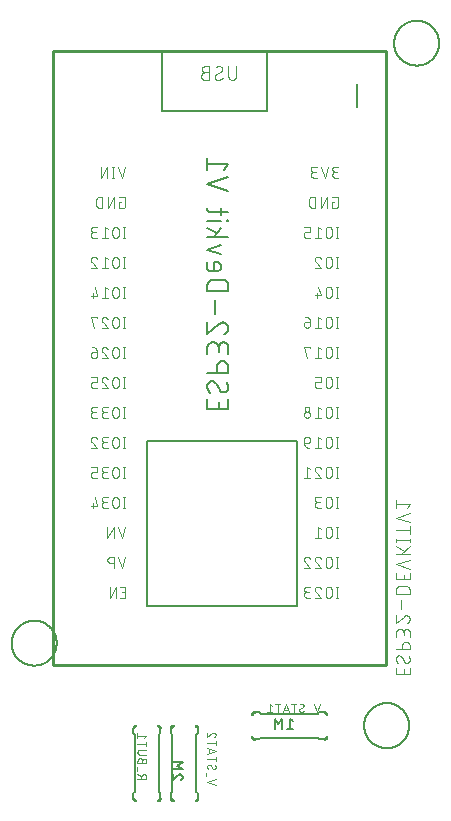
<source format=gbr>
G04 EAGLE Gerber RS-274X export*
G75*
%MOMM*%
%FSLAX34Y34*%
%LPD*%
%INSilkscreen Bottom*%
%IPPOS*%
%AMOC8*
5,1,8,0,0,1.08239X$1,22.5*%
G01*
%ADD10C,0.152400*%
%ADD11C,0.076200*%
%ADD12C,0.254000*%
%ADD13C,0.101600*%
%ADD14C,0.127000*%
%ADD15C,0.015238*%


D10*
X336550Y749300D02*
X336556Y749768D01*
X336573Y750235D01*
X336602Y750701D01*
X336642Y751167D01*
X336693Y751632D01*
X336756Y752095D01*
X336830Y752557D01*
X336916Y753016D01*
X337013Y753474D01*
X337121Y753929D01*
X337240Y754381D01*
X337370Y754830D01*
X337511Y755276D01*
X337664Y755718D01*
X337826Y756156D01*
X338000Y756590D01*
X338184Y757020D01*
X338379Y757445D01*
X338584Y757865D01*
X338799Y758280D01*
X339025Y758690D01*
X339260Y759094D01*
X339506Y759492D01*
X339761Y759884D01*
X340025Y760269D01*
X340299Y760648D01*
X340582Y761020D01*
X340874Y761385D01*
X341175Y761743D01*
X341485Y762093D01*
X341803Y762436D01*
X342130Y762770D01*
X342464Y763097D01*
X342807Y763415D01*
X343157Y763725D01*
X343515Y764026D01*
X343880Y764318D01*
X344252Y764601D01*
X344631Y764875D01*
X345016Y765139D01*
X345408Y765394D01*
X345806Y765640D01*
X346210Y765875D01*
X346620Y766101D01*
X347035Y766316D01*
X347455Y766521D01*
X347880Y766716D01*
X348310Y766900D01*
X348744Y767074D01*
X349182Y767236D01*
X349624Y767389D01*
X350070Y767530D01*
X350519Y767660D01*
X350971Y767779D01*
X351426Y767887D01*
X351884Y767984D01*
X352343Y768070D01*
X352805Y768144D01*
X353268Y768207D01*
X353733Y768258D01*
X354199Y768298D01*
X354665Y768327D01*
X355132Y768344D01*
X355600Y768350D01*
X356068Y768344D01*
X356535Y768327D01*
X357001Y768298D01*
X357467Y768258D01*
X357932Y768207D01*
X358395Y768144D01*
X358857Y768070D01*
X359316Y767984D01*
X359774Y767887D01*
X360229Y767779D01*
X360681Y767660D01*
X361130Y767530D01*
X361576Y767389D01*
X362018Y767236D01*
X362456Y767074D01*
X362890Y766900D01*
X363320Y766716D01*
X363745Y766521D01*
X364165Y766316D01*
X364580Y766101D01*
X364990Y765875D01*
X365394Y765640D01*
X365792Y765394D01*
X366184Y765139D01*
X366569Y764875D01*
X366948Y764601D01*
X367320Y764318D01*
X367685Y764026D01*
X368043Y763725D01*
X368393Y763415D01*
X368736Y763097D01*
X369070Y762770D01*
X369397Y762436D01*
X369715Y762093D01*
X370025Y761743D01*
X370326Y761385D01*
X370618Y761020D01*
X370901Y760648D01*
X371175Y760269D01*
X371439Y759884D01*
X371694Y759492D01*
X371940Y759094D01*
X372175Y758690D01*
X372401Y758280D01*
X372616Y757865D01*
X372821Y757445D01*
X373016Y757020D01*
X373200Y756590D01*
X373374Y756156D01*
X373536Y755718D01*
X373689Y755276D01*
X373830Y754830D01*
X373960Y754381D01*
X374079Y753929D01*
X374187Y753474D01*
X374284Y753016D01*
X374370Y752557D01*
X374444Y752095D01*
X374507Y751632D01*
X374558Y751167D01*
X374598Y750701D01*
X374627Y750235D01*
X374644Y749768D01*
X374650Y749300D01*
X374644Y748832D01*
X374627Y748365D01*
X374598Y747899D01*
X374558Y747433D01*
X374507Y746968D01*
X374444Y746505D01*
X374370Y746043D01*
X374284Y745584D01*
X374187Y745126D01*
X374079Y744671D01*
X373960Y744219D01*
X373830Y743770D01*
X373689Y743324D01*
X373536Y742882D01*
X373374Y742444D01*
X373200Y742010D01*
X373016Y741580D01*
X372821Y741155D01*
X372616Y740735D01*
X372401Y740320D01*
X372175Y739910D01*
X371940Y739506D01*
X371694Y739108D01*
X371439Y738716D01*
X371175Y738331D01*
X370901Y737952D01*
X370618Y737580D01*
X370326Y737215D01*
X370025Y736857D01*
X369715Y736507D01*
X369397Y736164D01*
X369070Y735830D01*
X368736Y735503D01*
X368393Y735185D01*
X368043Y734875D01*
X367685Y734574D01*
X367320Y734282D01*
X366948Y733999D01*
X366569Y733725D01*
X366184Y733461D01*
X365792Y733206D01*
X365394Y732960D01*
X364990Y732725D01*
X364580Y732499D01*
X364165Y732284D01*
X363745Y732079D01*
X363320Y731884D01*
X362890Y731700D01*
X362456Y731526D01*
X362018Y731364D01*
X361576Y731211D01*
X361130Y731070D01*
X360681Y730940D01*
X360229Y730821D01*
X359774Y730713D01*
X359316Y730616D01*
X358857Y730530D01*
X358395Y730456D01*
X357932Y730393D01*
X357467Y730342D01*
X357001Y730302D01*
X356535Y730273D01*
X356068Y730256D01*
X355600Y730250D01*
X355132Y730256D01*
X354665Y730273D01*
X354199Y730302D01*
X353733Y730342D01*
X353268Y730393D01*
X352805Y730456D01*
X352343Y730530D01*
X351884Y730616D01*
X351426Y730713D01*
X350971Y730821D01*
X350519Y730940D01*
X350070Y731070D01*
X349624Y731211D01*
X349182Y731364D01*
X348744Y731526D01*
X348310Y731700D01*
X347880Y731884D01*
X347455Y732079D01*
X347035Y732284D01*
X346620Y732499D01*
X346210Y732725D01*
X345806Y732960D01*
X345408Y733206D01*
X345016Y733461D01*
X344631Y733725D01*
X344252Y733999D01*
X343880Y734282D01*
X343515Y734574D01*
X343157Y734875D01*
X342807Y735185D01*
X342464Y735503D01*
X342130Y735830D01*
X341803Y736164D01*
X341485Y736507D01*
X341175Y736857D01*
X340874Y737215D01*
X340582Y737580D01*
X340299Y737952D01*
X340025Y738331D01*
X339761Y738716D01*
X339506Y739108D01*
X339260Y739506D01*
X339025Y739910D01*
X338799Y740320D01*
X338584Y740735D01*
X338379Y741155D01*
X338184Y741580D01*
X338000Y742010D01*
X337826Y742444D01*
X337664Y742882D01*
X337511Y743324D01*
X337370Y743770D01*
X337240Y744219D01*
X337121Y744671D01*
X337013Y745126D01*
X336916Y745584D01*
X336830Y746043D01*
X336756Y746505D01*
X336693Y746968D01*
X336642Y747433D01*
X336602Y747899D01*
X336573Y748365D01*
X336556Y748832D01*
X336550Y749300D01*
X311150Y171450D02*
X311156Y171918D01*
X311173Y172385D01*
X311202Y172851D01*
X311242Y173317D01*
X311293Y173782D01*
X311356Y174245D01*
X311430Y174707D01*
X311516Y175166D01*
X311613Y175624D01*
X311721Y176079D01*
X311840Y176531D01*
X311970Y176980D01*
X312111Y177426D01*
X312264Y177868D01*
X312426Y178306D01*
X312600Y178740D01*
X312784Y179170D01*
X312979Y179595D01*
X313184Y180015D01*
X313399Y180430D01*
X313625Y180840D01*
X313860Y181244D01*
X314106Y181642D01*
X314361Y182034D01*
X314625Y182419D01*
X314899Y182798D01*
X315182Y183170D01*
X315474Y183535D01*
X315775Y183893D01*
X316085Y184243D01*
X316403Y184586D01*
X316730Y184920D01*
X317064Y185247D01*
X317407Y185565D01*
X317757Y185875D01*
X318115Y186176D01*
X318480Y186468D01*
X318852Y186751D01*
X319231Y187025D01*
X319616Y187289D01*
X320008Y187544D01*
X320406Y187790D01*
X320810Y188025D01*
X321220Y188251D01*
X321635Y188466D01*
X322055Y188671D01*
X322480Y188866D01*
X322910Y189050D01*
X323344Y189224D01*
X323782Y189386D01*
X324224Y189539D01*
X324670Y189680D01*
X325119Y189810D01*
X325571Y189929D01*
X326026Y190037D01*
X326484Y190134D01*
X326943Y190220D01*
X327405Y190294D01*
X327868Y190357D01*
X328333Y190408D01*
X328799Y190448D01*
X329265Y190477D01*
X329732Y190494D01*
X330200Y190500D01*
X330668Y190494D01*
X331135Y190477D01*
X331601Y190448D01*
X332067Y190408D01*
X332532Y190357D01*
X332995Y190294D01*
X333457Y190220D01*
X333916Y190134D01*
X334374Y190037D01*
X334829Y189929D01*
X335281Y189810D01*
X335730Y189680D01*
X336176Y189539D01*
X336618Y189386D01*
X337056Y189224D01*
X337490Y189050D01*
X337920Y188866D01*
X338345Y188671D01*
X338765Y188466D01*
X339180Y188251D01*
X339590Y188025D01*
X339994Y187790D01*
X340392Y187544D01*
X340784Y187289D01*
X341169Y187025D01*
X341548Y186751D01*
X341920Y186468D01*
X342285Y186176D01*
X342643Y185875D01*
X342993Y185565D01*
X343336Y185247D01*
X343670Y184920D01*
X343997Y184586D01*
X344315Y184243D01*
X344625Y183893D01*
X344926Y183535D01*
X345218Y183170D01*
X345501Y182798D01*
X345775Y182419D01*
X346039Y182034D01*
X346294Y181642D01*
X346540Y181244D01*
X346775Y180840D01*
X347001Y180430D01*
X347216Y180015D01*
X347421Y179595D01*
X347616Y179170D01*
X347800Y178740D01*
X347974Y178306D01*
X348136Y177868D01*
X348289Y177426D01*
X348430Y176980D01*
X348560Y176531D01*
X348679Y176079D01*
X348787Y175624D01*
X348884Y175166D01*
X348970Y174707D01*
X349044Y174245D01*
X349107Y173782D01*
X349158Y173317D01*
X349198Y172851D01*
X349227Y172385D01*
X349244Y171918D01*
X349250Y171450D01*
X349244Y170982D01*
X349227Y170515D01*
X349198Y170049D01*
X349158Y169583D01*
X349107Y169118D01*
X349044Y168655D01*
X348970Y168193D01*
X348884Y167734D01*
X348787Y167276D01*
X348679Y166821D01*
X348560Y166369D01*
X348430Y165920D01*
X348289Y165474D01*
X348136Y165032D01*
X347974Y164594D01*
X347800Y164160D01*
X347616Y163730D01*
X347421Y163305D01*
X347216Y162885D01*
X347001Y162470D01*
X346775Y162060D01*
X346540Y161656D01*
X346294Y161258D01*
X346039Y160866D01*
X345775Y160481D01*
X345501Y160102D01*
X345218Y159730D01*
X344926Y159365D01*
X344625Y159007D01*
X344315Y158657D01*
X343997Y158314D01*
X343670Y157980D01*
X343336Y157653D01*
X342993Y157335D01*
X342643Y157025D01*
X342285Y156724D01*
X341920Y156432D01*
X341548Y156149D01*
X341169Y155875D01*
X340784Y155611D01*
X340392Y155356D01*
X339994Y155110D01*
X339590Y154875D01*
X339180Y154649D01*
X338765Y154434D01*
X338345Y154229D01*
X337920Y154034D01*
X337490Y153850D01*
X337056Y153676D01*
X336618Y153514D01*
X336176Y153361D01*
X335730Y153220D01*
X335281Y153090D01*
X334829Y152971D01*
X334374Y152863D01*
X333916Y152766D01*
X333457Y152680D01*
X332995Y152606D01*
X332532Y152543D01*
X332067Y152492D01*
X331601Y152452D01*
X331135Y152423D01*
X330668Y152406D01*
X330200Y152400D01*
X329732Y152406D01*
X329265Y152423D01*
X328799Y152452D01*
X328333Y152492D01*
X327868Y152543D01*
X327405Y152606D01*
X326943Y152680D01*
X326484Y152766D01*
X326026Y152863D01*
X325571Y152971D01*
X325119Y153090D01*
X324670Y153220D01*
X324224Y153361D01*
X323782Y153514D01*
X323344Y153676D01*
X322910Y153850D01*
X322480Y154034D01*
X322055Y154229D01*
X321635Y154434D01*
X321220Y154649D01*
X320810Y154875D01*
X320406Y155110D01*
X320008Y155356D01*
X319616Y155611D01*
X319231Y155875D01*
X318852Y156149D01*
X318480Y156432D01*
X318115Y156724D01*
X317757Y157025D01*
X317407Y157335D01*
X317064Y157653D01*
X316730Y157980D01*
X316403Y158314D01*
X316085Y158657D01*
X315775Y159007D01*
X315474Y159365D01*
X315182Y159730D01*
X314899Y160102D01*
X314625Y160481D01*
X314361Y160866D01*
X314106Y161258D01*
X313860Y161656D01*
X313625Y162060D01*
X313399Y162470D01*
X313184Y162885D01*
X312979Y163305D01*
X312784Y163730D01*
X312600Y164160D01*
X312426Y164594D01*
X312264Y165032D01*
X312111Y165474D01*
X311970Y165920D01*
X311840Y166369D01*
X311721Y166821D01*
X311613Y167276D01*
X311516Y167734D01*
X311430Y168193D01*
X311356Y168655D01*
X311293Y169118D01*
X311242Y169583D01*
X311202Y170049D01*
X311173Y170515D01*
X311156Y170982D01*
X311150Y171450D01*
X12700Y241300D02*
X12706Y241768D01*
X12723Y242235D01*
X12752Y242701D01*
X12792Y243167D01*
X12843Y243632D01*
X12906Y244095D01*
X12980Y244557D01*
X13066Y245016D01*
X13163Y245474D01*
X13271Y245929D01*
X13390Y246381D01*
X13520Y246830D01*
X13661Y247276D01*
X13814Y247718D01*
X13976Y248156D01*
X14150Y248590D01*
X14334Y249020D01*
X14529Y249445D01*
X14734Y249865D01*
X14949Y250280D01*
X15175Y250690D01*
X15410Y251094D01*
X15656Y251492D01*
X15911Y251884D01*
X16175Y252269D01*
X16449Y252648D01*
X16732Y253020D01*
X17024Y253385D01*
X17325Y253743D01*
X17635Y254093D01*
X17953Y254436D01*
X18280Y254770D01*
X18614Y255097D01*
X18957Y255415D01*
X19307Y255725D01*
X19665Y256026D01*
X20030Y256318D01*
X20402Y256601D01*
X20781Y256875D01*
X21166Y257139D01*
X21558Y257394D01*
X21956Y257640D01*
X22360Y257875D01*
X22770Y258101D01*
X23185Y258316D01*
X23605Y258521D01*
X24030Y258716D01*
X24460Y258900D01*
X24894Y259074D01*
X25332Y259236D01*
X25774Y259389D01*
X26220Y259530D01*
X26669Y259660D01*
X27121Y259779D01*
X27576Y259887D01*
X28034Y259984D01*
X28493Y260070D01*
X28955Y260144D01*
X29418Y260207D01*
X29883Y260258D01*
X30349Y260298D01*
X30815Y260327D01*
X31282Y260344D01*
X31750Y260350D01*
X32218Y260344D01*
X32685Y260327D01*
X33151Y260298D01*
X33617Y260258D01*
X34082Y260207D01*
X34545Y260144D01*
X35007Y260070D01*
X35466Y259984D01*
X35924Y259887D01*
X36379Y259779D01*
X36831Y259660D01*
X37280Y259530D01*
X37726Y259389D01*
X38168Y259236D01*
X38606Y259074D01*
X39040Y258900D01*
X39470Y258716D01*
X39895Y258521D01*
X40315Y258316D01*
X40730Y258101D01*
X41140Y257875D01*
X41544Y257640D01*
X41942Y257394D01*
X42334Y257139D01*
X42719Y256875D01*
X43098Y256601D01*
X43470Y256318D01*
X43835Y256026D01*
X44193Y255725D01*
X44543Y255415D01*
X44886Y255097D01*
X45220Y254770D01*
X45547Y254436D01*
X45865Y254093D01*
X46175Y253743D01*
X46476Y253385D01*
X46768Y253020D01*
X47051Y252648D01*
X47325Y252269D01*
X47589Y251884D01*
X47844Y251492D01*
X48090Y251094D01*
X48325Y250690D01*
X48551Y250280D01*
X48766Y249865D01*
X48971Y249445D01*
X49166Y249020D01*
X49350Y248590D01*
X49524Y248156D01*
X49686Y247718D01*
X49839Y247276D01*
X49980Y246830D01*
X50110Y246381D01*
X50229Y245929D01*
X50337Y245474D01*
X50434Y245016D01*
X50520Y244557D01*
X50594Y244095D01*
X50657Y243632D01*
X50708Y243167D01*
X50748Y242701D01*
X50777Y242235D01*
X50794Y241768D01*
X50800Y241300D01*
X50794Y240832D01*
X50777Y240365D01*
X50748Y239899D01*
X50708Y239433D01*
X50657Y238968D01*
X50594Y238505D01*
X50520Y238043D01*
X50434Y237584D01*
X50337Y237126D01*
X50229Y236671D01*
X50110Y236219D01*
X49980Y235770D01*
X49839Y235324D01*
X49686Y234882D01*
X49524Y234444D01*
X49350Y234010D01*
X49166Y233580D01*
X48971Y233155D01*
X48766Y232735D01*
X48551Y232320D01*
X48325Y231910D01*
X48090Y231506D01*
X47844Y231108D01*
X47589Y230716D01*
X47325Y230331D01*
X47051Y229952D01*
X46768Y229580D01*
X46476Y229215D01*
X46175Y228857D01*
X45865Y228507D01*
X45547Y228164D01*
X45220Y227830D01*
X44886Y227503D01*
X44543Y227185D01*
X44193Y226875D01*
X43835Y226574D01*
X43470Y226282D01*
X43098Y225999D01*
X42719Y225725D01*
X42334Y225461D01*
X41942Y225206D01*
X41544Y224960D01*
X41140Y224725D01*
X40730Y224499D01*
X40315Y224284D01*
X39895Y224079D01*
X39470Y223884D01*
X39040Y223700D01*
X38606Y223526D01*
X38168Y223364D01*
X37726Y223211D01*
X37280Y223070D01*
X36831Y222940D01*
X36379Y222821D01*
X35924Y222713D01*
X35466Y222616D01*
X35007Y222530D01*
X34545Y222456D01*
X34082Y222393D01*
X33617Y222342D01*
X33151Y222302D01*
X32685Y222273D01*
X32218Y222256D01*
X31750Y222250D01*
X31282Y222256D01*
X30815Y222273D01*
X30349Y222302D01*
X29883Y222342D01*
X29418Y222393D01*
X28955Y222456D01*
X28493Y222530D01*
X28034Y222616D01*
X27576Y222713D01*
X27121Y222821D01*
X26669Y222940D01*
X26220Y223070D01*
X25774Y223211D01*
X25332Y223364D01*
X24894Y223526D01*
X24460Y223700D01*
X24030Y223884D01*
X23605Y224079D01*
X23185Y224284D01*
X22770Y224499D01*
X22360Y224725D01*
X21956Y224960D01*
X21558Y225206D01*
X21166Y225461D01*
X20781Y225725D01*
X20402Y225999D01*
X20030Y226282D01*
X19665Y226574D01*
X19307Y226875D01*
X18957Y227185D01*
X18614Y227503D01*
X18280Y227830D01*
X17953Y228164D01*
X17635Y228507D01*
X17325Y228857D01*
X17024Y229215D01*
X16732Y229580D01*
X16449Y229952D01*
X16175Y230331D01*
X15911Y230716D01*
X15656Y231108D01*
X15410Y231506D01*
X15175Y231910D01*
X14949Y232320D01*
X14734Y232735D01*
X14529Y233155D01*
X14334Y233580D01*
X14150Y234010D01*
X13976Y234444D01*
X13814Y234882D01*
X13661Y235324D01*
X13520Y235770D01*
X13390Y236219D01*
X13271Y236671D01*
X13163Y237126D01*
X13066Y237584D01*
X12980Y238043D01*
X12906Y238505D01*
X12843Y238968D01*
X12792Y239433D01*
X12752Y239899D01*
X12723Y240365D01*
X12706Y240832D01*
X12700Y241300D01*
D11*
X286808Y635231D02*
X289419Y635231D01*
X286808Y635231D02*
X286707Y635233D01*
X286606Y635239D01*
X286505Y635249D01*
X286405Y635262D01*
X286305Y635280D01*
X286206Y635301D01*
X286108Y635327D01*
X286011Y635356D01*
X285915Y635388D01*
X285821Y635425D01*
X285728Y635465D01*
X285636Y635509D01*
X285547Y635556D01*
X285459Y635607D01*
X285373Y635661D01*
X285290Y635718D01*
X285208Y635778D01*
X285130Y635842D01*
X285053Y635908D01*
X284980Y635978D01*
X284909Y636050D01*
X284841Y636125D01*
X284776Y636203D01*
X284714Y636283D01*
X284655Y636365D01*
X284599Y636450D01*
X284547Y636537D01*
X284498Y636625D01*
X284452Y636716D01*
X284411Y636808D01*
X284372Y636902D01*
X284338Y636997D01*
X284307Y637093D01*
X284280Y637191D01*
X284256Y637289D01*
X284237Y637389D01*
X284221Y637489D01*
X284209Y637589D01*
X284201Y637690D01*
X284197Y637791D01*
X284197Y637893D01*
X284201Y637994D01*
X284209Y638095D01*
X284221Y638195D01*
X284237Y638295D01*
X284256Y638395D01*
X284280Y638493D01*
X284307Y638591D01*
X284338Y638687D01*
X284372Y638782D01*
X284411Y638876D01*
X284452Y638968D01*
X284498Y639059D01*
X284547Y639148D01*
X284599Y639234D01*
X284655Y639319D01*
X284714Y639401D01*
X284776Y639481D01*
X284841Y639559D01*
X284909Y639634D01*
X284980Y639706D01*
X285053Y639776D01*
X285130Y639842D01*
X285208Y639906D01*
X285290Y639966D01*
X285373Y640023D01*
X285459Y640077D01*
X285547Y640128D01*
X285636Y640175D01*
X285728Y640219D01*
X285821Y640259D01*
X285915Y640296D01*
X286011Y640328D01*
X286108Y640357D01*
X286206Y640383D01*
X286305Y640404D01*
X286405Y640422D01*
X286505Y640435D01*
X286606Y640445D01*
X286707Y640451D01*
X286808Y640453D01*
X286286Y644629D02*
X289419Y644629D01*
X286286Y644629D02*
X286196Y644627D01*
X286107Y644621D01*
X286017Y644612D01*
X285928Y644598D01*
X285840Y644581D01*
X285753Y644560D01*
X285666Y644535D01*
X285581Y644506D01*
X285497Y644474D01*
X285415Y644439D01*
X285334Y644399D01*
X285255Y644357D01*
X285178Y644311D01*
X285103Y644261D01*
X285030Y644209D01*
X284959Y644153D01*
X284891Y644095D01*
X284826Y644033D01*
X284763Y643969D01*
X284703Y643902D01*
X284646Y643833D01*
X284592Y643761D01*
X284541Y643687D01*
X284493Y643611D01*
X284449Y643533D01*
X284408Y643453D01*
X284370Y643371D01*
X284336Y643288D01*
X284306Y643203D01*
X284279Y643117D01*
X284256Y643031D01*
X284237Y642943D01*
X284222Y642854D01*
X284210Y642765D01*
X284202Y642676D01*
X284198Y642586D01*
X284198Y642496D01*
X284202Y642406D01*
X284210Y642317D01*
X284222Y642228D01*
X284237Y642139D01*
X284256Y642051D01*
X284279Y641965D01*
X284306Y641879D01*
X284336Y641794D01*
X284370Y641711D01*
X284408Y641629D01*
X284449Y641549D01*
X284493Y641471D01*
X284541Y641395D01*
X284592Y641321D01*
X284646Y641249D01*
X284703Y641180D01*
X284763Y641113D01*
X284826Y641049D01*
X284891Y640987D01*
X284959Y640929D01*
X285030Y640873D01*
X285103Y640821D01*
X285178Y640771D01*
X285255Y640725D01*
X285334Y640683D01*
X285415Y640643D01*
X285497Y640608D01*
X285581Y640576D01*
X285666Y640547D01*
X285753Y640522D01*
X285840Y640501D01*
X285928Y640484D01*
X286017Y640470D01*
X286107Y640461D01*
X286196Y640455D01*
X286286Y640453D01*
X286286Y640452D02*
X288375Y640452D01*
X280797Y644629D02*
X277665Y635231D01*
X274532Y644629D01*
X271131Y635231D02*
X268521Y635231D01*
X268420Y635233D01*
X268319Y635239D01*
X268218Y635249D01*
X268118Y635262D01*
X268018Y635280D01*
X267919Y635301D01*
X267821Y635327D01*
X267724Y635356D01*
X267628Y635388D01*
X267534Y635425D01*
X267441Y635465D01*
X267349Y635509D01*
X267260Y635556D01*
X267172Y635607D01*
X267086Y635661D01*
X267003Y635718D01*
X266921Y635778D01*
X266843Y635842D01*
X266766Y635908D01*
X266693Y635978D01*
X266622Y636050D01*
X266554Y636125D01*
X266489Y636203D01*
X266427Y636283D01*
X266368Y636365D01*
X266312Y636450D01*
X266260Y636537D01*
X266211Y636625D01*
X266165Y636716D01*
X266124Y636808D01*
X266085Y636902D01*
X266051Y636997D01*
X266020Y637093D01*
X265993Y637191D01*
X265969Y637289D01*
X265950Y637389D01*
X265934Y637489D01*
X265922Y637589D01*
X265914Y637690D01*
X265910Y637791D01*
X265910Y637893D01*
X265914Y637994D01*
X265922Y638095D01*
X265934Y638195D01*
X265950Y638295D01*
X265969Y638395D01*
X265993Y638493D01*
X266020Y638591D01*
X266051Y638687D01*
X266085Y638782D01*
X266124Y638876D01*
X266165Y638968D01*
X266211Y639059D01*
X266260Y639148D01*
X266312Y639234D01*
X266368Y639319D01*
X266427Y639401D01*
X266489Y639481D01*
X266554Y639559D01*
X266622Y639634D01*
X266693Y639706D01*
X266766Y639776D01*
X266843Y639842D01*
X266921Y639906D01*
X267003Y639966D01*
X267086Y640023D01*
X267172Y640077D01*
X267260Y640128D01*
X267349Y640175D01*
X267441Y640219D01*
X267534Y640259D01*
X267628Y640296D01*
X267724Y640328D01*
X267821Y640357D01*
X267919Y640383D01*
X268018Y640404D01*
X268118Y640422D01*
X268218Y640435D01*
X268319Y640445D01*
X268420Y640451D01*
X268521Y640453D01*
X267998Y644629D02*
X271131Y644629D01*
X267998Y644629D02*
X267908Y644627D01*
X267819Y644621D01*
X267729Y644612D01*
X267640Y644598D01*
X267552Y644581D01*
X267465Y644560D01*
X267378Y644535D01*
X267293Y644506D01*
X267209Y644474D01*
X267127Y644439D01*
X267046Y644399D01*
X266967Y644357D01*
X266890Y644311D01*
X266815Y644261D01*
X266742Y644209D01*
X266671Y644153D01*
X266603Y644095D01*
X266538Y644033D01*
X266475Y643969D01*
X266415Y643902D01*
X266358Y643833D01*
X266304Y643761D01*
X266253Y643687D01*
X266205Y643611D01*
X266161Y643533D01*
X266120Y643453D01*
X266082Y643371D01*
X266048Y643288D01*
X266018Y643203D01*
X265991Y643117D01*
X265968Y643031D01*
X265949Y642943D01*
X265934Y642854D01*
X265922Y642765D01*
X265914Y642676D01*
X265910Y642586D01*
X265910Y642496D01*
X265914Y642406D01*
X265922Y642317D01*
X265934Y642228D01*
X265949Y642139D01*
X265968Y642051D01*
X265991Y641965D01*
X266018Y641879D01*
X266048Y641794D01*
X266082Y641711D01*
X266120Y641629D01*
X266161Y641549D01*
X266205Y641471D01*
X266253Y641395D01*
X266304Y641321D01*
X266358Y641249D01*
X266415Y641180D01*
X266475Y641113D01*
X266538Y641049D01*
X266603Y640987D01*
X266671Y640929D01*
X266742Y640873D01*
X266815Y640821D01*
X266890Y640771D01*
X266967Y640725D01*
X267046Y640683D01*
X267127Y640643D01*
X267209Y640608D01*
X267293Y640576D01*
X267378Y640547D01*
X267465Y640522D01*
X267552Y640501D01*
X267640Y640484D01*
X267729Y640470D01*
X267819Y640461D01*
X267908Y640455D01*
X267998Y640453D01*
X267998Y640452D02*
X270087Y640452D01*
X284198Y615052D02*
X285764Y615052D01*
X284198Y615052D02*
X284198Y609831D01*
X287331Y609831D01*
X287420Y609833D01*
X287508Y609839D01*
X287596Y609848D01*
X287684Y609861D01*
X287771Y609878D01*
X287857Y609898D01*
X287942Y609923D01*
X288027Y609950D01*
X288110Y609982D01*
X288191Y610016D01*
X288271Y610055D01*
X288349Y610096D01*
X288426Y610141D01*
X288500Y610189D01*
X288573Y610240D01*
X288643Y610294D01*
X288710Y610352D01*
X288776Y610412D01*
X288838Y610474D01*
X288898Y610540D01*
X288956Y610607D01*
X289010Y610677D01*
X289061Y610750D01*
X289109Y610824D01*
X289154Y610901D01*
X289195Y610979D01*
X289234Y611059D01*
X289268Y611140D01*
X289300Y611223D01*
X289327Y611308D01*
X289352Y611393D01*
X289372Y611479D01*
X289389Y611566D01*
X289402Y611654D01*
X289411Y611742D01*
X289417Y611830D01*
X289419Y611919D01*
X289419Y617141D01*
X289417Y617230D01*
X289411Y617318D01*
X289402Y617406D01*
X289389Y617494D01*
X289372Y617581D01*
X289352Y617667D01*
X289327Y617752D01*
X289300Y617837D01*
X289268Y617920D01*
X289234Y618001D01*
X289195Y618081D01*
X289154Y618159D01*
X289109Y618236D01*
X289061Y618310D01*
X289010Y618383D01*
X288956Y618453D01*
X288898Y618520D01*
X288838Y618586D01*
X288776Y618648D01*
X288710Y618708D01*
X288643Y618766D01*
X288573Y618820D01*
X288500Y618871D01*
X288426Y618919D01*
X288349Y618964D01*
X288271Y619005D01*
X288191Y619044D01*
X288110Y619078D01*
X288027Y619110D01*
X287942Y619137D01*
X287857Y619162D01*
X287771Y619182D01*
X287684Y619199D01*
X287596Y619212D01*
X287508Y619221D01*
X287420Y619227D01*
X287331Y619229D01*
X284198Y619229D01*
X279665Y619229D02*
X279665Y609831D01*
X274444Y609831D02*
X279665Y619229D01*
X274444Y619229D02*
X274444Y609831D01*
X269912Y609831D02*
X269912Y619229D01*
X267301Y619229D01*
X267201Y619227D01*
X267101Y619221D01*
X267002Y619212D01*
X266902Y619198D01*
X266804Y619181D01*
X266706Y619160D01*
X266609Y619136D01*
X266513Y619107D01*
X266418Y619075D01*
X266325Y619040D01*
X266233Y619001D01*
X266142Y618958D01*
X266054Y618912D01*
X265967Y618862D01*
X265882Y618810D01*
X265799Y618754D01*
X265718Y618695D01*
X265640Y618632D01*
X265564Y618567D01*
X265490Y618499D01*
X265420Y618429D01*
X265352Y618355D01*
X265287Y618279D01*
X265224Y618201D01*
X265165Y618120D01*
X265109Y618037D01*
X265057Y617952D01*
X265007Y617865D01*
X264961Y617777D01*
X264918Y617686D01*
X264879Y617594D01*
X264844Y617501D01*
X264812Y617406D01*
X264783Y617310D01*
X264759Y617213D01*
X264738Y617115D01*
X264721Y617017D01*
X264707Y616917D01*
X264698Y616818D01*
X264692Y616718D01*
X264690Y616618D01*
X264691Y616618D02*
X264691Y612442D01*
X264690Y612442D02*
X264692Y612342D01*
X264698Y612242D01*
X264707Y612143D01*
X264721Y612043D01*
X264738Y611945D01*
X264759Y611847D01*
X264783Y611750D01*
X264812Y611654D01*
X264844Y611559D01*
X264879Y611466D01*
X264918Y611374D01*
X264961Y611283D01*
X265007Y611195D01*
X265057Y611108D01*
X265109Y611023D01*
X265165Y610940D01*
X265224Y610859D01*
X265287Y610781D01*
X265352Y610705D01*
X265420Y610631D01*
X265490Y610561D01*
X265564Y610493D01*
X265640Y610428D01*
X265718Y610365D01*
X265799Y610306D01*
X265882Y610250D01*
X265967Y610198D01*
X266054Y610148D01*
X266142Y610102D01*
X266233Y610059D01*
X266325Y610020D01*
X266418Y609985D01*
X266513Y609953D01*
X266609Y609924D01*
X266706Y609900D01*
X266804Y609879D01*
X266902Y609862D01*
X267002Y609848D01*
X267101Y609839D01*
X267201Y609833D01*
X267301Y609831D01*
X269912Y609831D01*
X288375Y593829D02*
X288375Y584431D01*
X289419Y584431D02*
X287331Y584431D01*
X287331Y593829D02*
X289419Y593829D01*
X283670Y591218D02*
X283670Y587042D01*
X283671Y591218D02*
X283669Y591319D01*
X283663Y591420D01*
X283653Y591521D01*
X283640Y591621D01*
X283622Y591721D01*
X283601Y591820D01*
X283575Y591918D01*
X283546Y592015D01*
X283514Y592111D01*
X283477Y592205D01*
X283437Y592298D01*
X283393Y592390D01*
X283346Y592479D01*
X283295Y592567D01*
X283241Y592653D01*
X283184Y592736D01*
X283124Y592818D01*
X283060Y592896D01*
X282994Y592973D01*
X282924Y593046D01*
X282852Y593117D01*
X282777Y593185D01*
X282699Y593250D01*
X282619Y593312D01*
X282537Y593371D01*
X282452Y593427D01*
X282366Y593479D01*
X282277Y593528D01*
X282186Y593574D01*
X282094Y593615D01*
X282000Y593654D01*
X281905Y593688D01*
X281809Y593719D01*
X281711Y593746D01*
X281613Y593770D01*
X281513Y593789D01*
X281413Y593805D01*
X281313Y593817D01*
X281212Y593825D01*
X281111Y593829D01*
X281009Y593829D01*
X280908Y593825D01*
X280807Y593817D01*
X280707Y593805D01*
X280607Y593789D01*
X280507Y593770D01*
X280409Y593746D01*
X280311Y593719D01*
X280215Y593688D01*
X280120Y593654D01*
X280026Y593615D01*
X279934Y593574D01*
X279843Y593528D01*
X279755Y593479D01*
X279668Y593427D01*
X279583Y593371D01*
X279501Y593312D01*
X279421Y593250D01*
X279343Y593185D01*
X279268Y593117D01*
X279196Y593046D01*
X279126Y592973D01*
X279060Y592896D01*
X278996Y592818D01*
X278936Y592736D01*
X278879Y592653D01*
X278825Y592567D01*
X278774Y592479D01*
X278727Y592390D01*
X278683Y592298D01*
X278643Y592205D01*
X278606Y592111D01*
X278574Y592015D01*
X278545Y591918D01*
X278519Y591820D01*
X278498Y591721D01*
X278480Y591621D01*
X278467Y591521D01*
X278457Y591420D01*
X278451Y591319D01*
X278449Y591218D01*
X278449Y587042D01*
X278451Y586941D01*
X278457Y586840D01*
X278467Y586739D01*
X278480Y586639D01*
X278498Y586539D01*
X278519Y586440D01*
X278545Y586342D01*
X278574Y586245D01*
X278606Y586149D01*
X278643Y586055D01*
X278683Y585962D01*
X278727Y585870D01*
X278774Y585781D01*
X278825Y585693D01*
X278879Y585607D01*
X278936Y585524D01*
X278996Y585442D01*
X279060Y585364D01*
X279126Y585287D01*
X279196Y585214D01*
X279268Y585143D01*
X279343Y585075D01*
X279421Y585010D01*
X279501Y584948D01*
X279583Y584889D01*
X279668Y584833D01*
X279755Y584781D01*
X279843Y584732D01*
X279934Y584686D01*
X280026Y584645D01*
X280120Y584606D01*
X280215Y584572D01*
X280311Y584541D01*
X280409Y584514D01*
X280507Y584490D01*
X280607Y584471D01*
X280707Y584455D01*
X280807Y584443D01*
X280908Y584435D01*
X281009Y584431D01*
X281111Y584431D01*
X281212Y584435D01*
X281313Y584443D01*
X281413Y584455D01*
X281513Y584471D01*
X281613Y584490D01*
X281711Y584514D01*
X281809Y584541D01*
X281905Y584572D01*
X282000Y584606D01*
X282094Y584645D01*
X282186Y584686D01*
X282277Y584732D01*
X282365Y584781D01*
X282452Y584833D01*
X282537Y584889D01*
X282619Y584948D01*
X282699Y585010D01*
X282777Y585075D01*
X282852Y585143D01*
X282924Y585214D01*
X282994Y585287D01*
X283060Y585364D01*
X283124Y585442D01*
X283184Y585524D01*
X283241Y585607D01*
X283295Y585693D01*
X283346Y585781D01*
X283393Y585870D01*
X283437Y585962D01*
X283477Y586055D01*
X283514Y586149D01*
X283546Y586245D01*
X283575Y586342D01*
X283601Y586440D01*
X283622Y586539D01*
X283640Y586639D01*
X283653Y586739D01*
X283663Y586840D01*
X283669Y586941D01*
X283671Y587042D01*
X274526Y591741D02*
X271916Y593829D01*
X271916Y584431D01*
X274526Y584431D02*
X269305Y584431D01*
X265382Y584431D02*
X262250Y584431D01*
X262161Y584433D01*
X262073Y584439D01*
X261985Y584448D01*
X261897Y584461D01*
X261810Y584478D01*
X261724Y584498D01*
X261639Y584523D01*
X261554Y584550D01*
X261471Y584582D01*
X261390Y584616D01*
X261310Y584655D01*
X261232Y584696D01*
X261155Y584741D01*
X261081Y584789D01*
X261008Y584840D01*
X260938Y584894D01*
X260871Y584952D01*
X260805Y585012D01*
X260743Y585074D01*
X260683Y585140D01*
X260625Y585207D01*
X260571Y585277D01*
X260520Y585350D01*
X260472Y585424D01*
X260427Y585501D01*
X260386Y585579D01*
X260347Y585659D01*
X260313Y585740D01*
X260281Y585823D01*
X260254Y585908D01*
X260229Y585993D01*
X260209Y586079D01*
X260192Y586166D01*
X260179Y586254D01*
X260170Y586342D01*
X260164Y586430D01*
X260162Y586519D01*
X260161Y586519D02*
X260161Y587564D01*
X260162Y587564D02*
X260164Y587653D01*
X260170Y587741D01*
X260179Y587829D01*
X260192Y587917D01*
X260209Y588004D01*
X260229Y588090D01*
X260254Y588175D01*
X260281Y588260D01*
X260313Y588343D01*
X260347Y588424D01*
X260386Y588504D01*
X260427Y588582D01*
X260472Y588659D01*
X260520Y588733D01*
X260571Y588806D01*
X260625Y588876D01*
X260683Y588943D01*
X260743Y589009D01*
X260805Y589071D01*
X260871Y589131D01*
X260938Y589189D01*
X261008Y589243D01*
X261081Y589294D01*
X261155Y589342D01*
X261232Y589387D01*
X261310Y589428D01*
X261390Y589467D01*
X261471Y589501D01*
X261554Y589533D01*
X261639Y589560D01*
X261724Y589585D01*
X261810Y589605D01*
X261897Y589622D01*
X261985Y589635D01*
X262073Y589644D01*
X262161Y589650D01*
X262250Y589652D01*
X265382Y589652D01*
X265382Y593829D01*
X260161Y593829D01*
X288375Y568429D02*
X288375Y559031D01*
X289419Y559031D02*
X287331Y559031D01*
X287331Y568429D02*
X289419Y568429D01*
X283670Y565818D02*
X283670Y561642D01*
X283671Y565818D02*
X283669Y565919D01*
X283663Y566020D01*
X283653Y566121D01*
X283640Y566221D01*
X283622Y566321D01*
X283601Y566420D01*
X283575Y566518D01*
X283546Y566615D01*
X283514Y566711D01*
X283477Y566805D01*
X283437Y566898D01*
X283393Y566990D01*
X283346Y567079D01*
X283295Y567167D01*
X283241Y567253D01*
X283184Y567336D01*
X283124Y567418D01*
X283060Y567496D01*
X282994Y567573D01*
X282924Y567646D01*
X282852Y567717D01*
X282777Y567785D01*
X282699Y567850D01*
X282619Y567912D01*
X282537Y567971D01*
X282452Y568027D01*
X282366Y568079D01*
X282277Y568128D01*
X282186Y568174D01*
X282094Y568215D01*
X282000Y568254D01*
X281905Y568288D01*
X281809Y568319D01*
X281711Y568346D01*
X281613Y568370D01*
X281513Y568389D01*
X281413Y568405D01*
X281313Y568417D01*
X281212Y568425D01*
X281111Y568429D01*
X281009Y568429D01*
X280908Y568425D01*
X280807Y568417D01*
X280707Y568405D01*
X280607Y568389D01*
X280507Y568370D01*
X280409Y568346D01*
X280311Y568319D01*
X280215Y568288D01*
X280120Y568254D01*
X280026Y568215D01*
X279934Y568174D01*
X279843Y568128D01*
X279755Y568079D01*
X279668Y568027D01*
X279583Y567971D01*
X279501Y567912D01*
X279421Y567850D01*
X279343Y567785D01*
X279268Y567717D01*
X279196Y567646D01*
X279126Y567573D01*
X279060Y567496D01*
X278996Y567418D01*
X278936Y567336D01*
X278879Y567253D01*
X278825Y567167D01*
X278774Y567079D01*
X278727Y566990D01*
X278683Y566898D01*
X278643Y566805D01*
X278606Y566711D01*
X278574Y566615D01*
X278545Y566518D01*
X278519Y566420D01*
X278498Y566321D01*
X278480Y566221D01*
X278467Y566121D01*
X278457Y566020D01*
X278451Y565919D01*
X278449Y565818D01*
X278449Y561642D01*
X278451Y561541D01*
X278457Y561440D01*
X278467Y561339D01*
X278480Y561239D01*
X278498Y561139D01*
X278519Y561040D01*
X278545Y560942D01*
X278574Y560845D01*
X278606Y560749D01*
X278643Y560655D01*
X278683Y560562D01*
X278727Y560470D01*
X278774Y560381D01*
X278825Y560293D01*
X278879Y560207D01*
X278936Y560124D01*
X278996Y560042D01*
X279060Y559964D01*
X279126Y559887D01*
X279196Y559814D01*
X279268Y559743D01*
X279343Y559675D01*
X279421Y559610D01*
X279501Y559548D01*
X279583Y559489D01*
X279668Y559433D01*
X279755Y559381D01*
X279843Y559332D01*
X279934Y559286D01*
X280026Y559245D01*
X280120Y559206D01*
X280215Y559172D01*
X280311Y559141D01*
X280409Y559114D01*
X280507Y559090D01*
X280607Y559071D01*
X280707Y559055D01*
X280807Y559043D01*
X280908Y559035D01*
X281009Y559031D01*
X281111Y559031D01*
X281212Y559035D01*
X281313Y559043D01*
X281413Y559055D01*
X281513Y559071D01*
X281613Y559090D01*
X281711Y559114D01*
X281809Y559141D01*
X281905Y559172D01*
X282000Y559206D01*
X282094Y559245D01*
X282186Y559286D01*
X282277Y559332D01*
X282365Y559381D01*
X282452Y559433D01*
X282537Y559489D01*
X282619Y559548D01*
X282699Y559610D01*
X282777Y559675D01*
X282852Y559743D01*
X282924Y559814D01*
X282994Y559887D01*
X283060Y559964D01*
X283124Y560042D01*
X283184Y560124D01*
X283241Y560207D01*
X283295Y560293D01*
X283346Y560381D01*
X283393Y560470D01*
X283437Y560562D01*
X283477Y560655D01*
X283514Y560749D01*
X283546Y560845D01*
X283575Y560942D01*
X283601Y561040D01*
X283622Y561139D01*
X283640Y561239D01*
X283653Y561339D01*
X283663Y561440D01*
X283669Y561541D01*
X283671Y561642D01*
X271655Y568430D02*
X271560Y568428D01*
X271466Y568422D01*
X271372Y568413D01*
X271278Y568400D01*
X271185Y568383D01*
X271093Y568362D01*
X271001Y568337D01*
X270911Y568309D01*
X270822Y568277D01*
X270734Y568242D01*
X270648Y568203D01*
X270563Y568161D01*
X270480Y568115D01*
X270399Y568066D01*
X270320Y568014D01*
X270243Y567959D01*
X270169Y567900D01*
X270097Y567839D01*
X270027Y567775D01*
X269960Y567708D01*
X269896Y567638D01*
X269835Y567566D01*
X269776Y567492D01*
X269721Y567415D01*
X269669Y567336D01*
X269620Y567255D01*
X269574Y567172D01*
X269532Y567087D01*
X269493Y567001D01*
X269458Y566913D01*
X269426Y566824D01*
X269398Y566734D01*
X269373Y566642D01*
X269352Y566550D01*
X269335Y566457D01*
X269322Y566363D01*
X269313Y566269D01*
X269307Y566175D01*
X269305Y566080D01*
X271655Y568429D02*
X271763Y568427D01*
X271872Y568421D01*
X271980Y568411D01*
X272087Y568398D01*
X272194Y568380D01*
X272301Y568359D01*
X272406Y568334D01*
X272511Y568305D01*
X272614Y568273D01*
X272716Y568236D01*
X272817Y568196D01*
X272916Y568153D01*
X273014Y568106D01*
X273110Y568055D01*
X273204Y568001D01*
X273296Y567944D01*
X273386Y567883D01*
X273474Y567819D01*
X273559Y567753D01*
X273642Y567683D01*
X273722Y567610D01*
X273800Y567534D01*
X273875Y567456D01*
X273947Y567375D01*
X274016Y567291D01*
X274082Y567205D01*
X274145Y567117D01*
X274204Y567026D01*
X274261Y566934D01*
X274314Y566839D01*
X274363Y566742D01*
X274409Y566644D01*
X274452Y566545D01*
X274491Y566443D01*
X274526Y566341D01*
X270088Y564252D02*
X270019Y564321D01*
X269953Y564392D01*
X269889Y564465D01*
X269828Y564541D01*
X269770Y564620D01*
X269716Y564700D01*
X269664Y564783D01*
X269616Y564867D01*
X269570Y564953D01*
X269529Y565041D01*
X269490Y565131D01*
X269455Y565222D01*
X269424Y565314D01*
X269396Y565407D01*
X269372Y565501D01*
X269352Y565596D01*
X269335Y565692D01*
X269322Y565789D01*
X269313Y565886D01*
X269307Y565983D01*
X269305Y566080D01*
X270088Y564252D02*
X274526Y559031D01*
X269305Y559031D01*
X288375Y543029D02*
X288375Y533631D01*
X289419Y533631D02*
X287331Y533631D01*
X287331Y543029D02*
X289419Y543029D01*
X283670Y540418D02*
X283670Y536242D01*
X283671Y540418D02*
X283669Y540519D01*
X283663Y540620D01*
X283653Y540721D01*
X283640Y540821D01*
X283622Y540921D01*
X283601Y541020D01*
X283575Y541118D01*
X283546Y541215D01*
X283514Y541311D01*
X283477Y541405D01*
X283437Y541498D01*
X283393Y541590D01*
X283346Y541679D01*
X283295Y541767D01*
X283241Y541853D01*
X283184Y541936D01*
X283124Y542018D01*
X283060Y542096D01*
X282994Y542173D01*
X282924Y542246D01*
X282852Y542317D01*
X282777Y542385D01*
X282699Y542450D01*
X282619Y542512D01*
X282537Y542571D01*
X282452Y542627D01*
X282366Y542679D01*
X282277Y542728D01*
X282186Y542774D01*
X282094Y542815D01*
X282000Y542854D01*
X281905Y542888D01*
X281809Y542919D01*
X281711Y542946D01*
X281613Y542970D01*
X281513Y542989D01*
X281413Y543005D01*
X281313Y543017D01*
X281212Y543025D01*
X281111Y543029D01*
X281009Y543029D01*
X280908Y543025D01*
X280807Y543017D01*
X280707Y543005D01*
X280607Y542989D01*
X280507Y542970D01*
X280409Y542946D01*
X280311Y542919D01*
X280215Y542888D01*
X280120Y542854D01*
X280026Y542815D01*
X279934Y542774D01*
X279843Y542728D01*
X279755Y542679D01*
X279668Y542627D01*
X279583Y542571D01*
X279501Y542512D01*
X279421Y542450D01*
X279343Y542385D01*
X279268Y542317D01*
X279196Y542246D01*
X279126Y542173D01*
X279060Y542096D01*
X278996Y542018D01*
X278936Y541936D01*
X278879Y541853D01*
X278825Y541767D01*
X278774Y541679D01*
X278727Y541590D01*
X278683Y541498D01*
X278643Y541405D01*
X278606Y541311D01*
X278574Y541215D01*
X278545Y541118D01*
X278519Y541020D01*
X278498Y540921D01*
X278480Y540821D01*
X278467Y540721D01*
X278457Y540620D01*
X278451Y540519D01*
X278449Y540418D01*
X278449Y536242D01*
X278451Y536141D01*
X278457Y536040D01*
X278467Y535939D01*
X278480Y535839D01*
X278498Y535739D01*
X278519Y535640D01*
X278545Y535542D01*
X278574Y535445D01*
X278606Y535349D01*
X278643Y535255D01*
X278683Y535162D01*
X278727Y535070D01*
X278774Y534981D01*
X278825Y534893D01*
X278879Y534807D01*
X278936Y534724D01*
X278996Y534642D01*
X279060Y534564D01*
X279126Y534487D01*
X279196Y534414D01*
X279268Y534343D01*
X279343Y534275D01*
X279421Y534210D01*
X279501Y534148D01*
X279583Y534089D01*
X279668Y534033D01*
X279755Y533981D01*
X279843Y533932D01*
X279934Y533886D01*
X280026Y533845D01*
X280120Y533806D01*
X280215Y533772D01*
X280311Y533741D01*
X280409Y533714D01*
X280507Y533690D01*
X280607Y533671D01*
X280707Y533655D01*
X280807Y533643D01*
X280908Y533635D01*
X281009Y533631D01*
X281111Y533631D01*
X281212Y533635D01*
X281313Y533643D01*
X281413Y533655D01*
X281513Y533671D01*
X281613Y533690D01*
X281711Y533714D01*
X281809Y533741D01*
X281905Y533772D01*
X282000Y533806D01*
X282094Y533845D01*
X282186Y533886D01*
X282277Y533932D01*
X282365Y533981D01*
X282452Y534033D01*
X282537Y534089D01*
X282619Y534148D01*
X282699Y534210D01*
X282777Y534275D01*
X282852Y534343D01*
X282924Y534414D01*
X282994Y534487D01*
X283060Y534564D01*
X283124Y534642D01*
X283184Y534724D01*
X283241Y534807D01*
X283295Y534893D01*
X283346Y534981D01*
X283393Y535070D01*
X283437Y535162D01*
X283477Y535255D01*
X283514Y535349D01*
X283546Y535445D01*
X283575Y535542D01*
X283601Y535640D01*
X283622Y535739D01*
X283640Y535839D01*
X283653Y535939D01*
X283663Y536040D01*
X283669Y536141D01*
X283671Y536242D01*
X274526Y535719D02*
X272438Y543029D01*
X274526Y535719D02*
X269305Y535719D01*
X270871Y537808D02*
X270871Y533631D01*
X288375Y517629D02*
X288375Y508231D01*
X289419Y508231D02*
X287331Y508231D01*
X287331Y517629D02*
X289419Y517629D01*
X283670Y515018D02*
X283670Y510842D01*
X283671Y515018D02*
X283669Y515119D01*
X283663Y515220D01*
X283653Y515321D01*
X283640Y515421D01*
X283622Y515521D01*
X283601Y515620D01*
X283575Y515718D01*
X283546Y515815D01*
X283514Y515911D01*
X283477Y516005D01*
X283437Y516098D01*
X283393Y516190D01*
X283346Y516279D01*
X283295Y516367D01*
X283241Y516453D01*
X283184Y516536D01*
X283124Y516618D01*
X283060Y516696D01*
X282994Y516773D01*
X282924Y516846D01*
X282852Y516917D01*
X282777Y516985D01*
X282699Y517050D01*
X282619Y517112D01*
X282537Y517171D01*
X282452Y517227D01*
X282366Y517279D01*
X282277Y517328D01*
X282186Y517374D01*
X282094Y517415D01*
X282000Y517454D01*
X281905Y517488D01*
X281809Y517519D01*
X281711Y517546D01*
X281613Y517570D01*
X281513Y517589D01*
X281413Y517605D01*
X281313Y517617D01*
X281212Y517625D01*
X281111Y517629D01*
X281009Y517629D01*
X280908Y517625D01*
X280807Y517617D01*
X280707Y517605D01*
X280607Y517589D01*
X280507Y517570D01*
X280409Y517546D01*
X280311Y517519D01*
X280215Y517488D01*
X280120Y517454D01*
X280026Y517415D01*
X279934Y517374D01*
X279843Y517328D01*
X279755Y517279D01*
X279668Y517227D01*
X279583Y517171D01*
X279501Y517112D01*
X279421Y517050D01*
X279343Y516985D01*
X279268Y516917D01*
X279196Y516846D01*
X279126Y516773D01*
X279060Y516696D01*
X278996Y516618D01*
X278936Y516536D01*
X278879Y516453D01*
X278825Y516367D01*
X278774Y516279D01*
X278727Y516190D01*
X278683Y516098D01*
X278643Y516005D01*
X278606Y515911D01*
X278574Y515815D01*
X278545Y515718D01*
X278519Y515620D01*
X278498Y515521D01*
X278480Y515421D01*
X278467Y515321D01*
X278457Y515220D01*
X278451Y515119D01*
X278449Y515018D01*
X278449Y510842D01*
X278451Y510741D01*
X278457Y510640D01*
X278467Y510539D01*
X278480Y510439D01*
X278498Y510339D01*
X278519Y510240D01*
X278545Y510142D01*
X278574Y510045D01*
X278606Y509949D01*
X278643Y509855D01*
X278683Y509762D01*
X278727Y509670D01*
X278774Y509581D01*
X278825Y509493D01*
X278879Y509407D01*
X278936Y509324D01*
X278996Y509242D01*
X279060Y509164D01*
X279126Y509087D01*
X279196Y509014D01*
X279268Y508943D01*
X279343Y508875D01*
X279421Y508810D01*
X279501Y508748D01*
X279583Y508689D01*
X279668Y508633D01*
X279755Y508581D01*
X279843Y508532D01*
X279934Y508486D01*
X280026Y508445D01*
X280120Y508406D01*
X280215Y508372D01*
X280311Y508341D01*
X280409Y508314D01*
X280507Y508290D01*
X280607Y508271D01*
X280707Y508255D01*
X280807Y508243D01*
X280908Y508235D01*
X281009Y508231D01*
X281111Y508231D01*
X281212Y508235D01*
X281313Y508243D01*
X281413Y508255D01*
X281513Y508271D01*
X281613Y508290D01*
X281711Y508314D01*
X281809Y508341D01*
X281905Y508372D01*
X282000Y508406D01*
X282094Y508445D01*
X282186Y508486D01*
X282277Y508532D01*
X282365Y508581D01*
X282452Y508633D01*
X282537Y508689D01*
X282619Y508748D01*
X282699Y508810D01*
X282777Y508875D01*
X282852Y508943D01*
X282924Y509014D01*
X282994Y509087D01*
X283060Y509164D01*
X283124Y509242D01*
X283184Y509324D01*
X283241Y509407D01*
X283295Y509493D01*
X283346Y509581D01*
X283393Y509670D01*
X283437Y509762D01*
X283477Y509855D01*
X283514Y509949D01*
X283546Y510045D01*
X283575Y510142D01*
X283601Y510240D01*
X283622Y510339D01*
X283640Y510439D01*
X283653Y510539D01*
X283663Y510640D01*
X283669Y510741D01*
X283671Y510842D01*
X274526Y515541D02*
X271916Y517629D01*
X271916Y508231D01*
X274526Y508231D02*
X269305Y508231D01*
X265382Y513452D02*
X262250Y513452D01*
X262161Y513450D01*
X262073Y513444D01*
X261985Y513435D01*
X261897Y513422D01*
X261810Y513405D01*
X261724Y513385D01*
X261639Y513360D01*
X261554Y513333D01*
X261471Y513301D01*
X261390Y513267D01*
X261310Y513228D01*
X261232Y513187D01*
X261155Y513142D01*
X261081Y513094D01*
X261008Y513043D01*
X260938Y512989D01*
X260871Y512931D01*
X260805Y512871D01*
X260743Y512809D01*
X260683Y512743D01*
X260625Y512676D01*
X260571Y512606D01*
X260520Y512533D01*
X260472Y512459D01*
X260427Y512382D01*
X260386Y512304D01*
X260347Y512224D01*
X260313Y512143D01*
X260281Y512060D01*
X260254Y511975D01*
X260229Y511890D01*
X260209Y511804D01*
X260192Y511717D01*
X260179Y511629D01*
X260170Y511541D01*
X260164Y511453D01*
X260162Y511364D01*
X260161Y511364D02*
X260161Y510842D01*
X260163Y510741D01*
X260169Y510640D01*
X260179Y510539D01*
X260192Y510439D01*
X260210Y510339D01*
X260231Y510240D01*
X260257Y510142D01*
X260286Y510045D01*
X260318Y509949D01*
X260355Y509855D01*
X260395Y509762D01*
X260439Y509670D01*
X260486Y509581D01*
X260537Y509493D01*
X260591Y509407D01*
X260648Y509324D01*
X260708Y509242D01*
X260772Y509164D01*
X260838Y509087D01*
X260908Y509014D01*
X260980Y508943D01*
X261055Y508875D01*
X261133Y508810D01*
X261213Y508748D01*
X261295Y508689D01*
X261380Y508633D01*
X261467Y508581D01*
X261555Y508532D01*
X261646Y508486D01*
X261738Y508445D01*
X261832Y508406D01*
X261927Y508372D01*
X262023Y508341D01*
X262121Y508314D01*
X262219Y508290D01*
X262319Y508271D01*
X262419Y508255D01*
X262519Y508243D01*
X262620Y508235D01*
X262721Y508231D01*
X262823Y508231D01*
X262924Y508235D01*
X263025Y508243D01*
X263125Y508255D01*
X263225Y508271D01*
X263325Y508290D01*
X263423Y508314D01*
X263521Y508341D01*
X263617Y508372D01*
X263712Y508406D01*
X263806Y508445D01*
X263898Y508486D01*
X263989Y508532D01*
X264077Y508581D01*
X264164Y508633D01*
X264249Y508689D01*
X264331Y508748D01*
X264411Y508810D01*
X264489Y508875D01*
X264564Y508943D01*
X264636Y509014D01*
X264706Y509087D01*
X264772Y509164D01*
X264836Y509242D01*
X264896Y509324D01*
X264953Y509407D01*
X265007Y509493D01*
X265058Y509581D01*
X265105Y509670D01*
X265149Y509762D01*
X265189Y509855D01*
X265226Y509949D01*
X265258Y510045D01*
X265287Y510142D01*
X265313Y510240D01*
X265334Y510339D01*
X265352Y510439D01*
X265365Y510539D01*
X265375Y510640D01*
X265381Y510741D01*
X265383Y510842D01*
X265382Y510842D02*
X265382Y513452D01*
X265380Y513578D01*
X265374Y513704D01*
X265365Y513830D01*
X265352Y513955D01*
X265334Y514080D01*
X265314Y514205D01*
X265289Y514329D01*
X265261Y514452D01*
X265229Y514574D01*
X265193Y514695D01*
X265154Y514815D01*
X265111Y514933D01*
X265064Y515050D01*
X265014Y515166D01*
X264960Y515281D01*
X264904Y515393D01*
X264843Y515504D01*
X264780Y515613D01*
X264713Y515720D01*
X264643Y515825D01*
X264569Y515928D01*
X264493Y516028D01*
X264414Y516126D01*
X264332Y516222D01*
X264246Y516315D01*
X264159Y516406D01*
X264068Y516493D01*
X263975Y516579D01*
X263879Y516661D01*
X263781Y516740D01*
X263681Y516816D01*
X263578Y516890D01*
X263473Y516960D01*
X263366Y517027D01*
X263257Y517090D01*
X263146Y517151D01*
X263034Y517207D01*
X262919Y517261D01*
X262803Y517311D01*
X262686Y517358D01*
X262568Y517401D01*
X262448Y517440D01*
X262327Y517476D01*
X262205Y517508D01*
X262082Y517536D01*
X261958Y517561D01*
X261833Y517581D01*
X261708Y517599D01*
X261583Y517612D01*
X261457Y517621D01*
X261331Y517627D01*
X261205Y517629D01*
X288375Y492229D02*
X288375Y482831D01*
X289419Y482831D02*
X287331Y482831D01*
X287331Y492229D02*
X289419Y492229D01*
X283670Y489618D02*
X283670Y485442D01*
X283671Y489618D02*
X283669Y489719D01*
X283663Y489820D01*
X283653Y489921D01*
X283640Y490021D01*
X283622Y490121D01*
X283601Y490220D01*
X283575Y490318D01*
X283546Y490415D01*
X283514Y490511D01*
X283477Y490605D01*
X283437Y490698D01*
X283393Y490790D01*
X283346Y490879D01*
X283295Y490967D01*
X283241Y491053D01*
X283184Y491136D01*
X283124Y491218D01*
X283060Y491296D01*
X282994Y491373D01*
X282924Y491446D01*
X282852Y491517D01*
X282777Y491585D01*
X282699Y491650D01*
X282619Y491712D01*
X282537Y491771D01*
X282452Y491827D01*
X282366Y491879D01*
X282277Y491928D01*
X282186Y491974D01*
X282094Y492015D01*
X282000Y492054D01*
X281905Y492088D01*
X281809Y492119D01*
X281711Y492146D01*
X281613Y492170D01*
X281513Y492189D01*
X281413Y492205D01*
X281313Y492217D01*
X281212Y492225D01*
X281111Y492229D01*
X281009Y492229D01*
X280908Y492225D01*
X280807Y492217D01*
X280707Y492205D01*
X280607Y492189D01*
X280507Y492170D01*
X280409Y492146D01*
X280311Y492119D01*
X280215Y492088D01*
X280120Y492054D01*
X280026Y492015D01*
X279934Y491974D01*
X279843Y491928D01*
X279755Y491879D01*
X279668Y491827D01*
X279583Y491771D01*
X279501Y491712D01*
X279421Y491650D01*
X279343Y491585D01*
X279268Y491517D01*
X279196Y491446D01*
X279126Y491373D01*
X279060Y491296D01*
X278996Y491218D01*
X278936Y491136D01*
X278879Y491053D01*
X278825Y490967D01*
X278774Y490879D01*
X278727Y490790D01*
X278683Y490698D01*
X278643Y490605D01*
X278606Y490511D01*
X278574Y490415D01*
X278545Y490318D01*
X278519Y490220D01*
X278498Y490121D01*
X278480Y490021D01*
X278467Y489921D01*
X278457Y489820D01*
X278451Y489719D01*
X278449Y489618D01*
X278449Y485442D01*
X278451Y485341D01*
X278457Y485240D01*
X278467Y485139D01*
X278480Y485039D01*
X278498Y484939D01*
X278519Y484840D01*
X278545Y484742D01*
X278574Y484645D01*
X278606Y484549D01*
X278643Y484455D01*
X278683Y484362D01*
X278727Y484270D01*
X278774Y484181D01*
X278825Y484093D01*
X278879Y484007D01*
X278936Y483924D01*
X278996Y483842D01*
X279060Y483764D01*
X279126Y483687D01*
X279196Y483614D01*
X279268Y483543D01*
X279343Y483475D01*
X279421Y483410D01*
X279501Y483348D01*
X279583Y483289D01*
X279668Y483233D01*
X279755Y483181D01*
X279843Y483132D01*
X279934Y483086D01*
X280026Y483045D01*
X280120Y483006D01*
X280215Y482972D01*
X280311Y482941D01*
X280409Y482914D01*
X280507Y482890D01*
X280607Y482871D01*
X280707Y482855D01*
X280807Y482843D01*
X280908Y482835D01*
X281009Y482831D01*
X281111Y482831D01*
X281212Y482835D01*
X281313Y482843D01*
X281413Y482855D01*
X281513Y482871D01*
X281613Y482890D01*
X281711Y482914D01*
X281809Y482941D01*
X281905Y482972D01*
X282000Y483006D01*
X282094Y483045D01*
X282186Y483086D01*
X282277Y483132D01*
X282365Y483181D01*
X282452Y483233D01*
X282537Y483289D01*
X282619Y483348D01*
X282699Y483410D01*
X282777Y483475D01*
X282852Y483543D01*
X282924Y483614D01*
X282994Y483687D01*
X283060Y483764D01*
X283124Y483842D01*
X283184Y483924D01*
X283241Y484007D01*
X283295Y484093D01*
X283346Y484181D01*
X283393Y484270D01*
X283437Y484362D01*
X283477Y484455D01*
X283514Y484549D01*
X283546Y484645D01*
X283575Y484742D01*
X283601Y484840D01*
X283622Y484939D01*
X283640Y485039D01*
X283653Y485139D01*
X283663Y485240D01*
X283669Y485341D01*
X283671Y485442D01*
X274526Y490141D02*
X271916Y492229D01*
X271916Y482831D01*
X274526Y482831D02*
X269305Y482831D01*
X265382Y491185D02*
X265382Y492229D01*
X260161Y492229D01*
X262772Y482831D01*
X288375Y466829D02*
X288375Y457431D01*
X289419Y457431D02*
X287331Y457431D01*
X287331Y466829D02*
X289419Y466829D01*
X283670Y464218D02*
X283670Y460042D01*
X283671Y464218D02*
X283669Y464319D01*
X283663Y464420D01*
X283653Y464521D01*
X283640Y464621D01*
X283622Y464721D01*
X283601Y464820D01*
X283575Y464918D01*
X283546Y465015D01*
X283514Y465111D01*
X283477Y465205D01*
X283437Y465298D01*
X283393Y465390D01*
X283346Y465479D01*
X283295Y465567D01*
X283241Y465653D01*
X283184Y465736D01*
X283124Y465818D01*
X283060Y465896D01*
X282994Y465973D01*
X282924Y466046D01*
X282852Y466117D01*
X282777Y466185D01*
X282699Y466250D01*
X282619Y466312D01*
X282537Y466371D01*
X282452Y466427D01*
X282366Y466479D01*
X282277Y466528D01*
X282186Y466574D01*
X282094Y466615D01*
X282000Y466654D01*
X281905Y466688D01*
X281809Y466719D01*
X281711Y466746D01*
X281613Y466770D01*
X281513Y466789D01*
X281413Y466805D01*
X281313Y466817D01*
X281212Y466825D01*
X281111Y466829D01*
X281009Y466829D01*
X280908Y466825D01*
X280807Y466817D01*
X280707Y466805D01*
X280607Y466789D01*
X280507Y466770D01*
X280409Y466746D01*
X280311Y466719D01*
X280215Y466688D01*
X280120Y466654D01*
X280026Y466615D01*
X279934Y466574D01*
X279843Y466528D01*
X279755Y466479D01*
X279668Y466427D01*
X279583Y466371D01*
X279501Y466312D01*
X279421Y466250D01*
X279343Y466185D01*
X279268Y466117D01*
X279196Y466046D01*
X279126Y465973D01*
X279060Y465896D01*
X278996Y465818D01*
X278936Y465736D01*
X278879Y465653D01*
X278825Y465567D01*
X278774Y465479D01*
X278727Y465390D01*
X278683Y465298D01*
X278643Y465205D01*
X278606Y465111D01*
X278574Y465015D01*
X278545Y464918D01*
X278519Y464820D01*
X278498Y464721D01*
X278480Y464621D01*
X278467Y464521D01*
X278457Y464420D01*
X278451Y464319D01*
X278449Y464218D01*
X278449Y460042D01*
X278451Y459941D01*
X278457Y459840D01*
X278467Y459739D01*
X278480Y459639D01*
X278498Y459539D01*
X278519Y459440D01*
X278545Y459342D01*
X278574Y459245D01*
X278606Y459149D01*
X278643Y459055D01*
X278683Y458962D01*
X278727Y458870D01*
X278774Y458781D01*
X278825Y458693D01*
X278879Y458607D01*
X278936Y458524D01*
X278996Y458442D01*
X279060Y458364D01*
X279126Y458287D01*
X279196Y458214D01*
X279268Y458143D01*
X279343Y458075D01*
X279421Y458010D01*
X279501Y457948D01*
X279583Y457889D01*
X279668Y457833D01*
X279755Y457781D01*
X279843Y457732D01*
X279934Y457686D01*
X280026Y457645D01*
X280120Y457606D01*
X280215Y457572D01*
X280311Y457541D01*
X280409Y457514D01*
X280507Y457490D01*
X280607Y457471D01*
X280707Y457455D01*
X280807Y457443D01*
X280908Y457435D01*
X281009Y457431D01*
X281111Y457431D01*
X281212Y457435D01*
X281313Y457443D01*
X281413Y457455D01*
X281513Y457471D01*
X281613Y457490D01*
X281711Y457514D01*
X281809Y457541D01*
X281905Y457572D01*
X282000Y457606D01*
X282094Y457645D01*
X282186Y457686D01*
X282277Y457732D01*
X282365Y457781D01*
X282452Y457833D01*
X282537Y457889D01*
X282619Y457948D01*
X282699Y458010D01*
X282777Y458075D01*
X282852Y458143D01*
X282924Y458214D01*
X282994Y458287D01*
X283060Y458364D01*
X283124Y458442D01*
X283184Y458524D01*
X283241Y458607D01*
X283295Y458693D01*
X283346Y458781D01*
X283393Y458870D01*
X283437Y458962D01*
X283477Y459055D01*
X283514Y459149D01*
X283546Y459245D01*
X283575Y459342D01*
X283601Y459440D01*
X283622Y459539D01*
X283640Y459639D01*
X283653Y459739D01*
X283663Y459840D01*
X283669Y459941D01*
X283671Y460042D01*
X274526Y457431D02*
X271394Y457431D01*
X271305Y457433D01*
X271217Y457439D01*
X271129Y457448D01*
X271041Y457461D01*
X270954Y457478D01*
X270868Y457498D01*
X270783Y457523D01*
X270698Y457550D01*
X270615Y457582D01*
X270534Y457616D01*
X270454Y457655D01*
X270376Y457696D01*
X270299Y457741D01*
X270225Y457789D01*
X270152Y457840D01*
X270082Y457894D01*
X270015Y457952D01*
X269949Y458012D01*
X269887Y458074D01*
X269827Y458140D01*
X269769Y458207D01*
X269715Y458277D01*
X269664Y458350D01*
X269616Y458424D01*
X269571Y458501D01*
X269530Y458579D01*
X269491Y458659D01*
X269457Y458740D01*
X269425Y458823D01*
X269398Y458908D01*
X269373Y458993D01*
X269353Y459079D01*
X269336Y459166D01*
X269323Y459254D01*
X269314Y459342D01*
X269308Y459430D01*
X269306Y459519D01*
X269305Y459519D02*
X269305Y460564D01*
X269306Y460564D02*
X269308Y460653D01*
X269314Y460741D01*
X269323Y460829D01*
X269336Y460917D01*
X269353Y461004D01*
X269373Y461090D01*
X269398Y461175D01*
X269425Y461260D01*
X269457Y461343D01*
X269491Y461424D01*
X269530Y461504D01*
X269571Y461582D01*
X269616Y461659D01*
X269664Y461733D01*
X269715Y461806D01*
X269769Y461876D01*
X269827Y461943D01*
X269887Y462009D01*
X269949Y462071D01*
X270015Y462131D01*
X270082Y462189D01*
X270152Y462243D01*
X270225Y462294D01*
X270299Y462342D01*
X270376Y462387D01*
X270454Y462428D01*
X270534Y462467D01*
X270615Y462501D01*
X270698Y462533D01*
X270783Y462560D01*
X270868Y462585D01*
X270954Y462605D01*
X271041Y462622D01*
X271129Y462635D01*
X271217Y462644D01*
X271305Y462650D01*
X271394Y462652D01*
X274526Y462652D01*
X274526Y466829D01*
X269305Y466829D01*
X288375Y441429D02*
X288375Y432031D01*
X289419Y432031D02*
X287331Y432031D01*
X287331Y441429D02*
X289419Y441429D01*
X283670Y438818D02*
X283670Y434642D01*
X283671Y438818D02*
X283669Y438919D01*
X283663Y439020D01*
X283653Y439121D01*
X283640Y439221D01*
X283622Y439321D01*
X283601Y439420D01*
X283575Y439518D01*
X283546Y439615D01*
X283514Y439711D01*
X283477Y439805D01*
X283437Y439898D01*
X283393Y439990D01*
X283346Y440079D01*
X283295Y440167D01*
X283241Y440253D01*
X283184Y440336D01*
X283124Y440418D01*
X283060Y440496D01*
X282994Y440573D01*
X282924Y440646D01*
X282852Y440717D01*
X282777Y440785D01*
X282699Y440850D01*
X282619Y440912D01*
X282537Y440971D01*
X282452Y441027D01*
X282366Y441079D01*
X282277Y441128D01*
X282186Y441174D01*
X282094Y441215D01*
X282000Y441254D01*
X281905Y441288D01*
X281809Y441319D01*
X281711Y441346D01*
X281613Y441370D01*
X281513Y441389D01*
X281413Y441405D01*
X281313Y441417D01*
X281212Y441425D01*
X281111Y441429D01*
X281009Y441429D01*
X280908Y441425D01*
X280807Y441417D01*
X280707Y441405D01*
X280607Y441389D01*
X280507Y441370D01*
X280409Y441346D01*
X280311Y441319D01*
X280215Y441288D01*
X280120Y441254D01*
X280026Y441215D01*
X279934Y441174D01*
X279843Y441128D01*
X279755Y441079D01*
X279668Y441027D01*
X279583Y440971D01*
X279501Y440912D01*
X279421Y440850D01*
X279343Y440785D01*
X279268Y440717D01*
X279196Y440646D01*
X279126Y440573D01*
X279060Y440496D01*
X278996Y440418D01*
X278936Y440336D01*
X278879Y440253D01*
X278825Y440167D01*
X278774Y440079D01*
X278727Y439990D01*
X278683Y439898D01*
X278643Y439805D01*
X278606Y439711D01*
X278574Y439615D01*
X278545Y439518D01*
X278519Y439420D01*
X278498Y439321D01*
X278480Y439221D01*
X278467Y439121D01*
X278457Y439020D01*
X278451Y438919D01*
X278449Y438818D01*
X278449Y434642D01*
X278451Y434541D01*
X278457Y434440D01*
X278467Y434339D01*
X278480Y434239D01*
X278498Y434139D01*
X278519Y434040D01*
X278545Y433942D01*
X278574Y433845D01*
X278606Y433749D01*
X278643Y433655D01*
X278683Y433562D01*
X278727Y433470D01*
X278774Y433381D01*
X278825Y433293D01*
X278879Y433207D01*
X278936Y433124D01*
X278996Y433042D01*
X279060Y432964D01*
X279126Y432887D01*
X279196Y432814D01*
X279268Y432743D01*
X279343Y432675D01*
X279421Y432610D01*
X279501Y432548D01*
X279583Y432489D01*
X279668Y432433D01*
X279755Y432381D01*
X279843Y432332D01*
X279934Y432286D01*
X280026Y432245D01*
X280120Y432206D01*
X280215Y432172D01*
X280311Y432141D01*
X280409Y432114D01*
X280507Y432090D01*
X280607Y432071D01*
X280707Y432055D01*
X280807Y432043D01*
X280908Y432035D01*
X281009Y432031D01*
X281111Y432031D01*
X281212Y432035D01*
X281313Y432043D01*
X281413Y432055D01*
X281513Y432071D01*
X281613Y432090D01*
X281711Y432114D01*
X281809Y432141D01*
X281905Y432172D01*
X282000Y432206D01*
X282094Y432245D01*
X282186Y432286D01*
X282277Y432332D01*
X282365Y432381D01*
X282452Y432433D01*
X282537Y432489D01*
X282619Y432548D01*
X282699Y432610D01*
X282777Y432675D01*
X282852Y432743D01*
X282924Y432814D01*
X282994Y432887D01*
X283060Y432964D01*
X283124Y433042D01*
X283184Y433124D01*
X283241Y433207D01*
X283295Y433293D01*
X283346Y433381D01*
X283393Y433470D01*
X283437Y433562D01*
X283477Y433655D01*
X283514Y433749D01*
X283546Y433845D01*
X283575Y433942D01*
X283601Y434040D01*
X283622Y434139D01*
X283640Y434239D01*
X283653Y434339D01*
X283663Y434440D01*
X283669Y434541D01*
X283671Y434642D01*
X274526Y439341D02*
X271916Y441429D01*
X271916Y432031D01*
X274526Y432031D02*
X269305Y432031D01*
X265383Y434642D02*
X265381Y434743D01*
X265375Y434844D01*
X265365Y434945D01*
X265352Y435045D01*
X265334Y435145D01*
X265313Y435244D01*
X265287Y435342D01*
X265258Y435439D01*
X265226Y435535D01*
X265189Y435629D01*
X265149Y435722D01*
X265105Y435814D01*
X265058Y435903D01*
X265007Y435991D01*
X264953Y436077D01*
X264896Y436160D01*
X264836Y436242D01*
X264772Y436320D01*
X264706Y436397D01*
X264636Y436470D01*
X264564Y436541D01*
X264489Y436609D01*
X264411Y436674D01*
X264331Y436736D01*
X264249Y436795D01*
X264164Y436851D01*
X264078Y436903D01*
X263989Y436952D01*
X263898Y436998D01*
X263806Y437039D01*
X263712Y437078D01*
X263617Y437112D01*
X263521Y437143D01*
X263423Y437170D01*
X263325Y437194D01*
X263225Y437213D01*
X263125Y437229D01*
X263025Y437241D01*
X262924Y437249D01*
X262823Y437253D01*
X262721Y437253D01*
X262620Y437249D01*
X262519Y437241D01*
X262419Y437229D01*
X262319Y437213D01*
X262219Y437194D01*
X262121Y437170D01*
X262023Y437143D01*
X261927Y437112D01*
X261832Y437078D01*
X261738Y437039D01*
X261646Y436998D01*
X261555Y436952D01*
X261467Y436903D01*
X261380Y436851D01*
X261295Y436795D01*
X261213Y436736D01*
X261133Y436674D01*
X261055Y436609D01*
X260980Y436541D01*
X260908Y436470D01*
X260838Y436397D01*
X260772Y436320D01*
X260708Y436242D01*
X260648Y436160D01*
X260591Y436077D01*
X260537Y435991D01*
X260486Y435903D01*
X260439Y435814D01*
X260395Y435722D01*
X260355Y435629D01*
X260318Y435535D01*
X260286Y435439D01*
X260257Y435342D01*
X260231Y435244D01*
X260210Y435145D01*
X260192Y435045D01*
X260179Y434945D01*
X260169Y434844D01*
X260163Y434743D01*
X260161Y434642D01*
X260163Y434541D01*
X260169Y434440D01*
X260179Y434339D01*
X260192Y434239D01*
X260210Y434139D01*
X260231Y434040D01*
X260257Y433942D01*
X260286Y433845D01*
X260318Y433749D01*
X260355Y433655D01*
X260395Y433562D01*
X260439Y433470D01*
X260486Y433381D01*
X260537Y433293D01*
X260591Y433207D01*
X260648Y433124D01*
X260708Y433042D01*
X260772Y432964D01*
X260838Y432887D01*
X260908Y432814D01*
X260980Y432743D01*
X261055Y432675D01*
X261133Y432610D01*
X261213Y432548D01*
X261295Y432489D01*
X261380Y432433D01*
X261467Y432381D01*
X261555Y432332D01*
X261646Y432286D01*
X261738Y432245D01*
X261832Y432206D01*
X261927Y432172D01*
X262023Y432141D01*
X262121Y432114D01*
X262219Y432090D01*
X262319Y432071D01*
X262419Y432055D01*
X262519Y432043D01*
X262620Y432035D01*
X262721Y432031D01*
X262823Y432031D01*
X262924Y432035D01*
X263025Y432043D01*
X263125Y432055D01*
X263225Y432071D01*
X263325Y432090D01*
X263423Y432114D01*
X263521Y432141D01*
X263617Y432172D01*
X263712Y432206D01*
X263806Y432245D01*
X263898Y432286D01*
X263989Y432332D01*
X264077Y432381D01*
X264164Y432433D01*
X264249Y432489D01*
X264331Y432548D01*
X264411Y432610D01*
X264489Y432675D01*
X264564Y432743D01*
X264636Y432814D01*
X264706Y432887D01*
X264772Y432964D01*
X264836Y433042D01*
X264896Y433124D01*
X264953Y433207D01*
X265007Y433293D01*
X265058Y433381D01*
X265105Y433470D01*
X265149Y433562D01*
X265189Y433655D01*
X265226Y433749D01*
X265258Y433845D01*
X265287Y433942D01*
X265313Y434040D01*
X265334Y434139D01*
X265352Y434239D01*
X265365Y434339D01*
X265375Y434440D01*
X265381Y434541D01*
X265383Y434642D01*
X264860Y439341D02*
X264858Y439431D01*
X264852Y439520D01*
X264843Y439610D01*
X264829Y439699D01*
X264812Y439787D01*
X264791Y439874D01*
X264766Y439961D01*
X264737Y440046D01*
X264705Y440130D01*
X264670Y440212D01*
X264630Y440293D01*
X264588Y440372D01*
X264542Y440449D01*
X264492Y440524D01*
X264440Y440597D01*
X264384Y440668D01*
X264326Y440736D01*
X264264Y440801D01*
X264200Y440864D01*
X264133Y440924D01*
X264064Y440981D01*
X263992Y441035D01*
X263918Y441086D01*
X263842Y441134D01*
X263764Y441178D01*
X263684Y441219D01*
X263602Y441257D01*
X263519Y441291D01*
X263434Y441321D01*
X263348Y441348D01*
X263262Y441371D01*
X263174Y441390D01*
X263085Y441405D01*
X262996Y441417D01*
X262907Y441425D01*
X262817Y441429D01*
X262727Y441429D01*
X262637Y441425D01*
X262548Y441417D01*
X262459Y441405D01*
X262370Y441390D01*
X262282Y441371D01*
X262196Y441348D01*
X262110Y441321D01*
X262025Y441291D01*
X261942Y441257D01*
X261860Y441219D01*
X261780Y441178D01*
X261702Y441134D01*
X261626Y441086D01*
X261552Y441035D01*
X261480Y440981D01*
X261411Y440924D01*
X261344Y440864D01*
X261280Y440801D01*
X261218Y440736D01*
X261160Y440668D01*
X261104Y440597D01*
X261052Y440524D01*
X261002Y440449D01*
X260956Y440372D01*
X260914Y440293D01*
X260874Y440212D01*
X260839Y440130D01*
X260807Y440046D01*
X260778Y439961D01*
X260753Y439874D01*
X260732Y439787D01*
X260715Y439699D01*
X260701Y439610D01*
X260692Y439520D01*
X260686Y439431D01*
X260684Y439341D01*
X260686Y439251D01*
X260692Y439162D01*
X260701Y439072D01*
X260715Y438983D01*
X260732Y438895D01*
X260753Y438808D01*
X260778Y438721D01*
X260807Y438636D01*
X260839Y438552D01*
X260874Y438470D01*
X260914Y438389D01*
X260956Y438310D01*
X261002Y438233D01*
X261052Y438158D01*
X261104Y438085D01*
X261160Y438014D01*
X261218Y437946D01*
X261280Y437881D01*
X261344Y437818D01*
X261411Y437758D01*
X261480Y437701D01*
X261552Y437647D01*
X261626Y437596D01*
X261702Y437548D01*
X261780Y437504D01*
X261860Y437463D01*
X261942Y437425D01*
X262025Y437391D01*
X262110Y437361D01*
X262196Y437334D01*
X262282Y437311D01*
X262370Y437292D01*
X262459Y437277D01*
X262548Y437265D01*
X262637Y437257D01*
X262727Y437253D01*
X262817Y437253D01*
X262907Y437257D01*
X262996Y437265D01*
X263085Y437277D01*
X263174Y437292D01*
X263262Y437311D01*
X263348Y437334D01*
X263434Y437361D01*
X263519Y437391D01*
X263602Y437425D01*
X263684Y437463D01*
X263764Y437504D01*
X263842Y437548D01*
X263918Y437596D01*
X263992Y437647D01*
X264064Y437701D01*
X264133Y437758D01*
X264200Y437818D01*
X264264Y437881D01*
X264326Y437946D01*
X264384Y438014D01*
X264440Y438085D01*
X264492Y438158D01*
X264542Y438233D01*
X264588Y438310D01*
X264630Y438389D01*
X264670Y438470D01*
X264705Y438552D01*
X264737Y438636D01*
X264766Y438721D01*
X264791Y438808D01*
X264812Y438895D01*
X264829Y438983D01*
X264843Y439072D01*
X264852Y439162D01*
X264858Y439251D01*
X264860Y439341D01*
X288375Y416029D02*
X288375Y406631D01*
X289419Y406631D02*
X287331Y406631D01*
X287331Y416029D02*
X289419Y416029D01*
X283670Y413418D02*
X283670Y409242D01*
X283671Y413418D02*
X283669Y413519D01*
X283663Y413620D01*
X283653Y413721D01*
X283640Y413821D01*
X283622Y413921D01*
X283601Y414020D01*
X283575Y414118D01*
X283546Y414215D01*
X283514Y414311D01*
X283477Y414405D01*
X283437Y414498D01*
X283393Y414590D01*
X283346Y414679D01*
X283295Y414767D01*
X283241Y414853D01*
X283184Y414936D01*
X283124Y415018D01*
X283060Y415096D01*
X282994Y415173D01*
X282924Y415246D01*
X282852Y415317D01*
X282777Y415385D01*
X282699Y415450D01*
X282619Y415512D01*
X282537Y415571D01*
X282452Y415627D01*
X282366Y415679D01*
X282277Y415728D01*
X282186Y415774D01*
X282094Y415815D01*
X282000Y415854D01*
X281905Y415888D01*
X281809Y415919D01*
X281711Y415946D01*
X281613Y415970D01*
X281513Y415989D01*
X281413Y416005D01*
X281313Y416017D01*
X281212Y416025D01*
X281111Y416029D01*
X281009Y416029D01*
X280908Y416025D01*
X280807Y416017D01*
X280707Y416005D01*
X280607Y415989D01*
X280507Y415970D01*
X280409Y415946D01*
X280311Y415919D01*
X280215Y415888D01*
X280120Y415854D01*
X280026Y415815D01*
X279934Y415774D01*
X279843Y415728D01*
X279755Y415679D01*
X279668Y415627D01*
X279583Y415571D01*
X279501Y415512D01*
X279421Y415450D01*
X279343Y415385D01*
X279268Y415317D01*
X279196Y415246D01*
X279126Y415173D01*
X279060Y415096D01*
X278996Y415018D01*
X278936Y414936D01*
X278879Y414853D01*
X278825Y414767D01*
X278774Y414679D01*
X278727Y414590D01*
X278683Y414498D01*
X278643Y414405D01*
X278606Y414311D01*
X278574Y414215D01*
X278545Y414118D01*
X278519Y414020D01*
X278498Y413921D01*
X278480Y413821D01*
X278467Y413721D01*
X278457Y413620D01*
X278451Y413519D01*
X278449Y413418D01*
X278449Y409242D01*
X278451Y409141D01*
X278457Y409040D01*
X278467Y408939D01*
X278480Y408839D01*
X278498Y408739D01*
X278519Y408640D01*
X278545Y408542D01*
X278574Y408445D01*
X278606Y408349D01*
X278643Y408255D01*
X278683Y408162D01*
X278727Y408070D01*
X278774Y407981D01*
X278825Y407893D01*
X278879Y407807D01*
X278936Y407724D01*
X278996Y407642D01*
X279060Y407564D01*
X279126Y407487D01*
X279196Y407414D01*
X279268Y407343D01*
X279343Y407275D01*
X279421Y407210D01*
X279501Y407148D01*
X279583Y407089D01*
X279668Y407033D01*
X279755Y406981D01*
X279843Y406932D01*
X279934Y406886D01*
X280026Y406845D01*
X280120Y406806D01*
X280215Y406772D01*
X280311Y406741D01*
X280409Y406714D01*
X280507Y406690D01*
X280607Y406671D01*
X280707Y406655D01*
X280807Y406643D01*
X280908Y406635D01*
X281009Y406631D01*
X281111Y406631D01*
X281212Y406635D01*
X281313Y406643D01*
X281413Y406655D01*
X281513Y406671D01*
X281613Y406690D01*
X281711Y406714D01*
X281809Y406741D01*
X281905Y406772D01*
X282000Y406806D01*
X282094Y406845D01*
X282186Y406886D01*
X282277Y406932D01*
X282365Y406981D01*
X282452Y407033D01*
X282537Y407089D01*
X282619Y407148D01*
X282699Y407210D01*
X282777Y407275D01*
X282852Y407343D01*
X282924Y407414D01*
X282994Y407487D01*
X283060Y407564D01*
X283124Y407642D01*
X283184Y407724D01*
X283241Y407807D01*
X283295Y407893D01*
X283346Y407981D01*
X283393Y408070D01*
X283437Y408162D01*
X283477Y408255D01*
X283514Y408349D01*
X283546Y408445D01*
X283575Y408542D01*
X283601Y408640D01*
X283622Y408739D01*
X283640Y408839D01*
X283653Y408939D01*
X283663Y409040D01*
X283669Y409141D01*
X283671Y409242D01*
X274526Y413941D02*
X271916Y416029D01*
X271916Y406631D01*
X274526Y406631D02*
X269305Y406631D01*
X263294Y410808D02*
X260161Y410808D01*
X263294Y410808D02*
X263383Y410810D01*
X263471Y410816D01*
X263559Y410825D01*
X263647Y410838D01*
X263734Y410855D01*
X263820Y410875D01*
X263905Y410900D01*
X263990Y410927D01*
X264073Y410959D01*
X264154Y410993D01*
X264234Y411032D01*
X264312Y411073D01*
X264389Y411118D01*
X264463Y411166D01*
X264536Y411217D01*
X264606Y411271D01*
X264673Y411329D01*
X264739Y411389D01*
X264801Y411451D01*
X264861Y411517D01*
X264919Y411584D01*
X264973Y411654D01*
X265024Y411727D01*
X265072Y411801D01*
X265117Y411878D01*
X265158Y411956D01*
X265197Y412036D01*
X265231Y412117D01*
X265263Y412200D01*
X265290Y412285D01*
X265315Y412370D01*
X265335Y412456D01*
X265352Y412543D01*
X265365Y412631D01*
X265374Y412719D01*
X265380Y412807D01*
X265382Y412896D01*
X265382Y413418D01*
X265383Y413418D02*
X265381Y413519D01*
X265375Y413620D01*
X265365Y413721D01*
X265352Y413821D01*
X265334Y413921D01*
X265313Y414020D01*
X265287Y414118D01*
X265258Y414215D01*
X265226Y414311D01*
X265189Y414405D01*
X265149Y414498D01*
X265105Y414590D01*
X265058Y414679D01*
X265007Y414767D01*
X264953Y414853D01*
X264896Y414936D01*
X264836Y415018D01*
X264772Y415096D01*
X264706Y415173D01*
X264636Y415246D01*
X264564Y415317D01*
X264489Y415385D01*
X264411Y415450D01*
X264331Y415512D01*
X264249Y415571D01*
X264164Y415627D01*
X264078Y415679D01*
X263989Y415728D01*
X263898Y415774D01*
X263806Y415815D01*
X263712Y415854D01*
X263617Y415888D01*
X263521Y415919D01*
X263423Y415946D01*
X263325Y415970D01*
X263225Y415989D01*
X263125Y416005D01*
X263025Y416017D01*
X262924Y416025D01*
X262823Y416029D01*
X262721Y416029D01*
X262620Y416025D01*
X262519Y416017D01*
X262419Y416005D01*
X262319Y415989D01*
X262219Y415970D01*
X262121Y415946D01*
X262023Y415919D01*
X261927Y415888D01*
X261832Y415854D01*
X261738Y415815D01*
X261646Y415774D01*
X261555Y415728D01*
X261467Y415679D01*
X261380Y415627D01*
X261295Y415571D01*
X261213Y415512D01*
X261133Y415450D01*
X261055Y415385D01*
X260980Y415317D01*
X260908Y415246D01*
X260838Y415173D01*
X260772Y415096D01*
X260708Y415018D01*
X260648Y414936D01*
X260591Y414853D01*
X260537Y414767D01*
X260486Y414679D01*
X260439Y414590D01*
X260395Y414498D01*
X260355Y414405D01*
X260318Y414311D01*
X260286Y414215D01*
X260257Y414118D01*
X260231Y414020D01*
X260210Y413921D01*
X260192Y413821D01*
X260179Y413721D01*
X260169Y413620D01*
X260163Y413519D01*
X260161Y413418D01*
X260161Y410808D01*
X260163Y410682D01*
X260169Y410556D01*
X260178Y410430D01*
X260191Y410305D01*
X260209Y410180D01*
X260229Y410055D01*
X260254Y409931D01*
X260282Y409808D01*
X260314Y409686D01*
X260350Y409565D01*
X260389Y409445D01*
X260432Y409327D01*
X260479Y409210D01*
X260529Y409094D01*
X260583Y408979D01*
X260639Y408867D01*
X260700Y408756D01*
X260763Y408647D01*
X260830Y408540D01*
X260900Y408435D01*
X260974Y408332D01*
X261050Y408232D01*
X261129Y408134D01*
X261211Y408038D01*
X261297Y407945D01*
X261384Y407854D01*
X261475Y407767D01*
X261568Y407681D01*
X261664Y407599D01*
X261762Y407520D01*
X261862Y407444D01*
X261965Y407370D01*
X262070Y407300D01*
X262177Y407233D01*
X262286Y407170D01*
X262397Y407109D01*
X262509Y407053D01*
X262624Y406999D01*
X262740Y406949D01*
X262857Y406902D01*
X262975Y406859D01*
X263095Y406820D01*
X263216Y406784D01*
X263338Y406752D01*
X263461Y406724D01*
X263585Y406699D01*
X263710Y406679D01*
X263835Y406661D01*
X263960Y406648D01*
X264086Y406639D01*
X264212Y406633D01*
X264338Y406631D01*
X288375Y390629D02*
X288375Y381231D01*
X289419Y381231D02*
X287331Y381231D01*
X287331Y390629D02*
X289419Y390629D01*
X283670Y388018D02*
X283670Y383842D01*
X283671Y388018D02*
X283669Y388119D01*
X283663Y388220D01*
X283653Y388321D01*
X283640Y388421D01*
X283622Y388521D01*
X283601Y388620D01*
X283575Y388718D01*
X283546Y388815D01*
X283514Y388911D01*
X283477Y389005D01*
X283437Y389098D01*
X283393Y389190D01*
X283346Y389279D01*
X283295Y389367D01*
X283241Y389453D01*
X283184Y389536D01*
X283124Y389618D01*
X283060Y389696D01*
X282994Y389773D01*
X282924Y389846D01*
X282852Y389917D01*
X282777Y389985D01*
X282699Y390050D01*
X282619Y390112D01*
X282537Y390171D01*
X282452Y390227D01*
X282366Y390279D01*
X282277Y390328D01*
X282186Y390374D01*
X282094Y390415D01*
X282000Y390454D01*
X281905Y390488D01*
X281809Y390519D01*
X281711Y390546D01*
X281613Y390570D01*
X281513Y390589D01*
X281413Y390605D01*
X281313Y390617D01*
X281212Y390625D01*
X281111Y390629D01*
X281009Y390629D01*
X280908Y390625D01*
X280807Y390617D01*
X280707Y390605D01*
X280607Y390589D01*
X280507Y390570D01*
X280409Y390546D01*
X280311Y390519D01*
X280215Y390488D01*
X280120Y390454D01*
X280026Y390415D01*
X279934Y390374D01*
X279843Y390328D01*
X279755Y390279D01*
X279668Y390227D01*
X279583Y390171D01*
X279501Y390112D01*
X279421Y390050D01*
X279343Y389985D01*
X279268Y389917D01*
X279196Y389846D01*
X279126Y389773D01*
X279060Y389696D01*
X278996Y389618D01*
X278936Y389536D01*
X278879Y389453D01*
X278825Y389367D01*
X278774Y389279D01*
X278727Y389190D01*
X278683Y389098D01*
X278643Y389005D01*
X278606Y388911D01*
X278574Y388815D01*
X278545Y388718D01*
X278519Y388620D01*
X278498Y388521D01*
X278480Y388421D01*
X278467Y388321D01*
X278457Y388220D01*
X278451Y388119D01*
X278449Y388018D01*
X278449Y383842D01*
X278451Y383741D01*
X278457Y383640D01*
X278467Y383539D01*
X278480Y383439D01*
X278498Y383339D01*
X278519Y383240D01*
X278545Y383142D01*
X278574Y383045D01*
X278606Y382949D01*
X278643Y382855D01*
X278683Y382762D01*
X278727Y382670D01*
X278774Y382581D01*
X278825Y382493D01*
X278879Y382407D01*
X278936Y382324D01*
X278996Y382242D01*
X279060Y382164D01*
X279126Y382087D01*
X279196Y382014D01*
X279268Y381943D01*
X279343Y381875D01*
X279421Y381810D01*
X279501Y381748D01*
X279583Y381689D01*
X279668Y381633D01*
X279755Y381581D01*
X279843Y381532D01*
X279934Y381486D01*
X280026Y381445D01*
X280120Y381406D01*
X280215Y381372D01*
X280311Y381341D01*
X280409Y381314D01*
X280507Y381290D01*
X280607Y381271D01*
X280707Y381255D01*
X280807Y381243D01*
X280908Y381235D01*
X281009Y381231D01*
X281111Y381231D01*
X281212Y381235D01*
X281313Y381243D01*
X281413Y381255D01*
X281513Y381271D01*
X281613Y381290D01*
X281711Y381314D01*
X281809Y381341D01*
X281905Y381372D01*
X282000Y381406D01*
X282094Y381445D01*
X282186Y381486D01*
X282277Y381532D01*
X282365Y381581D01*
X282452Y381633D01*
X282537Y381689D01*
X282619Y381748D01*
X282699Y381810D01*
X282777Y381875D01*
X282852Y381943D01*
X282924Y382014D01*
X282994Y382087D01*
X283060Y382164D01*
X283124Y382242D01*
X283184Y382324D01*
X283241Y382407D01*
X283295Y382493D01*
X283346Y382581D01*
X283393Y382670D01*
X283437Y382762D01*
X283477Y382855D01*
X283514Y382949D01*
X283546Y383045D01*
X283575Y383142D01*
X283601Y383240D01*
X283622Y383339D01*
X283640Y383439D01*
X283653Y383539D01*
X283663Y383640D01*
X283669Y383741D01*
X283671Y383842D01*
X271655Y390630D02*
X271560Y390628D01*
X271466Y390622D01*
X271372Y390613D01*
X271278Y390600D01*
X271185Y390583D01*
X271093Y390562D01*
X271001Y390537D01*
X270911Y390509D01*
X270822Y390477D01*
X270734Y390442D01*
X270648Y390403D01*
X270563Y390361D01*
X270480Y390315D01*
X270399Y390266D01*
X270320Y390214D01*
X270243Y390159D01*
X270169Y390100D01*
X270097Y390039D01*
X270027Y389975D01*
X269960Y389908D01*
X269896Y389838D01*
X269835Y389766D01*
X269776Y389692D01*
X269721Y389615D01*
X269669Y389536D01*
X269620Y389455D01*
X269574Y389372D01*
X269532Y389287D01*
X269493Y389201D01*
X269458Y389113D01*
X269426Y389024D01*
X269398Y388934D01*
X269373Y388842D01*
X269352Y388750D01*
X269335Y388657D01*
X269322Y388563D01*
X269313Y388469D01*
X269307Y388375D01*
X269305Y388280D01*
X271655Y390629D02*
X271763Y390627D01*
X271872Y390621D01*
X271980Y390611D01*
X272087Y390598D01*
X272194Y390580D01*
X272301Y390559D01*
X272406Y390534D01*
X272511Y390505D01*
X272614Y390473D01*
X272716Y390436D01*
X272817Y390396D01*
X272916Y390353D01*
X273014Y390306D01*
X273110Y390255D01*
X273204Y390201D01*
X273296Y390144D01*
X273386Y390083D01*
X273474Y390019D01*
X273559Y389953D01*
X273642Y389883D01*
X273722Y389810D01*
X273800Y389734D01*
X273875Y389656D01*
X273947Y389575D01*
X274016Y389491D01*
X274082Y389405D01*
X274145Y389317D01*
X274204Y389226D01*
X274261Y389134D01*
X274314Y389039D01*
X274363Y388942D01*
X274409Y388844D01*
X274452Y388745D01*
X274491Y388643D01*
X274526Y388541D01*
X270088Y386452D02*
X270019Y386521D01*
X269953Y386592D01*
X269889Y386665D01*
X269828Y386741D01*
X269770Y386820D01*
X269716Y386900D01*
X269664Y386983D01*
X269616Y387067D01*
X269570Y387153D01*
X269529Y387241D01*
X269490Y387331D01*
X269455Y387422D01*
X269424Y387514D01*
X269396Y387607D01*
X269372Y387701D01*
X269352Y387796D01*
X269335Y387892D01*
X269322Y387989D01*
X269313Y388086D01*
X269307Y388183D01*
X269305Y388280D01*
X270088Y386452D02*
X274526Y381231D01*
X269305Y381231D01*
X265382Y388541D02*
X262772Y390629D01*
X262772Y381231D01*
X265382Y381231D02*
X260161Y381231D01*
X288375Y365229D02*
X288375Y355831D01*
X289419Y355831D02*
X287331Y355831D01*
X287331Y365229D02*
X289419Y365229D01*
X283670Y362618D02*
X283670Y358442D01*
X283671Y362618D02*
X283669Y362719D01*
X283663Y362820D01*
X283653Y362921D01*
X283640Y363021D01*
X283622Y363121D01*
X283601Y363220D01*
X283575Y363318D01*
X283546Y363415D01*
X283514Y363511D01*
X283477Y363605D01*
X283437Y363698D01*
X283393Y363790D01*
X283346Y363879D01*
X283295Y363967D01*
X283241Y364053D01*
X283184Y364136D01*
X283124Y364218D01*
X283060Y364296D01*
X282994Y364373D01*
X282924Y364446D01*
X282852Y364517D01*
X282777Y364585D01*
X282699Y364650D01*
X282619Y364712D01*
X282537Y364771D01*
X282452Y364827D01*
X282366Y364879D01*
X282277Y364928D01*
X282186Y364974D01*
X282094Y365015D01*
X282000Y365054D01*
X281905Y365088D01*
X281809Y365119D01*
X281711Y365146D01*
X281613Y365170D01*
X281513Y365189D01*
X281413Y365205D01*
X281313Y365217D01*
X281212Y365225D01*
X281111Y365229D01*
X281009Y365229D01*
X280908Y365225D01*
X280807Y365217D01*
X280707Y365205D01*
X280607Y365189D01*
X280507Y365170D01*
X280409Y365146D01*
X280311Y365119D01*
X280215Y365088D01*
X280120Y365054D01*
X280026Y365015D01*
X279934Y364974D01*
X279843Y364928D01*
X279755Y364879D01*
X279668Y364827D01*
X279583Y364771D01*
X279501Y364712D01*
X279421Y364650D01*
X279343Y364585D01*
X279268Y364517D01*
X279196Y364446D01*
X279126Y364373D01*
X279060Y364296D01*
X278996Y364218D01*
X278936Y364136D01*
X278879Y364053D01*
X278825Y363967D01*
X278774Y363879D01*
X278727Y363790D01*
X278683Y363698D01*
X278643Y363605D01*
X278606Y363511D01*
X278574Y363415D01*
X278545Y363318D01*
X278519Y363220D01*
X278498Y363121D01*
X278480Y363021D01*
X278467Y362921D01*
X278457Y362820D01*
X278451Y362719D01*
X278449Y362618D01*
X278449Y358442D01*
X278451Y358341D01*
X278457Y358240D01*
X278467Y358139D01*
X278480Y358039D01*
X278498Y357939D01*
X278519Y357840D01*
X278545Y357742D01*
X278574Y357645D01*
X278606Y357549D01*
X278643Y357455D01*
X278683Y357362D01*
X278727Y357270D01*
X278774Y357181D01*
X278825Y357093D01*
X278879Y357007D01*
X278936Y356924D01*
X278996Y356842D01*
X279060Y356764D01*
X279126Y356687D01*
X279196Y356614D01*
X279268Y356543D01*
X279343Y356475D01*
X279421Y356410D01*
X279501Y356348D01*
X279583Y356289D01*
X279668Y356233D01*
X279755Y356181D01*
X279843Y356132D01*
X279934Y356086D01*
X280026Y356045D01*
X280120Y356006D01*
X280215Y355972D01*
X280311Y355941D01*
X280409Y355914D01*
X280507Y355890D01*
X280607Y355871D01*
X280707Y355855D01*
X280807Y355843D01*
X280908Y355835D01*
X281009Y355831D01*
X281111Y355831D01*
X281212Y355835D01*
X281313Y355843D01*
X281413Y355855D01*
X281513Y355871D01*
X281613Y355890D01*
X281711Y355914D01*
X281809Y355941D01*
X281905Y355972D01*
X282000Y356006D01*
X282094Y356045D01*
X282186Y356086D01*
X282277Y356132D01*
X282365Y356181D01*
X282452Y356233D01*
X282537Y356289D01*
X282619Y356348D01*
X282699Y356410D01*
X282777Y356475D01*
X282852Y356543D01*
X282924Y356614D01*
X282994Y356687D01*
X283060Y356764D01*
X283124Y356842D01*
X283184Y356924D01*
X283241Y357007D01*
X283295Y357093D01*
X283346Y357181D01*
X283393Y357270D01*
X283437Y357362D01*
X283477Y357455D01*
X283514Y357549D01*
X283546Y357645D01*
X283575Y357742D01*
X283601Y357840D01*
X283622Y357939D01*
X283640Y358039D01*
X283653Y358139D01*
X283663Y358240D01*
X283669Y358341D01*
X283671Y358442D01*
X274526Y355831D02*
X271916Y355831D01*
X271815Y355833D01*
X271714Y355839D01*
X271613Y355849D01*
X271513Y355862D01*
X271413Y355880D01*
X271314Y355901D01*
X271216Y355927D01*
X271119Y355956D01*
X271023Y355988D01*
X270929Y356025D01*
X270836Y356065D01*
X270744Y356109D01*
X270655Y356156D01*
X270567Y356207D01*
X270481Y356261D01*
X270398Y356318D01*
X270316Y356378D01*
X270238Y356442D01*
X270161Y356508D01*
X270088Y356578D01*
X270017Y356650D01*
X269949Y356725D01*
X269884Y356803D01*
X269822Y356883D01*
X269763Y356965D01*
X269707Y357050D01*
X269655Y357137D01*
X269606Y357225D01*
X269560Y357316D01*
X269519Y357408D01*
X269480Y357502D01*
X269446Y357597D01*
X269415Y357693D01*
X269388Y357791D01*
X269364Y357889D01*
X269345Y357989D01*
X269329Y358089D01*
X269317Y358189D01*
X269309Y358290D01*
X269305Y358391D01*
X269305Y358493D01*
X269309Y358594D01*
X269317Y358695D01*
X269329Y358795D01*
X269345Y358895D01*
X269364Y358995D01*
X269388Y359093D01*
X269415Y359191D01*
X269446Y359287D01*
X269480Y359382D01*
X269519Y359476D01*
X269560Y359568D01*
X269606Y359659D01*
X269655Y359748D01*
X269707Y359834D01*
X269763Y359919D01*
X269822Y360001D01*
X269884Y360081D01*
X269949Y360159D01*
X270017Y360234D01*
X270088Y360306D01*
X270161Y360376D01*
X270238Y360442D01*
X270316Y360506D01*
X270398Y360566D01*
X270481Y360623D01*
X270567Y360677D01*
X270655Y360728D01*
X270744Y360775D01*
X270836Y360819D01*
X270929Y360859D01*
X271023Y360896D01*
X271119Y360928D01*
X271216Y360957D01*
X271314Y360983D01*
X271413Y361004D01*
X271513Y361022D01*
X271613Y361035D01*
X271714Y361045D01*
X271815Y361051D01*
X271916Y361053D01*
X271394Y365229D02*
X274526Y365229D01*
X271394Y365229D02*
X271304Y365227D01*
X271215Y365221D01*
X271125Y365212D01*
X271036Y365198D01*
X270948Y365181D01*
X270861Y365160D01*
X270774Y365135D01*
X270689Y365106D01*
X270605Y365074D01*
X270523Y365039D01*
X270442Y364999D01*
X270363Y364957D01*
X270286Y364911D01*
X270211Y364861D01*
X270138Y364809D01*
X270067Y364753D01*
X269999Y364695D01*
X269934Y364633D01*
X269871Y364569D01*
X269811Y364502D01*
X269754Y364433D01*
X269700Y364361D01*
X269649Y364287D01*
X269601Y364211D01*
X269557Y364133D01*
X269516Y364053D01*
X269478Y363971D01*
X269444Y363888D01*
X269414Y363803D01*
X269387Y363717D01*
X269364Y363631D01*
X269345Y363543D01*
X269330Y363454D01*
X269318Y363365D01*
X269310Y363276D01*
X269306Y363186D01*
X269306Y363096D01*
X269310Y363006D01*
X269318Y362917D01*
X269330Y362828D01*
X269345Y362739D01*
X269364Y362651D01*
X269387Y362565D01*
X269414Y362479D01*
X269444Y362394D01*
X269478Y362311D01*
X269516Y362229D01*
X269557Y362149D01*
X269601Y362071D01*
X269649Y361995D01*
X269700Y361921D01*
X269754Y361849D01*
X269811Y361780D01*
X269871Y361713D01*
X269934Y361649D01*
X269999Y361587D01*
X270067Y361529D01*
X270138Y361473D01*
X270211Y361421D01*
X270286Y361371D01*
X270363Y361325D01*
X270442Y361283D01*
X270523Y361243D01*
X270605Y361208D01*
X270689Y361176D01*
X270774Y361147D01*
X270861Y361122D01*
X270948Y361101D01*
X271036Y361084D01*
X271125Y361070D01*
X271215Y361061D01*
X271304Y361055D01*
X271394Y361053D01*
X271394Y361052D02*
X273482Y361052D01*
X288375Y339829D02*
X288375Y330431D01*
X289419Y330431D02*
X287331Y330431D01*
X287331Y339829D02*
X289419Y339829D01*
X283670Y337218D02*
X283670Y333042D01*
X283671Y337218D02*
X283669Y337319D01*
X283663Y337420D01*
X283653Y337521D01*
X283640Y337621D01*
X283622Y337721D01*
X283601Y337820D01*
X283575Y337918D01*
X283546Y338015D01*
X283514Y338111D01*
X283477Y338205D01*
X283437Y338298D01*
X283393Y338390D01*
X283346Y338479D01*
X283295Y338567D01*
X283241Y338653D01*
X283184Y338736D01*
X283124Y338818D01*
X283060Y338896D01*
X282994Y338973D01*
X282924Y339046D01*
X282852Y339117D01*
X282777Y339185D01*
X282699Y339250D01*
X282619Y339312D01*
X282537Y339371D01*
X282452Y339427D01*
X282366Y339479D01*
X282277Y339528D01*
X282186Y339574D01*
X282094Y339615D01*
X282000Y339654D01*
X281905Y339688D01*
X281809Y339719D01*
X281711Y339746D01*
X281613Y339770D01*
X281513Y339789D01*
X281413Y339805D01*
X281313Y339817D01*
X281212Y339825D01*
X281111Y339829D01*
X281009Y339829D01*
X280908Y339825D01*
X280807Y339817D01*
X280707Y339805D01*
X280607Y339789D01*
X280507Y339770D01*
X280409Y339746D01*
X280311Y339719D01*
X280215Y339688D01*
X280120Y339654D01*
X280026Y339615D01*
X279934Y339574D01*
X279843Y339528D01*
X279755Y339479D01*
X279668Y339427D01*
X279583Y339371D01*
X279501Y339312D01*
X279421Y339250D01*
X279343Y339185D01*
X279268Y339117D01*
X279196Y339046D01*
X279126Y338973D01*
X279060Y338896D01*
X278996Y338818D01*
X278936Y338736D01*
X278879Y338653D01*
X278825Y338567D01*
X278774Y338479D01*
X278727Y338390D01*
X278683Y338298D01*
X278643Y338205D01*
X278606Y338111D01*
X278574Y338015D01*
X278545Y337918D01*
X278519Y337820D01*
X278498Y337721D01*
X278480Y337621D01*
X278467Y337521D01*
X278457Y337420D01*
X278451Y337319D01*
X278449Y337218D01*
X278449Y333042D01*
X278451Y332941D01*
X278457Y332840D01*
X278467Y332739D01*
X278480Y332639D01*
X278498Y332539D01*
X278519Y332440D01*
X278545Y332342D01*
X278574Y332245D01*
X278606Y332149D01*
X278643Y332055D01*
X278683Y331962D01*
X278727Y331870D01*
X278774Y331781D01*
X278825Y331693D01*
X278879Y331607D01*
X278936Y331524D01*
X278996Y331442D01*
X279060Y331364D01*
X279126Y331287D01*
X279196Y331214D01*
X279268Y331143D01*
X279343Y331075D01*
X279421Y331010D01*
X279501Y330948D01*
X279583Y330889D01*
X279668Y330833D01*
X279755Y330781D01*
X279843Y330732D01*
X279934Y330686D01*
X280026Y330645D01*
X280120Y330606D01*
X280215Y330572D01*
X280311Y330541D01*
X280409Y330514D01*
X280507Y330490D01*
X280607Y330471D01*
X280707Y330455D01*
X280807Y330443D01*
X280908Y330435D01*
X281009Y330431D01*
X281111Y330431D01*
X281212Y330435D01*
X281313Y330443D01*
X281413Y330455D01*
X281513Y330471D01*
X281613Y330490D01*
X281711Y330514D01*
X281809Y330541D01*
X281905Y330572D01*
X282000Y330606D01*
X282094Y330645D01*
X282186Y330686D01*
X282277Y330732D01*
X282365Y330781D01*
X282452Y330833D01*
X282537Y330889D01*
X282619Y330948D01*
X282699Y331010D01*
X282777Y331075D01*
X282852Y331143D01*
X282924Y331214D01*
X282994Y331287D01*
X283060Y331364D01*
X283124Y331442D01*
X283184Y331524D01*
X283241Y331607D01*
X283295Y331693D01*
X283346Y331781D01*
X283393Y331870D01*
X283437Y331962D01*
X283477Y332055D01*
X283514Y332149D01*
X283546Y332245D01*
X283575Y332342D01*
X283601Y332440D01*
X283622Y332539D01*
X283640Y332639D01*
X283653Y332739D01*
X283663Y332840D01*
X283669Y332941D01*
X283671Y333042D01*
X274526Y337741D02*
X271916Y339829D01*
X271916Y330431D01*
X274526Y330431D02*
X269305Y330431D01*
X288375Y314429D02*
X288375Y305031D01*
X289419Y305031D02*
X287331Y305031D01*
X287331Y314429D02*
X289419Y314429D01*
X283670Y311818D02*
X283670Y307642D01*
X283671Y311818D02*
X283669Y311919D01*
X283663Y312020D01*
X283653Y312121D01*
X283640Y312221D01*
X283622Y312321D01*
X283601Y312420D01*
X283575Y312518D01*
X283546Y312615D01*
X283514Y312711D01*
X283477Y312805D01*
X283437Y312898D01*
X283393Y312990D01*
X283346Y313079D01*
X283295Y313167D01*
X283241Y313253D01*
X283184Y313336D01*
X283124Y313418D01*
X283060Y313496D01*
X282994Y313573D01*
X282924Y313646D01*
X282852Y313717D01*
X282777Y313785D01*
X282699Y313850D01*
X282619Y313912D01*
X282537Y313971D01*
X282452Y314027D01*
X282366Y314079D01*
X282277Y314128D01*
X282186Y314174D01*
X282094Y314215D01*
X282000Y314254D01*
X281905Y314288D01*
X281809Y314319D01*
X281711Y314346D01*
X281613Y314370D01*
X281513Y314389D01*
X281413Y314405D01*
X281313Y314417D01*
X281212Y314425D01*
X281111Y314429D01*
X281009Y314429D01*
X280908Y314425D01*
X280807Y314417D01*
X280707Y314405D01*
X280607Y314389D01*
X280507Y314370D01*
X280409Y314346D01*
X280311Y314319D01*
X280215Y314288D01*
X280120Y314254D01*
X280026Y314215D01*
X279934Y314174D01*
X279843Y314128D01*
X279755Y314079D01*
X279668Y314027D01*
X279583Y313971D01*
X279501Y313912D01*
X279421Y313850D01*
X279343Y313785D01*
X279268Y313717D01*
X279196Y313646D01*
X279126Y313573D01*
X279060Y313496D01*
X278996Y313418D01*
X278936Y313336D01*
X278879Y313253D01*
X278825Y313167D01*
X278774Y313079D01*
X278727Y312990D01*
X278683Y312898D01*
X278643Y312805D01*
X278606Y312711D01*
X278574Y312615D01*
X278545Y312518D01*
X278519Y312420D01*
X278498Y312321D01*
X278480Y312221D01*
X278467Y312121D01*
X278457Y312020D01*
X278451Y311919D01*
X278449Y311818D01*
X278449Y307642D01*
X278451Y307541D01*
X278457Y307440D01*
X278467Y307339D01*
X278480Y307239D01*
X278498Y307139D01*
X278519Y307040D01*
X278545Y306942D01*
X278574Y306845D01*
X278606Y306749D01*
X278643Y306655D01*
X278683Y306562D01*
X278727Y306470D01*
X278774Y306381D01*
X278825Y306293D01*
X278879Y306207D01*
X278936Y306124D01*
X278996Y306042D01*
X279060Y305964D01*
X279126Y305887D01*
X279196Y305814D01*
X279268Y305743D01*
X279343Y305675D01*
X279421Y305610D01*
X279501Y305548D01*
X279583Y305489D01*
X279668Y305433D01*
X279755Y305381D01*
X279843Y305332D01*
X279934Y305286D01*
X280026Y305245D01*
X280120Y305206D01*
X280215Y305172D01*
X280311Y305141D01*
X280409Y305114D01*
X280507Y305090D01*
X280607Y305071D01*
X280707Y305055D01*
X280807Y305043D01*
X280908Y305035D01*
X281009Y305031D01*
X281111Y305031D01*
X281212Y305035D01*
X281313Y305043D01*
X281413Y305055D01*
X281513Y305071D01*
X281613Y305090D01*
X281711Y305114D01*
X281809Y305141D01*
X281905Y305172D01*
X282000Y305206D01*
X282094Y305245D01*
X282186Y305286D01*
X282277Y305332D01*
X282365Y305381D01*
X282452Y305433D01*
X282537Y305489D01*
X282619Y305548D01*
X282699Y305610D01*
X282777Y305675D01*
X282852Y305743D01*
X282924Y305814D01*
X282994Y305887D01*
X283060Y305964D01*
X283124Y306042D01*
X283184Y306124D01*
X283241Y306207D01*
X283295Y306293D01*
X283346Y306381D01*
X283393Y306470D01*
X283437Y306562D01*
X283477Y306655D01*
X283514Y306749D01*
X283546Y306845D01*
X283575Y306942D01*
X283601Y307040D01*
X283622Y307139D01*
X283640Y307239D01*
X283653Y307339D01*
X283663Y307440D01*
X283669Y307541D01*
X283671Y307642D01*
X271655Y314430D02*
X271560Y314428D01*
X271466Y314422D01*
X271372Y314413D01*
X271278Y314400D01*
X271185Y314383D01*
X271093Y314362D01*
X271001Y314337D01*
X270911Y314309D01*
X270822Y314277D01*
X270734Y314242D01*
X270648Y314203D01*
X270563Y314161D01*
X270480Y314115D01*
X270399Y314066D01*
X270320Y314014D01*
X270243Y313959D01*
X270169Y313900D01*
X270097Y313839D01*
X270027Y313775D01*
X269960Y313708D01*
X269896Y313638D01*
X269835Y313566D01*
X269776Y313492D01*
X269721Y313415D01*
X269669Y313336D01*
X269620Y313255D01*
X269574Y313172D01*
X269532Y313087D01*
X269493Y313001D01*
X269458Y312913D01*
X269426Y312824D01*
X269398Y312734D01*
X269373Y312642D01*
X269352Y312550D01*
X269335Y312457D01*
X269322Y312363D01*
X269313Y312269D01*
X269307Y312175D01*
X269305Y312080D01*
X271655Y314429D02*
X271763Y314427D01*
X271872Y314421D01*
X271980Y314411D01*
X272087Y314398D01*
X272194Y314380D01*
X272301Y314359D01*
X272406Y314334D01*
X272511Y314305D01*
X272614Y314273D01*
X272716Y314236D01*
X272817Y314196D01*
X272916Y314153D01*
X273014Y314106D01*
X273110Y314055D01*
X273204Y314001D01*
X273296Y313944D01*
X273386Y313883D01*
X273474Y313819D01*
X273559Y313753D01*
X273642Y313683D01*
X273722Y313610D01*
X273800Y313534D01*
X273875Y313456D01*
X273947Y313375D01*
X274016Y313291D01*
X274082Y313205D01*
X274145Y313117D01*
X274204Y313026D01*
X274261Y312934D01*
X274314Y312839D01*
X274363Y312742D01*
X274409Y312644D01*
X274452Y312545D01*
X274491Y312443D01*
X274526Y312341D01*
X270088Y310252D02*
X270019Y310321D01*
X269953Y310392D01*
X269889Y310465D01*
X269828Y310541D01*
X269770Y310620D01*
X269716Y310700D01*
X269664Y310783D01*
X269616Y310867D01*
X269570Y310953D01*
X269529Y311041D01*
X269490Y311131D01*
X269455Y311222D01*
X269424Y311314D01*
X269396Y311407D01*
X269372Y311501D01*
X269352Y311596D01*
X269335Y311692D01*
X269322Y311789D01*
X269313Y311886D01*
X269307Y311983D01*
X269305Y312080D01*
X270088Y310252D02*
X274526Y305031D01*
X269305Y305031D01*
X260161Y312080D02*
X260163Y312175D01*
X260169Y312269D01*
X260178Y312363D01*
X260191Y312457D01*
X260208Y312550D01*
X260229Y312642D01*
X260254Y312734D01*
X260282Y312824D01*
X260314Y312913D01*
X260349Y313001D01*
X260388Y313087D01*
X260430Y313172D01*
X260476Y313255D01*
X260525Y313336D01*
X260577Y313415D01*
X260632Y313492D01*
X260691Y313566D01*
X260752Y313638D01*
X260816Y313708D01*
X260883Y313775D01*
X260953Y313839D01*
X261025Y313900D01*
X261099Y313959D01*
X261176Y314014D01*
X261255Y314066D01*
X261336Y314115D01*
X261419Y314161D01*
X261504Y314203D01*
X261590Y314242D01*
X261678Y314277D01*
X261767Y314309D01*
X261857Y314337D01*
X261949Y314362D01*
X262041Y314383D01*
X262134Y314400D01*
X262228Y314413D01*
X262322Y314422D01*
X262416Y314428D01*
X262511Y314430D01*
X262511Y314429D02*
X262619Y314427D01*
X262728Y314421D01*
X262836Y314411D01*
X262943Y314398D01*
X263050Y314380D01*
X263157Y314359D01*
X263262Y314334D01*
X263367Y314305D01*
X263470Y314273D01*
X263572Y314236D01*
X263673Y314196D01*
X263772Y314153D01*
X263870Y314106D01*
X263966Y314055D01*
X264060Y314001D01*
X264152Y313944D01*
X264242Y313883D01*
X264330Y313819D01*
X264415Y313753D01*
X264498Y313683D01*
X264578Y313610D01*
X264656Y313534D01*
X264731Y313456D01*
X264803Y313375D01*
X264872Y313291D01*
X264938Y313205D01*
X265001Y313117D01*
X265060Y313026D01*
X265117Y312934D01*
X265170Y312839D01*
X265219Y312742D01*
X265265Y312644D01*
X265308Y312545D01*
X265347Y312443D01*
X265382Y312341D01*
X260944Y310252D02*
X260875Y310321D01*
X260809Y310392D01*
X260745Y310465D01*
X260684Y310541D01*
X260626Y310620D01*
X260572Y310700D01*
X260520Y310783D01*
X260472Y310867D01*
X260426Y310953D01*
X260385Y311041D01*
X260346Y311131D01*
X260311Y311222D01*
X260280Y311314D01*
X260252Y311407D01*
X260228Y311501D01*
X260208Y311596D01*
X260191Y311692D01*
X260178Y311789D01*
X260169Y311886D01*
X260163Y311983D01*
X260161Y312080D01*
X260944Y310252D02*
X265382Y305031D01*
X260161Y305031D01*
X288375Y289029D02*
X288375Y279631D01*
X289419Y279631D02*
X287331Y279631D01*
X287331Y289029D02*
X289419Y289029D01*
X283670Y286418D02*
X283670Y282242D01*
X283671Y286418D02*
X283669Y286519D01*
X283663Y286620D01*
X283653Y286721D01*
X283640Y286821D01*
X283622Y286921D01*
X283601Y287020D01*
X283575Y287118D01*
X283546Y287215D01*
X283514Y287311D01*
X283477Y287405D01*
X283437Y287498D01*
X283393Y287590D01*
X283346Y287679D01*
X283295Y287767D01*
X283241Y287853D01*
X283184Y287936D01*
X283124Y288018D01*
X283060Y288096D01*
X282994Y288173D01*
X282924Y288246D01*
X282852Y288317D01*
X282777Y288385D01*
X282699Y288450D01*
X282619Y288512D01*
X282537Y288571D01*
X282452Y288627D01*
X282366Y288679D01*
X282277Y288728D01*
X282186Y288774D01*
X282094Y288815D01*
X282000Y288854D01*
X281905Y288888D01*
X281809Y288919D01*
X281711Y288946D01*
X281613Y288970D01*
X281513Y288989D01*
X281413Y289005D01*
X281313Y289017D01*
X281212Y289025D01*
X281111Y289029D01*
X281009Y289029D01*
X280908Y289025D01*
X280807Y289017D01*
X280707Y289005D01*
X280607Y288989D01*
X280507Y288970D01*
X280409Y288946D01*
X280311Y288919D01*
X280215Y288888D01*
X280120Y288854D01*
X280026Y288815D01*
X279934Y288774D01*
X279843Y288728D01*
X279755Y288679D01*
X279668Y288627D01*
X279583Y288571D01*
X279501Y288512D01*
X279421Y288450D01*
X279343Y288385D01*
X279268Y288317D01*
X279196Y288246D01*
X279126Y288173D01*
X279060Y288096D01*
X278996Y288018D01*
X278936Y287936D01*
X278879Y287853D01*
X278825Y287767D01*
X278774Y287679D01*
X278727Y287590D01*
X278683Y287498D01*
X278643Y287405D01*
X278606Y287311D01*
X278574Y287215D01*
X278545Y287118D01*
X278519Y287020D01*
X278498Y286921D01*
X278480Y286821D01*
X278467Y286721D01*
X278457Y286620D01*
X278451Y286519D01*
X278449Y286418D01*
X278449Y282242D01*
X278451Y282141D01*
X278457Y282040D01*
X278467Y281939D01*
X278480Y281839D01*
X278498Y281739D01*
X278519Y281640D01*
X278545Y281542D01*
X278574Y281445D01*
X278606Y281349D01*
X278643Y281255D01*
X278683Y281162D01*
X278727Y281070D01*
X278774Y280981D01*
X278825Y280893D01*
X278879Y280807D01*
X278936Y280724D01*
X278996Y280642D01*
X279060Y280564D01*
X279126Y280487D01*
X279196Y280414D01*
X279268Y280343D01*
X279343Y280275D01*
X279421Y280210D01*
X279501Y280148D01*
X279583Y280089D01*
X279668Y280033D01*
X279755Y279981D01*
X279843Y279932D01*
X279934Y279886D01*
X280026Y279845D01*
X280120Y279806D01*
X280215Y279772D01*
X280311Y279741D01*
X280409Y279714D01*
X280507Y279690D01*
X280607Y279671D01*
X280707Y279655D01*
X280807Y279643D01*
X280908Y279635D01*
X281009Y279631D01*
X281111Y279631D01*
X281212Y279635D01*
X281313Y279643D01*
X281413Y279655D01*
X281513Y279671D01*
X281613Y279690D01*
X281711Y279714D01*
X281809Y279741D01*
X281905Y279772D01*
X282000Y279806D01*
X282094Y279845D01*
X282186Y279886D01*
X282277Y279932D01*
X282365Y279981D01*
X282452Y280033D01*
X282537Y280089D01*
X282619Y280148D01*
X282699Y280210D01*
X282777Y280275D01*
X282852Y280343D01*
X282924Y280414D01*
X282994Y280487D01*
X283060Y280564D01*
X283124Y280642D01*
X283184Y280724D01*
X283241Y280807D01*
X283295Y280893D01*
X283346Y280981D01*
X283393Y281070D01*
X283437Y281162D01*
X283477Y281255D01*
X283514Y281349D01*
X283546Y281445D01*
X283575Y281542D01*
X283601Y281640D01*
X283622Y281739D01*
X283640Y281839D01*
X283653Y281939D01*
X283663Y282040D01*
X283669Y282141D01*
X283671Y282242D01*
X271655Y289030D02*
X271560Y289028D01*
X271466Y289022D01*
X271372Y289013D01*
X271278Y289000D01*
X271185Y288983D01*
X271093Y288962D01*
X271001Y288937D01*
X270911Y288909D01*
X270822Y288877D01*
X270734Y288842D01*
X270648Y288803D01*
X270563Y288761D01*
X270480Y288715D01*
X270399Y288666D01*
X270320Y288614D01*
X270243Y288559D01*
X270169Y288500D01*
X270097Y288439D01*
X270027Y288375D01*
X269960Y288308D01*
X269896Y288238D01*
X269835Y288166D01*
X269776Y288092D01*
X269721Y288015D01*
X269669Y287936D01*
X269620Y287855D01*
X269574Y287772D01*
X269532Y287687D01*
X269493Y287601D01*
X269458Y287513D01*
X269426Y287424D01*
X269398Y287334D01*
X269373Y287242D01*
X269352Y287150D01*
X269335Y287057D01*
X269322Y286963D01*
X269313Y286869D01*
X269307Y286775D01*
X269305Y286680D01*
X271655Y289029D02*
X271763Y289027D01*
X271872Y289021D01*
X271980Y289011D01*
X272087Y288998D01*
X272194Y288980D01*
X272301Y288959D01*
X272406Y288934D01*
X272511Y288905D01*
X272614Y288873D01*
X272716Y288836D01*
X272817Y288796D01*
X272916Y288753D01*
X273014Y288706D01*
X273110Y288655D01*
X273204Y288601D01*
X273296Y288544D01*
X273386Y288483D01*
X273474Y288419D01*
X273559Y288353D01*
X273642Y288283D01*
X273722Y288210D01*
X273800Y288134D01*
X273875Y288056D01*
X273947Y287975D01*
X274016Y287891D01*
X274082Y287805D01*
X274145Y287717D01*
X274204Y287626D01*
X274261Y287534D01*
X274314Y287439D01*
X274363Y287342D01*
X274409Y287244D01*
X274452Y287145D01*
X274491Y287043D01*
X274526Y286941D01*
X270088Y284852D02*
X270019Y284921D01*
X269953Y284992D01*
X269889Y285065D01*
X269828Y285141D01*
X269770Y285220D01*
X269716Y285300D01*
X269664Y285383D01*
X269616Y285467D01*
X269570Y285553D01*
X269529Y285641D01*
X269490Y285731D01*
X269455Y285822D01*
X269424Y285914D01*
X269396Y286007D01*
X269372Y286101D01*
X269352Y286196D01*
X269335Y286292D01*
X269322Y286389D01*
X269313Y286486D01*
X269307Y286583D01*
X269305Y286680D01*
X270088Y284852D02*
X274526Y279631D01*
X269305Y279631D01*
X265382Y279631D02*
X262772Y279631D01*
X262671Y279633D01*
X262570Y279639D01*
X262469Y279649D01*
X262369Y279662D01*
X262269Y279680D01*
X262170Y279701D01*
X262072Y279727D01*
X261975Y279756D01*
X261879Y279788D01*
X261785Y279825D01*
X261692Y279865D01*
X261600Y279909D01*
X261511Y279956D01*
X261423Y280007D01*
X261337Y280061D01*
X261254Y280118D01*
X261172Y280178D01*
X261094Y280242D01*
X261017Y280308D01*
X260944Y280378D01*
X260873Y280450D01*
X260805Y280525D01*
X260740Y280603D01*
X260678Y280683D01*
X260619Y280765D01*
X260563Y280850D01*
X260511Y280937D01*
X260462Y281025D01*
X260416Y281116D01*
X260375Y281208D01*
X260336Y281302D01*
X260302Y281397D01*
X260271Y281493D01*
X260244Y281591D01*
X260220Y281689D01*
X260201Y281789D01*
X260185Y281889D01*
X260173Y281989D01*
X260165Y282090D01*
X260161Y282191D01*
X260161Y282293D01*
X260165Y282394D01*
X260173Y282495D01*
X260185Y282595D01*
X260201Y282695D01*
X260220Y282795D01*
X260244Y282893D01*
X260271Y282991D01*
X260302Y283087D01*
X260336Y283182D01*
X260375Y283276D01*
X260416Y283368D01*
X260462Y283459D01*
X260511Y283548D01*
X260563Y283634D01*
X260619Y283719D01*
X260678Y283801D01*
X260740Y283881D01*
X260805Y283959D01*
X260873Y284034D01*
X260944Y284106D01*
X261017Y284176D01*
X261094Y284242D01*
X261172Y284306D01*
X261254Y284366D01*
X261337Y284423D01*
X261423Y284477D01*
X261511Y284528D01*
X261600Y284575D01*
X261692Y284619D01*
X261785Y284659D01*
X261879Y284696D01*
X261975Y284728D01*
X262072Y284757D01*
X262170Y284783D01*
X262269Y284804D01*
X262369Y284822D01*
X262469Y284835D01*
X262570Y284845D01*
X262671Y284851D01*
X262772Y284853D01*
X262250Y289029D02*
X265382Y289029D01*
X262250Y289029D02*
X262160Y289027D01*
X262071Y289021D01*
X261981Y289012D01*
X261892Y288998D01*
X261804Y288981D01*
X261717Y288960D01*
X261630Y288935D01*
X261545Y288906D01*
X261461Y288874D01*
X261379Y288839D01*
X261298Y288799D01*
X261219Y288757D01*
X261142Y288711D01*
X261067Y288661D01*
X260994Y288609D01*
X260923Y288553D01*
X260855Y288495D01*
X260790Y288433D01*
X260727Y288369D01*
X260667Y288302D01*
X260610Y288233D01*
X260556Y288161D01*
X260505Y288087D01*
X260457Y288011D01*
X260413Y287933D01*
X260372Y287853D01*
X260334Y287771D01*
X260300Y287688D01*
X260270Y287603D01*
X260243Y287517D01*
X260220Y287431D01*
X260201Y287343D01*
X260186Y287254D01*
X260174Y287165D01*
X260166Y287076D01*
X260162Y286986D01*
X260162Y286896D01*
X260166Y286806D01*
X260174Y286717D01*
X260186Y286628D01*
X260201Y286539D01*
X260220Y286451D01*
X260243Y286365D01*
X260270Y286279D01*
X260300Y286194D01*
X260334Y286111D01*
X260372Y286029D01*
X260413Y285949D01*
X260457Y285871D01*
X260505Y285795D01*
X260556Y285721D01*
X260610Y285649D01*
X260667Y285580D01*
X260727Y285513D01*
X260790Y285449D01*
X260855Y285387D01*
X260923Y285329D01*
X260994Y285273D01*
X261067Y285221D01*
X261142Y285171D01*
X261219Y285125D01*
X261298Y285083D01*
X261379Y285043D01*
X261461Y285008D01*
X261545Y284976D01*
X261630Y284947D01*
X261717Y284922D01*
X261804Y284901D01*
X261892Y284884D01*
X261981Y284870D01*
X262071Y284861D01*
X262160Y284855D01*
X262250Y284853D01*
X262250Y284852D02*
X264338Y284852D01*
X105911Y635031D02*
X109044Y644429D01*
X102779Y644429D02*
X105911Y635031D01*
X98596Y635031D02*
X98596Y644429D01*
X99640Y635031D02*
X97552Y635031D01*
X97552Y644429D02*
X99640Y644429D01*
X93587Y644429D02*
X93587Y635031D01*
X88366Y635031D02*
X93587Y644429D01*
X88366Y644429D02*
X88366Y635031D01*
X103823Y614852D02*
X105389Y614852D01*
X103823Y614852D02*
X103823Y609631D01*
X106956Y609631D01*
X107045Y609633D01*
X107133Y609639D01*
X107221Y609648D01*
X107309Y609661D01*
X107396Y609678D01*
X107482Y609698D01*
X107567Y609723D01*
X107652Y609750D01*
X107735Y609782D01*
X107816Y609816D01*
X107896Y609855D01*
X107974Y609896D01*
X108051Y609941D01*
X108125Y609989D01*
X108198Y610040D01*
X108268Y610094D01*
X108335Y610152D01*
X108401Y610212D01*
X108463Y610274D01*
X108523Y610340D01*
X108581Y610407D01*
X108635Y610477D01*
X108686Y610550D01*
X108734Y610624D01*
X108779Y610701D01*
X108820Y610779D01*
X108859Y610859D01*
X108893Y610940D01*
X108925Y611023D01*
X108952Y611108D01*
X108977Y611193D01*
X108997Y611279D01*
X109014Y611366D01*
X109027Y611454D01*
X109036Y611542D01*
X109042Y611630D01*
X109044Y611719D01*
X109044Y616941D01*
X109042Y617030D01*
X109036Y617118D01*
X109027Y617206D01*
X109014Y617294D01*
X108997Y617381D01*
X108977Y617467D01*
X108952Y617552D01*
X108925Y617637D01*
X108893Y617720D01*
X108859Y617801D01*
X108820Y617881D01*
X108779Y617959D01*
X108734Y618036D01*
X108686Y618110D01*
X108635Y618183D01*
X108581Y618253D01*
X108523Y618320D01*
X108463Y618386D01*
X108401Y618448D01*
X108335Y618508D01*
X108268Y618566D01*
X108198Y618620D01*
X108125Y618671D01*
X108051Y618719D01*
X107974Y618764D01*
X107896Y618805D01*
X107816Y618844D01*
X107735Y618878D01*
X107652Y618910D01*
X107567Y618937D01*
X107482Y618962D01*
X107396Y618982D01*
X107309Y618999D01*
X107221Y619012D01*
X107133Y619021D01*
X107045Y619027D01*
X106956Y619029D01*
X103823Y619029D01*
X99290Y619029D02*
X99290Y609631D01*
X94069Y609631D02*
X99290Y619029D01*
X94069Y619029D02*
X94069Y609631D01*
X89537Y609631D02*
X89537Y619029D01*
X86926Y619029D01*
X86826Y619027D01*
X86726Y619021D01*
X86627Y619012D01*
X86527Y618998D01*
X86429Y618981D01*
X86331Y618960D01*
X86234Y618936D01*
X86138Y618907D01*
X86043Y618875D01*
X85950Y618840D01*
X85858Y618801D01*
X85767Y618758D01*
X85679Y618712D01*
X85592Y618662D01*
X85507Y618610D01*
X85424Y618554D01*
X85343Y618495D01*
X85265Y618432D01*
X85189Y618367D01*
X85115Y618299D01*
X85045Y618229D01*
X84977Y618155D01*
X84912Y618079D01*
X84849Y618001D01*
X84790Y617920D01*
X84734Y617837D01*
X84682Y617752D01*
X84632Y617665D01*
X84586Y617577D01*
X84543Y617486D01*
X84504Y617394D01*
X84469Y617301D01*
X84437Y617206D01*
X84408Y617110D01*
X84384Y617013D01*
X84363Y616915D01*
X84346Y616817D01*
X84332Y616717D01*
X84323Y616618D01*
X84317Y616518D01*
X84315Y616418D01*
X84316Y616418D02*
X84316Y612242D01*
X84315Y612242D02*
X84317Y612142D01*
X84323Y612042D01*
X84332Y611943D01*
X84346Y611843D01*
X84363Y611745D01*
X84384Y611647D01*
X84408Y611550D01*
X84437Y611454D01*
X84469Y611359D01*
X84504Y611266D01*
X84543Y611174D01*
X84586Y611083D01*
X84632Y610995D01*
X84682Y610908D01*
X84734Y610823D01*
X84790Y610740D01*
X84849Y610659D01*
X84912Y610581D01*
X84977Y610505D01*
X85045Y610431D01*
X85115Y610361D01*
X85189Y610293D01*
X85265Y610228D01*
X85343Y610165D01*
X85424Y610106D01*
X85507Y610050D01*
X85592Y609998D01*
X85679Y609948D01*
X85767Y609902D01*
X85858Y609859D01*
X85950Y609820D01*
X86043Y609785D01*
X86138Y609753D01*
X86234Y609724D01*
X86331Y609700D01*
X86429Y609679D01*
X86527Y609662D01*
X86627Y609648D01*
X86726Y609639D01*
X86826Y609633D01*
X86926Y609631D01*
X89537Y609631D01*
X108000Y593629D02*
X108000Y584231D01*
X109044Y584231D02*
X106956Y584231D01*
X106956Y593629D02*
X109044Y593629D01*
X103295Y591018D02*
X103295Y586842D01*
X103296Y591018D02*
X103294Y591119D01*
X103288Y591220D01*
X103278Y591321D01*
X103265Y591421D01*
X103247Y591521D01*
X103226Y591620D01*
X103200Y591718D01*
X103171Y591815D01*
X103139Y591911D01*
X103102Y592005D01*
X103062Y592098D01*
X103018Y592190D01*
X102971Y592279D01*
X102920Y592367D01*
X102866Y592453D01*
X102809Y592536D01*
X102749Y592618D01*
X102685Y592696D01*
X102619Y592773D01*
X102549Y592846D01*
X102477Y592917D01*
X102402Y592985D01*
X102324Y593050D01*
X102244Y593112D01*
X102162Y593171D01*
X102077Y593227D01*
X101991Y593279D01*
X101902Y593328D01*
X101811Y593374D01*
X101719Y593415D01*
X101625Y593454D01*
X101530Y593488D01*
X101434Y593519D01*
X101336Y593546D01*
X101238Y593570D01*
X101138Y593589D01*
X101038Y593605D01*
X100938Y593617D01*
X100837Y593625D01*
X100736Y593629D01*
X100634Y593629D01*
X100533Y593625D01*
X100432Y593617D01*
X100332Y593605D01*
X100232Y593589D01*
X100132Y593570D01*
X100034Y593546D01*
X99936Y593519D01*
X99840Y593488D01*
X99745Y593454D01*
X99651Y593415D01*
X99559Y593374D01*
X99468Y593328D01*
X99380Y593279D01*
X99293Y593227D01*
X99208Y593171D01*
X99126Y593112D01*
X99046Y593050D01*
X98968Y592985D01*
X98893Y592917D01*
X98821Y592846D01*
X98751Y592773D01*
X98685Y592696D01*
X98621Y592618D01*
X98561Y592536D01*
X98504Y592453D01*
X98450Y592367D01*
X98399Y592279D01*
X98352Y592190D01*
X98308Y592098D01*
X98268Y592005D01*
X98231Y591911D01*
X98199Y591815D01*
X98170Y591718D01*
X98144Y591620D01*
X98123Y591521D01*
X98105Y591421D01*
X98092Y591321D01*
X98082Y591220D01*
X98076Y591119D01*
X98074Y591018D01*
X98074Y586842D01*
X98076Y586741D01*
X98082Y586640D01*
X98092Y586539D01*
X98105Y586439D01*
X98123Y586339D01*
X98144Y586240D01*
X98170Y586142D01*
X98199Y586045D01*
X98231Y585949D01*
X98268Y585855D01*
X98308Y585762D01*
X98352Y585670D01*
X98399Y585581D01*
X98450Y585493D01*
X98504Y585407D01*
X98561Y585324D01*
X98621Y585242D01*
X98685Y585164D01*
X98751Y585087D01*
X98821Y585014D01*
X98893Y584943D01*
X98968Y584875D01*
X99046Y584810D01*
X99126Y584748D01*
X99208Y584689D01*
X99293Y584633D01*
X99380Y584581D01*
X99468Y584532D01*
X99559Y584486D01*
X99651Y584445D01*
X99745Y584406D01*
X99840Y584372D01*
X99936Y584341D01*
X100034Y584314D01*
X100132Y584290D01*
X100232Y584271D01*
X100332Y584255D01*
X100432Y584243D01*
X100533Y584235D01*
X100634Y584231D01*
X100736Y584231D01*
X100837Y584235D01*
X100938Y584243D01*
X101038Y584255D01*
X101138Y584271D01*
X101238Y584290D01*
X101336Y584314D01*
X101434Y584341D01*
X101530Y584372D01*
X101625Y584406D01*
X101719Y584445D01*
X101811Y584486D01*
X101902Y584532D01*
X101990Y584581D01*
X102077Y584633D01*
X102162Y584689D01*
X102244Y584748D01*
X102324Y584810D01*
X102402Y584875D01*
X102477Y584943D01*
X102549Y585014D01*
X102619Y585087D01*
X102685Y585164D01*
X102749Y585242D01*
X102809Y585324D01*
X102866Y585407D01*
X102920Y585493D01*
X102971Y585581D01*
X103018Y585670D01*
X103062Y585762D01*
X103102Y585855D01*
X103139Y585949D01*
X103171Y586045D01*
X103200Y586142D01*
X103226Y586240D01*
X103247Y586339D01*
X103265Y586439D01*
X103278Y586539D01*
X103288Y586640D01*
X103294Y586741D01*
X103296Y586842D01*
X94151Y591541D02*
X91541Y593629D01*
X91541Y584231D01*
X94151Y584231D02*
X88930Y584231D01*
X85007Y584231D02*
X82397Y584231D01*
X82296Y584233D01*
X82195Y584239D01*
X82094Y584249D01*
X81994Y584262D01*
X81894Y584280D01*
X81795Y584301D01*
X81697Y584327D01*
X81600Y584356D01*
X81504Y584388D01*
X81410Y584425D01*
X81317Y584465D01*
X81225Y584509D01*
X81136Y584556D01*
X81048Y584607D01*
X80962Y584661D01*
X80879Y584718D01*
X80797Y584778D01*
X80719Y584842D01*
X80642Y584908D01*
X80569Y584978D01*
X80498Y585050D01*
X80430Y585125D01*
X80365Y585203D01*
X80303Y585283D01*
X80244Y585365D01*
X80188Y585450D01*
X80136Y585537D01*
X80087Y585625D01*
X80041Y585716D01*
X80000Y585808D01*
X79961Y585902D01*
X79927Y585997D01*
X79896Y586093D01*
X79869Y586191D01*
X79845Y586289D01*
X79826Y586389D01*
X79810Y586489D01*
X79798Y586589D01*
X79790Y586690D01*
X79786Y586791D01*
X79786Y586893D01*
X79790Y586994D01*
X79798Y587095D01*
X79810Y587195D01*
X79826Y587295D01*
X79845Y587395D01*
X79869Y587493D01*
X79896Y587591D01*
X79927Y587687D01*
X79961Y587782D01*
X80000Y587876D01*
X80041Y587968D01*
X80087Y588059D01*
X80136Y588148D01*
X80188Y588234D01*
X80244Y588319D01*
X80303Y588401D01*
X80365Y588481D01*
X80430Y588559D01*
X80498Y588634D01*
X80569Y588706D01*
X80642Y588776D01*
X80719Y588842D01*
X80797Y588906D01*
X80879Y588966D01*
X80962Y589023D01*
X81048Y589077D01*
X81136Y589128D01*
X81225Y589175D01*
X81317Y589219D01*
X81410Y589259D01*
X81504Y589296D01*
X81600Y589328D01*
X81697Y589357D01*
X81795Y589383D01*
X81894Y589404D01*
X81994Y589422D01*
X82094Y589435D01*
X82195Y589445D01*
X82296Y589451D01*
X82397Y589453D01*
X81875Y593629D02*
X85007Y593629D01*
X81875Y593629D02*
X81785Y593627D01*
X81696Y593621D01*
X81606Y593612D01*
X81517Y593598D01*
X81429Y593581D01*
X81342Y593560D01*
X81255Y593535D01*
X81170Y593506D01*
X81086Y593474D01*
X81004Y593439D01*
X80923Y593399D01*
X80844Y593357D01*
X80767Y593311D01*
X80692Y593261D01*
X80619Y593209D01*
X80548Y593153D01*
X80480Y593095D01*
X80415Y593033D01*
X80352Y592969D01*
X80292Y592902D01*
X80235Y592833D01*
X80181Y592761D01*
X80130Y592687D01*
X80082Y592611D01*
X80038Y592533D01*
X79997Y592453D01*
X79959Y592371D01*
X79925Y592288D01*
X79895Y592203D01*
X79868Y592117D01*
X79845Y592031D01*
X79826Y591943D01*
X79811Y591854D01*
X79799Y591765D01*
X79791Y591676D01*
X79787Y591586D01*
X79787Y591496D01*
X79791Y591406D01*
X79799Y591317D01*
X79811Y591228D01*
X79826Y591139D01*
X79845Y591051D01*
X79868Y590965D01*
X79895Y590879D01*
X79925Y590794D01*
X79959Y590711D01*
X79997Y590629D01*
X80038Y590549D01*
X80082Y590471D01*
X80130Y590395D01*
X80181Y590321D01*
X80235Y590249D01*
X80292Y590180D01*
X80352Y590113D01*
X80415Y590049D01*
X80480Y589987D01*
X80548Y589929D01*
X80619Y589873D01*
X80692Y589821D01*
X80767Y589771D01*
X80844Y589725D01*
X80923Y589683D01*
X81004Y589643D01*
X81086Y589608D01*
X81170Y589576D01*
X81255Y589547D01*
X81342Y589522D01*
X81429Y589501D01*
X81517Y589484D01*
X81606Y589470D01*
X81696Y589461D01*
X81785Y589455D01*
X81875Y589453D01*
X81875Y589452D02*
X83963Y589452D01*
X108000Y568229D02*
X108000Y558831D01*
X109044Y558831D02*
X106956Y558831D01*
X106956Y568229D02*
X109044Y568229D01*
X103295Y565618D02*
X103295Y561442D01*
X103296Y565618D02*
X103294Y565719D01*
X103288Y565820D01*
X103278Y565921D01*
X103265Y566021D01*
X103247Y566121D01*
X103226Y566220D01*
X103200Y566318D01*
X103171Y566415D01*
X103139Y566511D01*
X103102Y566605D01*
X103062Y566698D01*
X103018Y566790D01*
X102971Y566879D01*
X102920Y566967D01*
X102866Y567053D01*
X102809Y567136D01*
X102749Y567218D01*
X102685Y567296D01*
X102619Y567373D01*
X102549Y567446D01*
X102477Y567517D01*
X102402Y567585D01*
X102324Y567650D01*
X102244Y567712D01*
X102162Y567771D01*
X102077Y567827D01*
X101991Y567879D01*
X101902Y567928D01*
X101811Y567974D01*
X101719Y568015D01*
X101625Y568054D01*
X101530Y568088D01*
X101434Y568119D01*
X101336Y568146D01*
X101238Y568170D01*
X101138Y568189D01*
X101038Y568205D01*
X100938Y568217D01*
X100837Y568225D01*
X100736Y568229D01*
X100634Y568229D01*
X100533Y568225D01*
X100432Y568217D01*
X100332Y568205D01*
X100232Y568189D01*
X100132Y568170D01*
X100034Y568146D01*
X99936Y568119D01*
X99840Y568088D01*
X99745Y568054D01*
X99651Y568015D01*
X99559Y567974D01*
X99468Y567928D01*
X99380Y567879D01*
X99293Y567827D01*
X99208Y567771D01*
X99126Y567712D01*
X99046Y567650D01*
X98968Y567585D01*
X98893Y567517D01*
X98821Y567446D01*
X98751Y567373D01*
X98685Y567296D01*
X98621Y567218D01*
X98561Y567136D01*
X98504Y567053D01*
X98450Y566967D01*
X98399Y566879D01*
X98352Y566790D01*
X98308Y566698D01*
X98268Y566605D01*
X98231Y566511D01*
X98199Y566415D01*
X98170Y566318D01*
X98144Y566220D01*
X98123Y566121D01*
X98105Y566021D01*
X98092Y565921D01*
X98082Y565820D01*
X98076Y565719D01*
X98074Y565618D01*
X98074Y561442D01*
X98076Y561341D01*
X98082Y561240D01*
X98092Y561139D01*
X98105Y561039D01*
X98123Y560939D01*
X98144Y560840D01*
X98170Y560742D01*
X98199Y560645D01*
X98231Y560549D01*
X98268Y560455D01*
X98308Y560362D01*
X98352Y560270D01*
X98399Y560181D01*
X98450Y560093D01*
X98504Y560007D01*
X98561Y559924D01*
X98621Y559842D01*
X98685Y559764D01*
X98751Y559687D01*
X98821Y559614D01*
X98893Y559543D01*
X98968Y559475D01*
X99046Y559410D01*
X99126Y559348D01*
X99208Y559289D01*
X99293Y559233D01*
X99380Y559181D01*
X99468Y559132D01*
X99559Y559086D01*
X99651Y559045D01*
X99745Y559006D01*
X99840Y558972D01*
X99936Y558941D01*
X100034Y558914D01*
X100132Y558890D01*
X100232Y558871D01*
X100332Y558855D01*
X100432Y558843D01*
X100533Y558835D01*
X100634Y558831D01*
X100736Y558831D01*
X100837Y558835D01*
X100938Y558843D01*
X101038Y558855D01*
X101138Y558871D01*
X101238Y558890D01*
X101336Y558914D01*
X101434Y558941D01*
X101530Y558972D01*
X101625Y559006D01*
X101719Y559045D01*
X101811Y559086D01*
X101902Y559132D01*
X101990Y559181D01*
X102077Y559233D01*
X102162Y559289D01*
X102244Y559348D01*
X102324Y559410D01*
X102402Y559475D01*
X102477Y559543D01*
X102549Y559614D01*
X102619Y559687D01*
X102685Y559764D01*
X102749Y559842D01*
X102809Y559924D01*
X102866Y560007D01*
X102920Y560093D01*
X102971Y560181D01*
X103018Y560270D01*
X103062Y560362D01*
X103102Y560455D01*
X103139Y560549D01*
X103171Y560645D01*
X103200Y560742D01*
X103226Y560840D01*
X103247Y560939D01*
X103265Y561039D01*
X103278Y561139D01*
X103288Y561240D01*
X103294Y561341D01*
X103296Y561442D01*
X94151Y566141D02*
X91541Y568229D01*
X91541Y558831D01*
X94151Y558831D02*
X88930Y558831D01*
X79786Y565880D02*
X79788Y565975D01*
X79794Y566069D01*
X79803Y566163D01*
X79816Y566257D01*
X79833Y566350D01*
X79854Y566442D01*
X79879Y566534D01*
X79907Y566624D01*
X79939Y566713D01*
X79974Y566801D01*
X80013Y566887D01*
X80055Y566972D01*
X80101Y567055D01*
X80150Y567136D01*
X80202Y567215D01*
X80257Y567292D01*
X80316Y567366D01*
X80377Y567438D01*
X80441Y567508D01*
X80508Y567575D01*
X80578Y567639D01*
X80650Y567700D01*
X80724Y567759D01*
X80801Y567814D01*
X80880Y567866D01*
X80961Y567915D01*
X81044Y567961D01*
X81129Y568003D01*
X81215Y568042D01*
X81303Y568077D01*
X81392Y568109D01*
X81482Y568137D01*
X81574Y568162D01*
X81666Y568183D01*
X81759Y568200D01*
X81853Y568213D01*
X81947Y568222D01*
X82041Y568228D01*
X82136Y568230D01*
X82136Y568229D02*
X82244Y568227D01*
X82353Y568221D01*
X82461Y568211D01*
X82568Y568198D01*
X82675Y568180D01*
X82782Y568159D01*
X82887Y568134D01*
X82992Y568105D01*
X83095Y568073D01*
X83197Y568036D01*
X83298Y567996D01*
X83397Y567953D01*
X83495Y567906D01*
X83591Y567855D01*
X83685Y567801D01*
X83777Y567744D01*
X83867Y567683D01*
X83955Y567619D01*
X84040Y567553D01*
X84123Y567483D01*
X84203Y567410D01*
X84281Y567334D01*
X84356Y567256D01*
X84428Y567175D01*
X84497Y567091D01*
X84563Y567005D01*
X84626Y566917D01*
X84685Y566826D01*
X84742Y566734D01*
X84795Y566639D01*
X84844Y566542D01*
X84890Y566444D01*
X84933Y566345D01*
X84972Y566243D01*
X85007Y566141D01*
X80569Y564052D02*
X80500Y564121D01*
X80434Y564192D01*
X80370Y564265D01*
X80309Y564341D01*
X80251Y564420D01*
X80197Y564500D01*
X80145Y564583D01*
X80097Y564667D01*
X80051Y564753D01*
X80010Y564841D01*
X79971Y564931D01*
X79936Y565022D01*
X79905Y565114D01*
X79877Y565207D01*
X79853Y565301D01*
X79833Y565396D01*
X79816Y565492D01*
X79803Y565589D01*
X79794Y565686D01*
X79788Y565783D01*
X79786Y565880D01*
X80569Y564052D02*
X85007Y558831D01*
X79786Y558831D01*
X108000Y542829D02*
X108000Y533431D01*
X109044Y533431D02*
X106956Y533431D01*
X106956Y542829D02*
X109044Y542829D01*
X103295Y540218D02*
X103295Y536042D01*
X103296Y540218D02*
X103294Y540319D01*
X103288Y540420D01*
X103278Y540521D01*
X103265Y540621D01*
X103247Y540721D01*
X103226Y540820D01*
X103200Y540918D01*
X103171Y541015D01*
X103139Y541111D01*
X103102Y541205D01*
X103062Y541298D01*
X103018Y541390D01*
X102971Y541479D01*
X102920Y541567D01*
X102866Y541653D01*
X102809Y541736D01*
X102749Y541818D01*
X102685Y541896D01*
X102619Y541973D01*
X102549Y542046D01*
X102477Y542117D01*
X102402Y542185D01*
X102324Y542250D01*
X102244Y542312D01*
X102162Y542371D01*
X102077Y542427D01*
X101991Y542479D01*
X101902Y542528D01*
X101811Y542574D01*
X101719Y542615D01*
X101625Y542654D01*
X101530Y542688D01*
X101434Y542719D01*
X101336Y542746D01*
X101238Y542770D01*
X101138Y542789D01*
X101038Y542805D01*
X100938Y542817D01*
X100837Y542825D01*
X100736Y542829D01*
X100634Y542829D01*
X100533Y542825D01*
X100432Y542817D01*
X100332Y542805D01*
X100232Y542789D01*
X100132Y542770D01*
X100034Y542746D01*
X99936Y542719D01*
X99840Y542688D01*
X99745Y542654D01*
X99651Y542615D01*
X99559Y542574D01*
X99468Y542528D01*
X99380Y542479D01*
X99293Y542427D01*
X99208Y542371D01*
X99126Y542312D01*
X99046Y542250D01*
X98968Y542185D01*
X98893Y542117D01*
X98821Y542046D01*
X98751Y541973D01*
X98685Y541896D01*
X98621Y541818D01*
X98561Y541736D01*
X98504Y541653D01*
X98450Y541567D01*
X98399Y541479D01*
X98352Y541390D01*
X98308Y541298D01*
X98268Y541205D01*
X98231Y541111D01*
X98199Y541015D01*
X98170Y540918D01*
X98144Y540820D01*
X98123Y540721D01*
X98105Y540621D01*
X98092Y540521D01*
X98082Y540420D01*
X98076Y540319D01*
X98074Y540218D01*
X98074Y536042D01*
X98076Y535941D01*
X98082Y535840D01*
X98092Y535739D01*
X98105Y535639D01*
X98123Y535539D01*
X98144Y535440D01*
X98170Y535342D01*
X98199Y535245D01*
X98231Y535149D01*
X98268Y535055D01*
X98308Y534962D01*
X98352Y534870D01*
X98399Y534781D01*
X98450Y534693D01*
X98504Y534607D01*
X98561Y534524D01*
X98621Y534442D01*
X98685Y534364D01*
X98751Y534287D01*
X98821Y534214D01*
X98893Y534143D01*
X98968Y534075D01*
X99046Y534010D01*
X99126Y533948D01*
X99208Y533889D01*
X99293Y533833D01*
X99380Y533781D01*
X99468Y533732D01*
X99559Y533686D01*
X99651Y533645D01*
X99745Y533606D01*
X99840Y533572D01*
X99936Y533541D01*
X100034Y533514D01*
X100132Y533490D01*
X100232Y533471D01*
X100332Y533455D01*
X100432Y533443D01*
X100533Y533435D01*
X100634Y533431D01*
X100736Y533431D01*
X100837Y533435D01*
X100938Y533443D01*
X101038Y533455D01*
X101138Y533471D01*
X101238Y533490D01*
X101336Y533514D01*
X101434Y533541D01*
X101530Y533572D01*
X101625Y533606D01*
X101719Y533645D01*
X101811Y533686D01*
X101902Y533732D01*
X101990Y533781D01*
X102077Y533833D01*
X102162Y533889D01*
X102244Y533948D01*
X102324Y534010D01*
X102402Y534075D01*
X102477Y534143D01*
X102549Y534214D01*
X102619Y534287D01*
X102685Y534364D01*
X102749Y534442D01*
X102809Y534524D01*
X102866Y534607D01*
X102920Y534693D01*
X102971Y534781D01*
X103018Y534870D01*
X103062Y534962D01*
X103102Y535055D01*
X103139Y535149D01*
X103171Y535245D01*
X103200Y535342D01*
X103226Y535440D01*
X103247Y535539D01*
X103265Y535639D01*
X103278Y535739D01*
X103288Y535840D01*
X103294Y535941D01*
X103296Y536042D01*
X94151Y540741D02*
X91541Y542829D01*
X91541Y533431D01*
X94151Y533431D02*
X88930Y533431D01*
X85007Y535519D02*
X82919Y542829D01*
X85007Y535519D02*
X79786Y535519D01*
X81352Y537608D02*
X81352Y533431D01*
X108000Y517429D02*
X108000Y508031D01*
X109044Y508031D02*
X106956Y508031D01*
X106956Y517429D02*
X109044Y517429D01*
X103295Y514818D02*
X103295Y510642D01*
X103296Y514818D02*
X103294Y514919D01*
X103288Y515020D01*
X103278Y515121D01*
X103265Y515221D01*
X103247Y515321D01*
X103226Y515420D01*
X103200Y515518D01*
X103171Y515615D01*
X103139Y515711D01*
X103102Y515805D01*
X103062Y515898D01*
X103018Y515990D01*
X102971Y516079D01*
X102920Y516167D01*
X102866Y516253D01*
X102809Y516336D01*
X102749Y516418D01*
X102685Y516496D01*
X102619Y516573D01*
X102549Y516646D01*
X102477Y516717D01*
X102402Y516785D01*
X102324Y516850D01*
X102244Y516912D01*
X102162Y516971D01*
X102077Y517027D01*
X101991Y517079D01*
X101902Y517128D01*
X101811Y517174D01*
X101719Y517215D01*
X101625Y517254D01*
X101530Y517288D01*
X101434Y517319D01*
X101336Y517346D01*
X101238Y517370D01*
X101138Y517389D01*
X101038Y517405D01*
X100938Y517417D01*
X100837Y517425D01*
X100736Y517429D01*
X100634Y517429D01*
X100533Y517425D01*
X100432Y517417D01*
X100332Y517405D01*
X100232Y517389D01*
X100132Y517370D01*
X100034Y517346D01*
X99936Y517319D01*
X99840Y517288D01*
X99745Y517254D01*
X99651Y517215D01*
X99559Y517174D01*
X99468Y517128D01*
X99380Y517079D01*
X99293Y517027D01*
X99208Y516971D01*
X99126Y516912D01*
X99046Y516850D01*
X98968Y516785D01*
X98893Y516717D01*
X98821Y516646D01*
X98751Y516573D01*
X98685Y516496D01*
X98621Y516418D01*
X98561Y516336D01*
X98504Y516253D01*
X98450Y516167D01*
X98399Y516079D01*
X98352Y515990D01*
X98308Y515898D01*
X98268Y515805D01*
X98231Y515711D01*
X98199Y515615D01*
X98170Y515518D01*
X98144Y515420D01*
X98123Y515321D01*
X98105Y515221D01*
X98092Y515121D01*
X98082Y515020D01*
X98076Y514919D01*
X98074Y514818D01*
X98074Y510642D01*
X98076Y510541D01*
X98082Y510440D01*
X98092Y510339D01*
X98105Y510239D01*
X98123Y510139D01*
X98144Y510040D01*
X98170Y509942D01*
X98199Y509845D01*
X98231Y509749D01*
X98268Y509655D01*
X98308Y509562D01*
X98352Y509470D01*
X98399Y509381D01*
X98450Y509293D01*
X98504Y509207D01*
X98561Y509124D01*
X98621Y509042D01*
X98685Y508964D01*
X98751Y508887D01*
X98821Y508814D01*
X98893Y508743D01*
X98968Y508675D01*
X99046Y508610D01*
X99126Y508548D01*
X99208Y508489D01*
X99293Y508433D01*
X99380Y508381D01*
X99468Y508332D01*
X99559Y508286D01*
X99651Y508245D01*
X99745Y508206D01*
X99840Y508172D01*
X99936Y508141D01*
X100034Y508114D01*
X100132Y508090D01*
X100232Y508071D01*
X100332Y508055D01*
X100432Y508043D01*
X100533Y508035D01*
X100634Y508031D01*
X100736Y508031D01*
X100837Y508035D01*
X100938Y508043D01*
X101038Y508055D01*
X101138Y508071D01*
X101238Y508090D01*
X101336Y508114D01*
X101434Y508141D01*
X101530Y508172D01*
X101625Y508206D01*
X101719Y508245D01*
X101811Y508286D01*
X101902Y508332D01*
X101990Y508381D01*
X102077Y508433D01*
X102162Y508489D01*
X102244Y508548D01*
X102324Y508610D01*
X102402Y508675D01*
X102477Y508743D01*
X102549Y508814D01*
X102619Y508887D01*
X102685Y508964D01*
X102749Y509042D01*
X102809Y509124D01*
X102866Y509207D01*
X102920Y509293D01*
X102971Y509381D01*
X103018Y509470D01*
X103062Y509562D01*
X103102Y509655D01*
X103139Y509749D01*
X103171Y509845D01*
X103200Y509942D01*
X103226Y510040D01*
X103247Y510139D01*
X103265Y510239D01*
X103278Y510339D01*
X103288Y510440D01*
X103294Y510541D01*
X103296Y510642D01*
X91280Y517430D02*
X91185Y517428D01*
X91091Y517422D01*
X90997Y517413D01*
X90903Y517400D01*
X90810Y517383D01*
X90718Y517362D01*
X90626Y517337D01*
X90536Y517309D01*
X90447Y517277D01*
X90359Y517242D01*
X90273Y517203D01*
X90188Y517161D01*
X90105Y517115D01*
X90024Y517066D01*
X89945Y517014D01*
X89868Y516959D01*
X89794Y516900D01*
X89722Y516839D01*
X89652Y516775D01*
X89585Y516708D01*
X89521Y516638D01*
X89460Y516566D01*
X89401Y516492D01*
X89346Y516415D01*
X89294Y516336D01*
X89245Y516255D01*
X89199Y516172D01*
X89157Y516087D01*
X89118Y516001D01*
X89083Y515913D01*
X89051Y515824D01*
X89023Y515734D01*
X88998Y515642D01*
X88977Y515550D01*
X88960Y515457D01*
X88947Y515363D01*
X88938Y515269D01*
X88932Y515175D01*
X88930Y515080D01*
X91280Y517429D02*
X91388Y517427D01*
X91497Y517421D01*
X91605Y517411D01*
X91712Y517398D01*
X91819Y517380D01*
X91926Y517359D01*
X92031Y517334D01*
X92136Y517305D01*
X92239Y517273D01*
X92341Y517236D01*
X92442Y517196D01*
X92541Y517153D01*
X92639Y517106D01*
X92735Y517055D01*
X92829Y517001D01*
X92921Y516944D01*
X93011Y516883D01*
X93099Y516819D01*
X93184Y516753D01*
X93267Y516683D01*
X93347Y516610D01*
X93425Y516534D01*
X93500Y516456D01*
X93572Y516375D01*
X93641Y516291D01*
X93707Y516205D01*
X93770Y516117D01*
X93829Y516026D01*
X93886Y515934D01*
X93939Y515839D01*
X93988Y515742D01*
X94034Y515644D01*
X94077Y515545D01*
X94116Y515443D01*
X94151Y515341D01*
X89713Y513252D02*
X89644Y513321D01*
X89578Y513392D01*
X89514Y513465D01*
X89453Y513541D01*
X89395Y513620D01*
X89341Y513700D01*
X89289Y513783D01*
X89241Y513867D01*
X89195Y513953D01*
X89154Y514041D01*
X89115Y514131D01*
X89080Y514222D01*
X89049Y514314D01*
X89021Y514407D01*
X88997Y514501D01*
X88977Y514596D01*
X88960Y514692D01*
X88947Y514789D01*
X88938Y514886D01*
X88932Y514983D01*
X88930Y515080D01*
X89713Y513252D02*
X94151Y508031D01*
X88930Y508031D01*
X85007Y516385D02*
X85007Y517429D01*
X79786Y517429D01*
X82397Y508031D01*
X108000Y492029D02*
X108000Y482631D01*
X109044Y482631D02*
X106956Y482631D01*
X106956Y492029D02*
X109044Y492029D01*
X103295Y489418D02*
X103295Y485242D01*
X103296Y489418D02*
X103294Y489519D01*
X103288Y489620D01*
X103278Y489721D01*
X103265Y489821D01*
X103247Y489921D01*
X103226Y490020D01*
X103200Y490118D01*
X103171Y490215D01*
X103139Y490311D01*
X103102Y490405D01*
X103062Y490498D01*
X103018Y490590D01*
X102971Y490679D01*
X102920Y490767D01*
X102866Y490853D01*
X102809Y490936D01*
X102749Y491018D01*
X102685Y491096D01*
X102619Y491173D01*
X102549Y491246D01*
X102477Y491317D01*
X102402Y491385D01*
X102324Y491450D01*
X102244Y491512D01*
X102162Y491571D01*
X102077Y491627D01*
X101991Y491679D01*
X101902Y491728D01*
X101811Y491774D01*
X101719Y491815D01*
X101625Y491854D01*
X101530Y491888D01*
X101434Y491919D01*
X101336Y491946D01*
X101238Y491970D01*
X101138Y491989D01*
X101038Y492005D01*
X100938Y492017D01*
X100837Y492025D01*
X100736Y492029D01*
X100634Y492029D01*
X100533Y492025D01*
X100432Y492017D01*
X100332Y492005D01*
X100232Y491989D01*
X100132Y491970D01*
X100034Y491946D01*
X99936Y491919D01*
X99840Y491888D01*
X99745Y491854D01*
X99651Y491815D01*
X99559Y491774D01*
X99468Y491728D01*
X99380Y491679D01*
X99293Y491627D01*
X99208Y491571D01*
X99126Y491512D01*
X99046Y491450D01*
X98968Y491385D01*
X98893Y491317D01*
X98821Y491246D01*
X98751Y491173D01*
X98685Y491096D01*
X98621Y491018D01*
X98561Y490936D01*
X98504Y490853D01*
X98450Y490767D01*
X98399Y490679D01*
X98352Y490590D01*
X98308Y490498D01*
X98268Y490405D01*
X98231Y490311D01*
X98199Y490215D01*
X98170Y490118D01*
X98144Y490020D01*
X98123Y489921D01*
X98105Y489821D01*
X98092Y489721D01*
X98082Y489620D01*
X98076Y489519D01*
X98074Y489418D01*
X98074Y485242D01*
X98076Y485141D01*
X98082Y485040D01*
X98092Y484939D01*
X98105Y484839D01*
X98123Y484739D01*
X98144Y484640D01*
X98170Y484542D01*
X98199Y484445D01*
X98231Y484349D01*
X98268Y484255D01*
X98308Y484162D01*
X98352Y484070D01*
X98399Y483981D01*
X98450Y483893D01*
X98504Y483807D01*
X98561Y483724D01*
X98621Y483642D01*
X98685Y483564D01*
X98751Y483487D01*
X98821Y483414D01*
X98893Y483343D01*
X98968Y483275D01*
X99046Y483210D01*
X99126Y483148D01*
X99208Y483089D01*
X99293Y483033D01*
X99380Y482981D01*
X99468Y482932D01*
X99559Y482886D01*
X99651Y482845D01*
X99745Y482806D01*
X99840Y482772D01*
X99936Y482741D01*
X100034Y482714D01*
X100132Y482690D01*
X100232Y482671D01*
X100332Y482655D01*
X100432Y482643D01*
X100533Y482635D01*
X100634Y482631D01*
X100736Y482631D01*
X100837Y482635D01*
X100938Y482643D01*
X101038Y482655D01*
X101138Y482671D01*
X101238Y482690D01*
X101336Y482714D01*
X101434Y482741D01*
X101530Y482772D01*
X101625Y482806D01*
X101719Y482845D01*
X101811Y482886D01*
X101902Y482932D01*
X101990Y482981D01*
X102077Y483033D01*
X102162Y483089D01*
X102244Y483148D01*
X102324Y483210D01*
X102402Y483275D01*
X102477Y483343D01*
X102549Y483414D01*
X102619Y483487D01*
X102685Y483564D01*
X102749Y483642D01*
X102809Y483724D01*
X102866Y483807D01*
X102920Y483893D01*
X102971Y483981D01*
X103018Y484070D01*
X103062Y484162D01*
X103102Y484255D01*
X103139Y484349D01*
X103171Y484445D01*
X103200Y484542D01*
X103226Y484640D01*
X103247Y484739D01*
X103265Y484839D01*
X103278Y484939D01*
X103288Y485040D01*
X103294Y485141D01*
X103296Y485242D01*
X91280Y492030D02*
X91185Y492028D01*
X91091Y492022D01*
X90997Y492013D01*
X90903Y492000D01*
X90810Y491983D01*
X90718Y491962D01*
X90626Y491937D01*
X90536Y491909D01*
X90447Y491877D01*
X90359Y491842D01*
X90273Y491803D01*
X90188Y491761D01*
X90105Y491715D01*
X90024Y491666D01*
X89945Y491614D01*
X89868Y491559D01*
X89794Y491500D01*
X89722Y491439D01*
X89652Y491375D01*
X89585Y491308D01*
X89521Y491238D01*
X89460Y491166D01*
X89401Y491092D01*
X89346Y491015D01*
X89294Y490936D01*
X89245Y490855D01*
X89199Y490772D01*
X89157Y490687D01*
X89118Y490601D01*
X89083Y490513D01*
X89051Y490424D01*
X89023Y490334D01*
X88998Y490242D01*
X88977Y490150D01*
X88960Y490057D01*
X88947Y489963D01*
X88938Y489869D01*
X88932Y489775D01*
X88930Y489680D01*
X91280Y492029D02*
X91388Y492027D01*
X91497Y492021D01*
X91605Y492011D01*
X91712Y491998D01*
X91819Y491980D01*
X91926Y491959D01*
X92031Y491934D01*
X92136Y491905D01*
X92239Y491873D01*
X92341Y491836D01*
X92442Y491796D01*
X92541Y491753D01*
X92639Y491706D01*
X92735Y491655D01*
X92829Y491601D01*
X92921Y491544D01*
X93011Y491483D01*
X93099Y491419D01*
X93184Y491353D01*
X93267Y491283D01*
X93347Y491210D01*
X93425Y491134D01*
X93500Y491056D01*
X93572Y490975D01*
X93641Y490891D01*
X93707Y490805D01*
X93770Y490717D01*
X93829Y490626D01*
X93886Y490534D01*
X93939Y490439D01*
X93988Y490342D01*
X94034Y490244D01*
X94077Y490145D01*
X94116Y490043D01*
X94151Y489941D01*
X89713Y487852D02*
X89644Y487921D01*
X89578Y487992D01*
X89514Y488065D01*
X89453Y488141D01*
X89395Y488220D01*
X89341Y488300D01*
X89289Y488383D01*
X89241Y488467D01*
X89195Y488553D01*
X89154Y488641D01*
X89115Y488731D01*
X89080Y488822D01*
X89049Y488914D01*
X89021Y489007D01*
X88997Y489101D01*
X88977Y489196D01*
X88960Y489292D01*
X88947Y489389D01*
X88938Y489486D01*
X88932Y489583D01*
X88930Y489680D01*
X89713Y487852D02*
X94151Y482631D01*
X88930Y482631D01*
X85007Y487852D02*
X81875Y487852D01*
X81786Y487850D01*
X81698Y487844D01*
X81610Y487835D01*
X81522Y487822D01*
X81435Y487805D01*
X81349Y487785D01*
X81264Y487760D01*
X81179Y487733D01*
X81096Y487701D01*
X81015Y487667D01*
X80935Y487628D01*
X80857Y487587D01*
X80780Y487542D01*
X80706Y487494D01*
X80633Y487443D01*
X80563Y487389D01*
X80496Y487331D01*
X80430Y487271D01*
X80368Y487209D01*
X80308Y487143D01*
X80250Y487076D01*
X80196Y487006D01*
X80145Y486933D01*
X80097Y486859D01*
X80052Y486782D01*
X80011Y486704D01*
X79972Y486624D01*
X79938Y486543D01*
X79906Y486460D01*
X79879Y486375D01*
X79854Y486290D01*
X79834Y486204D01*
X79817Y486117D01*
X79804Y486029D01*
X79795Y485941D01*
X79789Y485853D01*
X79787Y485764D01*
X79786Y485764D02*
X79786Y485242D01*
X79788Y485141D01*
X79794Y485040D01*
X79804Y484939D01*
X79817Y484839D01*
X79835Y484739D01*
X79856Y484640D01*
X79882Y484542D01*
X79911Y484445D01*
X79943Y484349D01*
X79980Y484255D01*
X80020Y484162D01*
X80064Y484070D01*
X80111Y483981D01*
X80162Y483893D01*
X80216Y483807D01*
X80273Y483724D01*
X80333Y483642D01*
X80397Y483564D01*
X80463Y483487D01*
X80533Y483414D01*
X80605Y483343D01*
X80680Y483275D01*
X80758Y483210D01*
X80838Y483148D01*
X80920Y483089D01*
X81005Y483033D01*
X81092Y482981D01*
X81180Y482932D01*
X81271Y482886D01*
X81363Y482845D01*
X81457Y482806D01*
X81552Y482772D01*
X81648Y482741D01*
X81746Y482714D01*
X81844Y482690D01*
X81944Y482671D01*
X82044Y482655D01*
X82144Y482643D01*
X82245Y482635D01*
X82346Y482631D01*
X82448Y482631D01*
X82549Y482635D01*
X82650Y482643D01*
X82750Y482655D01*
X82850Y482671D01*
X82950Y482690D01*
X83048Y482714D01*
X83146Y482741D01*
X83242Y482772D01*
X83337Y482806D01*
X83431Y482845D01*
X83523Y482886D01*
X83614Y482932D01*
X83702Y482981D01*
X83789Y483033D01*
X83874Y483089D01*
X83956Y483148D01*
X84036Y483210D01*
X84114Y483275D01*
X84189Y483343D01*
X84261Y483414D01*
X84331Y483487D01*
X84397Y483564D01*
X84461Y483642D01*
X84521Y483724D01*
X84578Y483807D01*
X84632Y483893D01*
X84683Y483981D01*
X84730Y484070D01*
X84774Y484162D01*
X84814Y484255D01*
X84851Y484349D01*
X84883Y484445D01*
X84912Y484542D01*
X84938Y484640D01*
X84959Y484739D01*
X84977Y484839D01*
X84990Y484939D01*
X85000Y485040D01*
X85006Y485141D01*
X85008Y485242D01*
X85007Y485242D02*
X85007Y487852D01*
X85005Y487978D01*
X84999Y488104D01*
X84990Y488230D01*
X84977Y488355D01*
X84959Y488480D01*
X84939Y488605D01*
X84914Y488729D01*
X84886Y488852D01*
X84854Y488974D01*
X84818Y489095D01*
X84779Y489215D01*
X84736Y489333D01*
X84689Y489450D01*
X84639Y489566D01*
X84585Y489681D01*
X84529Y489793D01*
X84468Y489904D01*
X84405Y490013D01*
X84338Y490120D01*
X84268Y490225D01*
X84194Y490328D01*
X84118Y490428D01*
X84039Y490526D01*
X83957Y490622D01*
X83871Y490715D01*
X83784Y490806D01*
X83693Y490893D01*
X83600Y490979D01*
X83504Y491061D01*
X83406Y491140D01*
X83306Y491216D01*
X83203Y491290D01*
X83098Y491360D01*
X82991Y491427D01*
X82882Y491490D01*
X82771Y491551D01*
X82659Y491607D01*
X82544Y491661D01*
X82428Y491711D01*
X82311Y491758D01*
X82193Y491801D01*
X82073Y491840D01*
X81952Y491876D01*
X81830Y491908D01*
X81707Y491936D01*
X81583Y491961D01*
X81458Y491981D01*
X81333Y491999D01*
X81208Y492012D01*
X81082Y492021D01*
X80956Y492027D01*
X80830Y492029D01*
X108000Y466629D02*
X108000Y457231D01*
X109044Y457231D02*
X106956Y457231D01*
X106956Y466629D02*
X109044Y466629D01*
X103295Y464018D02*
X103295Y459842D01*
X103296Y464018D02*
X103294Y464119D01*
X103288Y464220D01*
X103278Y464321D01*
X103265Y464421D01*
X103247Y464521D01*
X103226Y464620D01*
X103200Y464718D01*
X103171Y464815D01*
X103139Y464911D01*
X103102Y465005D01*
X103062Y465098D01*
X103018Y465190D01*
X102971Y465279D01*
X102920Y465367D01*
X102866Y465453D01*
X102809Y465536D01*
X102749Y465618D01*
X102685Y465696D01*
X102619Y465773D01*
X102549Y465846D01*
X102477Y465917D01*
X102402Y465985D01*
X102324Y466050D01*
X102244Y466112D01*
X102162Y466171D01*
X102077Y466227D01*
X101991Y466279D01*
X101902Y466328D01*
X101811Y466374D01*
X101719Y466415D01*
X101625Y466454D01*
X101530Y466488D01*
X101434Y466519D01*
X101336Y466546D01*
X101238Y466570D01*
X101138Y466589D01*
X101038Y466605D01*
X100938Y466617D01*
X100837Y466625D01*
X100736Y466629D01*
X100634Y466629D01*
X100533Y466625D01*
X100432Y466617D01*
X100332Y466605D01*
X100232Y466589D01*
X100132Y466570D01*
X100034Y466546D01*
X99936Y466519D01*
X99840Y466488D01*
X99745Y466454D01*
X99651Y466415D01*
X99559Y466374D01*
X99468Y466328D01*
X99380Y466279D01*
X99293Y466227D01*
X99208Y466171D01*
X99126Y466112D01*
X99046Y466050D01*
X98968Y465985D01*
X98893Y465917D01*
X98821Y465846D01*
X98751Y465773D01*
X98685Y465696D01*
X98621Y465618D01*
X98561Y465536D01*
X98504Y465453D01*
X98450Y465367D01*
X98399Y465279D01*
X98352Y465190D01*
X98308Y465098D01*
X98268Y465005D01*
X98231Y464911D01*
X98199Y464815D01*
X98170Y464718D01*
X98144Y464620D01*
X98123Y464521D01*
X98105Y464421D01*
X98092Y464321D01*
X98082Y464220D01*
X98076Y464119D01*
X98074Y464018D01*
X98074Y459842D01*
X98076Y459741D01*
X98082Y459640D01*
X98092Y459539D01*
X98105Y459439D01*
X98123Y459339D01*
X98144Y459240D01*
X98170Y459142D01*
X98199Y459045D01*
X98231Y458949D01*
X98268Y458855D01*
X98308Y458762D01*
X98352Y458670D01*
X98399Y458581D01*
X98450Y458493D01*
X98504Y458407D01*
X98561Y458324D01*
X98621Y458242D01*
X98685Y458164D01*
X98751Y458087D01*
X98821Y458014D01*
X98893Y457943D01*
X98968Y457875D01*
X99046Y457810D01*
X99126Y457748D01*
X99208Y457689D01*
X99293Y457633D01*
X99380Y457581D01*
X99468Y457532D01*
X99559Y457486D01*
X99651Y457445D01*
X99745Y457406D01*
X99840Y457372D01*
X99936Y457341D01*
X100034Y457314D01*
X100132Y457290D01*
X100232Y457271D01*
X100332Y457255D01*
X100432Y457243D01*
X100533Y457235D01*
X100634Y457231D01*
X100736Y457231D01*
X100837Y457235D01*
X100938Y457243D01*
X101038Y457255D01*
X101138Y457271D01*
X101238Y457290D01*
X101336Y457314D01*
X101434Y457341D01*
X101530Y457372D01*
X101625Y457406D01*
X101719Y457445D01*
X101811Y457486D01*
X101902Y457532D01*
X101990Y457581D01*
X102077Y457633D01*
X102162Y457689D01*
X102244Y457748D01*
X102324Y457810D01*
X102402Y457875D01*
X102477Y457943D01*
X102549Y458014D01*
X102619Y458087D01*
X102685Y458164D01*
X102749Y458242D01*
X102809Y458324D01*
X102866Y458407D01*
X102920Y458493D01*
X102971Y458581D01*
X103018Y458670D01*
X103062Y458762D01*
X103102Y458855D01*
X103139Y458949D01*
X103171Y459045D01*
X103200Y459142D01*
X103226Y459240D01*
X103247Y459339D01*
X103265Y459439D01*
X103278Y459539D01*
X103288Y459640D01*
X103294Y459741D01*
X103296Y459842D01*
X91280Y466630D02*
X91185Y466628D01*
X91091Y466622D01*
X90997Y466613D01*
X90903Y466600D01*
X90810Y466583D01*
X90718Y466562D01*
X90626Y466537D01*
X90536Y466509D01*
X90447Y466477D01*
X90359Y466442D01*
X90273Y466403D01*
X90188Y466361D01*
X90105Y466315D01*
X90024Y466266D01*
X89945Y466214D01*
X89868Y466159D01*
X89794Y466100D01*
X89722Y466039D01*
X89652Y465975D01*
X89585Y465908D01*
X89521Y465838D01*
X89460Y465766D01*
X89401Y465692D01*
X89346Y465615D01*
X89294Y465536D01*
X89245Y465455D01*
X89199Y465372D01*
X89157Y465287D01*
X89118Y465201D01*
X89083Y465113D01*
X89051Y465024D01*
X89023Y464934D01*
X88998Y464842D01*
X88977Y464750D01*
X88960Y464657D01*
X88947Y464563D01*
X88938Y464469D01*
X88932Y464375D01*
X88930Y464280D01*
X91280Y466629D02*
X91388Y466627D01*
X91497Y466621D01*
X91605Y466611D01*
X91712Y466598D01*
X91819Y466580D01*
X91926Y466559D01*
X92031Y466534D01*
X92136Y466505D01*
X92239Y466473D01*
X92341Y466436D01*
X92442Y466396D01*
X92541Y466353D01*
X92639Y466306D01*
X92735Y466255D01*
X92829Y466201D01*
X92921Y466144D01*
X93011Y466083D01*
X93099Y466019D01*
X93184Y465953D01*
X93267Y465883D01*
X93347Y465810D01*
X93425Y465734D01*
X93500Y465656D01*
X93572Y465575D01*
X93641Y465491D01*
X93707Y465405D01*
X93770Y465317D01*
X93829Y465226D01*
X93886Y465134D01*
X93939Y465039D01*
X93988Y464942D01*
X94034Y464844D01*
X94077Y464745D01*
X94116Y464643D01*
X94151Y464541D01*
X89713Y462452D02*
X89644Y462521D01*
X89578Y462592D01*
X89514Y462665D01*
X89453Y462741D01*
X89395Y462820D01*
X89341Y462900D01*
X89289Y462983D01*
X89241Y463067D01*
X89195Y463153D01*
X89154Y463241D01*
X89115Y463331D01*
X89080Y463422D01*
X89049Y463514D01*
X89021Y463607D01*
X88997Y463701D01*
X88977Y463796D01*
X88960Y463892D01*
X88947Y463989D01*
X88938Y464086D01*
X88932Y464183D01*
X88930Y464280D01*
X89713Y462452D02*
X94151Y457231D01*
X88930Y457231D01*
X85007Y457231D02*
X81875Y457231D01*
X81786Y457233D01*
X81698Y457239D01*
X81610Y457248D01*
X81522Y457261D01*
X81435Y457278D01*
X81349Y457298D01*
X81264Y457323D01*
X81179Y457350D01*
X81096Y457382D01*
X81015Y457416D01*
X80935Y457455D01*
X80857Y457496D01*
X80780Y457541D01*
X80706Y457589D01*
X80633Y457640D01*
X80563Y457694D01*
X80496Y457752D01*
X80430Y457812D01*
X80368Y457874D01*
X80308Y457940D01*
X80250Y458007D01*
X80196Y458077D01*
X80145Y458150D01*
X80097Y458224D01*
X80052Y458301D01*
X80011Y458379D01*
X79972Y458459D01*
X79938Y458540D01*
X79906Y458623D01*
X79879Y458708D01*
X79854Y458793D01*
X79834Y458879D01*
X79817Y458966D01*
X79804Y459054D01*
X79795Y459142D01*
X79789Y459230D01*
X79787Y459319D01*
X79786Y459319D02*
X79786Y460364D01*
X79787Y460364D02*
X79789Y460453D01*
X79795Y460541D01*
X79804Y460629D01*
X79817Y460717D01*
X79834Y460804D01*
X79854Y460890D01*
X79879Y460975D01*
X79906Y461060D01*
X79938Y461143D01*
X79972Y461224D01*
X80011Y461304D01*
X80052Y461382D01*
X80097Y461459D01*
X80145Y461533D01*
X80196Y461606D01*
X80250Y461676D01*
X80308Y461743D01*
X80368Y461809D01*
X80430Y461871D01*
X80496Y461931D01*
X80563Y461989D01*
X80633Y462043D01*
X80706Y462094D01*
X80780Y462142D01*
X80857Y462187D01*
X80935Y462228D01*
X81015Y462267D01*
X81096Y462301D01*
X81179Y462333D01*
X81264Y462360D01*
X81349Y462385D01*
X81435Y462405D01*
X81522Y462422D01*
X81610Y462435D01*
X81698Y462444D01*
X81786Y462450D01*
X81875Y462452D01*
X85007Y462452D01*
X85007Y466629D01*
X79786Y466629D01*
X108000Y441229D02*
X108000Y431831D01*
X109044Y431831D02*
X106956Y431831D01*
X106956Y441229D02*
X109044Y441229D01*
X103295Y438618D02*
X103295Y434442D01*
X103296Y438618D02*
X103294Y438719D01*
X103288Y438820D01*
X103278Y438921D01*
X103265Y439021D01*
X103247Y439121D01*
X103226Y439220D01*
X103200Y439318D01*
X103171Y439415D01*
X103139Y439511D01*
X103102Y439605D01*
X103062Y439698D01*
X103018Y439790D01*
X102971Y439879D01*
X102920Y439967D01*
X102866Y440053D01*
X102809Y440136D01*
X102749Y440218D01*
X102685Y440296D01*
X102619Y440373D01*
X102549Y440446D01*
X102477Y440517D01*
X102402Y440585D01*
X102324Y440650D01*
X102244Y440712D01*
X102162Y440771D01*
X102077Y440827D01*
X101991Y440879D01*
X101902Y440928D01*
X101811Y440974D01*
X101719Y441015D01*
X101625Y441054D01*
X101530Y441088D01*
X101434Y441119D01*
X101336Y441146D01*
X101238Y441170D01*
X101138Y441189D01*
X101038Y441205D01*
X100938Y441217D01*
X100837Y441225D01*
X100736Y441229D01*
X100634Y441229D01*
X100533Y441225D01*
X100432Y441217D01*
X100332Y441205D01*
X100232Y441189D01*
X100132Y441170D01*
X100034Y441146D01*
X99936Y441119D01*
X99840Y441088D01*
X99745Y441054D01*
X99651Y441015D01*
X99559Y440974D01*
X99468Y440928D01*
X99380Y440879D01*
X99293Y440827D01*
X99208Y440771D01*
X99126Y440712D01*
X99046Y440650D01*
X98968Y440585D01*
X98893Y440517D01*
X98821Y440446D01*
X98751Y440373D01*
X98685Y440296D01*
X98621Y440218D01*
X98561Y440136D01*
X98504Y440053D01*
X98450Y439967D01*
X98399Y439879D01*
X98352Y439790D01*
X98308Y439698D01*
X98268Y439605D01*
X98231Y439511D01*
X98199Y439415D01*
X98170Y439318D01*
X98144Y439220D01*
X98123Y439121D01*
X98105Y439021D01*
X98092Y438921D01*
X98082Y438820D01*
X98076Y438719D01*
X98074Y438618D01*
X98074Y434442D01*
X98076Y434341D01*
X98082Y434240D01*
X98092Y434139D01*
X98105Y434039D01*
X98123Y433939D01*
X98144Y433840D01*
X98170Y433742D01*
X98199Y433645D01*
X98231Y433549D01*
X98268Y433455D01*
X98308Y433362D01*
X98352Y433270D01*
X98399Y433181D01*
X98450Y433093D01*
X98504Y433007D01*
X98561Y432924D01*
X98621Y432842D01*
X98685Y432764D01*
X98751Y432687D01*
X98821Y432614D01*
X98893Y432543D01*
X98968Y432475D01*
X99046Y432410D01*
X99126Y432348D01*
X99208Y432289D01*
X99293Y432233D01*
X99380Y432181D01*
X99468Y432132D01*
X99559Y432086D01*
X99651Y432045D01*
X99745Y432006D01*
X99840Y431972D01*
X99936Y431941D01*
X100034Y431914D01*
X100132Y431890D01*
X100232Y431871D01*
X100332Y431855D01*
X100432Y431843D01*
X100533Y431835D01*
X100634Y431831D01*
X100736Y431831D01*
X100837Y431835D01*
X100938Y431843D01*
X101038Y431855D01*
X101138Y431871D01*
X101238Y431890D01*
X101336Y431914D01*
X101434Y431941D01*
X101530Y431972D01*
X101625Y432006D01*
X101719Y432045D01*
X101811Y432086D01*
X101902Y432132D01*
X101990Y432181D01*
X102077Y432233D01*
X102162Y432289D01*
X102244Y432348D01*
X102324Y432410D01*
X102402Y432475D01*
X102477Y432543D01*
X102549Y432614D01*
X102619Y432687D01*
X102685Y432764D01*
X102749Y432842D01*
X102809Y432924D01*
X102866Y433007D01*
X102920Y433093D01*
X102971Y433181D01*
X103018Y433270D01*
X103062Y433362D01*
X103102Y433455D01*
X103139Y433549D01*
X103171Y433645D01*
X103200Y433742D01*
X103226Y433840D01*
X103247Y433939D01*
X103265Y434039D01*
X103278Y434139D01*
X103288Y434240D01*
X103294Y434341D01*
X103296Y434442D01*
X94151Y431831D02*
X91541Y431831D01*
X91440Y431833D01*
X91339Y431839D01*
X91238Y431849D01*
X91138Y431862D01*
X91038Y431880D01*
X90939Y431901D01*
X90841Y431927D01*
X90744Y431956D01*
X90648Y431988D01*
X90554Y432025D01*
X90461Y432065D01*
X90369Y432109D01*
X90280Y432156D01*
X90192Y432207D01*
X90106Y432261D01*
X90023Y432318D01*
X89941Y432378D01*
X89863Y432442D01*
X89786Y432508D01*
X89713Y432578D01*
X89642Y432650D01*
X89574Y432725D01*
X89509Y432803D01*
X89447Y432883D01*
X89388Y432965D01*
X89332Y433050D01*
X89280Y433137D01*
X89231Y433225D01*
X89185Y433316D01*
X89144Y433408D01*
X89105Y433502D01*
X89071Y433597D01*
X89040Y433693D01*
X89013Y433791D01*
X88989Y433889D01*
X88970Y433989D01*
X88954Y434089D01*
X88942Y434189D01*
X88934Y434290D01*
X88930Y434391D01*
X88930Y434493D01*
X88934Y434594D01*
X88942Y434695D01*
X88954Y434795D01*
X88970Y434895D01*
X88989Y434995D01*
X89013Y435093D01*
X89040Y435191D01*
X89071Y435287D01*
X89105Y435382D01*
X89144Y435476D01*
X89185Y435568D01*
X89231Y435659D01*
X89280Y435748D01*
X89332Y435834D01*
X89388Y435919D01*
X89447Y436001D01*
X89509Y436081D01*
X89574Y436159D01*
X89642Y436234D01*
X89713Y436306D01*
X89786Y436376D01*
X89863Y436442D01*
X89941Y436506D01*
X90023Y436566D01*
X90106Y436623D01*
X90192Y436677D01*
X90280Y436728D01*
X90369Y436775D01*
X90461Y436819D01*
X90554Y436859D01*
X90648Y436896D01*
X90744Y436928D01*
X90841Y436957D01*
X90939Y436983D01*
X91038Y437004D01*
X91138Y437022D01*
X91238Y437035D01*
X91339Y437045D01*
X91440Y437051D01*
X91541Y437053D01*
X91019Y441229D02*
X94151Y441229D01*
X91019Y441229D02*
X90929Y441227D01*
X90840Y441221D01*
X90750Y441212D01*
X90661Y441198D01*
X90573Y441181D01*
X90486Y441160D01*
X90399Y441135D01*
X90314Y441106D01*
X90230Y441074D01*
X90148Y441039D01*
X90067Y440999D01*
X89988Y440957D01*
X89911Y440911D01*
X89836Y440861D01*
X89763Y440809D01*
X89692Y440753D01*
X89624Y440695D01*
X89559Y440633D01*
X89496Y440569D01*
X89436Y440502D01*
X89379Y440433D01*
X89325Y440361D01*
X89274Y440287D01*
X89226Y440211D01*
X89182Y440133D01*
X89141Y440053D01*
X89103Y439971D01*
X89069Y439888D01*
X89039Y439803D01*
X89012Y439717D01*
X88989Y439631D01*
X88970Y439543D01*
X88955Y439454D01*
X88943Y439365D01*
X88935Y439276D01*
X88931Y439186D01*
X88931Y439096D01*
X88935Y439006D01*
X88943Y438917D01*
X88955Y438828D01*
X88970Y438739D01*
X88989Y438651D01*
X89012Y438565D01*
X89039Y438479D01*
X89069Y438394D01*
X89103Y438311D01*
X89141Y438229D01*
X89182Y438149D01*
X89226Y438071D01*
X89274Y437995D01*
X89325Y437921D01*
X89379Y437849D01*
X89436Y437780D01*
X89496Y437713D01*
X89559Y437649D01*
X89624Y437587D01*
X89692Y437529D01*
X89763Y437473D01*
X89836Y437421D01*
X89911Y437371D01*
X89988Y437325D01*
X90067Y437283D01*
X90148Y437243D01*
X90230Y437208D01*
X90314Y437176D01*
X90399Y437147D01*
X90486Y437122D01*
X90573Y437101D01*
X90661Y437084D01*
X90750Y437070D01*
X90840Y437061D01*
X90929Y437055D01*
X91019Y437053D01*
X91019Y437052D02*
X93107Y437052D01*
X85007Y431831D02*
X82397Y431831D01*
X82296Y431833D01*
X82195Y431839D01*
X82094Y431849D01*
X81994Y431862D01*
X81894Y431880D01*
X81795Y431901D01*
X81697Y431927D01*
X81600Y431956D01*
X81504Y431988D01*
X81410Y432025D01*
X81317Y432065D01*
X81225Y432109D01*
X81136Y432156D01*
X81048Y432207D01*
X80962Y432261D01*
X80879Y432318D01*
X80797Y432378D01*
X80719Y432442D01*
X80642Y432508D01*
X80569Y432578D01*
X80498Y432650D01*
X80430Y432725D01*
X80365Y432803D01*
X80303Y432883D01*
X80244Y432965D01*
X80188Y433050D01*
X80136Y433137D01*
X80087Y433225D01*
X80041Y433316D01*
X80000Y433408D01*
X79961Y433502D01*
X79927Y433597D01*
X79896Y433693D01*
X79869Y433791D01*
X79845Y433889D01*
X79826Y433989D01*
X79810Y434089D01*
X79798Y434189D01*
X79790Y434290D01*
X79786Y434391D01*
X79786Y434493D01*
X79790Y434594D01*
X79798Y434695D01*
X79810Y434795D01*
X79826Y434895D01*
X79845Y434995D01*
X79869Y435093D01*
X79896Y435191D01*
X79927Y435287D01*
X79961Y435382D01*
X80000Y435476D01*
X80041Y435568D01*
X80087Y435659D01*
X80136Y435748D01*
X80188Y435834D01*
X80244Y435919D01*
X80303Y436001D01*
X80365Y436081D01*
X80430Y436159D01*
X80498Y436234D01*
X80569Y436306D01*
X80642Y436376D01*
X80719Y436442D01*
X80797Y436506D01*
X80879Y436566D01*
X80962Y436623D01*
X81048Y436677D01*
X81136Y436728D01*
X81225Y436775D01*
X81317Y436819D01*
X81410Y436859D01*
X81504Y436896D01*
X81600Y436928D01*
X81697Y436957D01*
X81795Y436983D01*
X81894Y437004D01*
X81994Y437022D01*
X82094Y437035D01*
X82195Y437045D01*
X82296Y437051D01*
X82397Y437053D01*
X81875Y441229D02*
X85007Y441229D01*
X81875Y441229D02*
X81785Y441227D01*
X81696Y441221D01*
X81606Y441212D01*
X81517Y441198D01*
X81429Y441181D01*
X81342Y441160D01*
X81255Y441135D01*
X81170Y441106D01*
X81086Y441074D01*
X81004Y441039D01*
X80923Y440999D01*
X80844Y440957D01*
X80767Y440911D01*
X80692Y440861D01*
X80619Y440809D01*
X80548Y440753D01*
X80480Y440695D01*
X80415Y440633D01*
X80352Y440569D01*
X80292Y440502D01*
X80235Y440433D01*
X80181Y440361D01*
X80130Y440287D01*
X80082Y440211D01*
X80038Y440133D01*
X79997Y440053D01*
X79959Y439971D01*
X79925Y439888D01*
X79895Y439803D01*
X79868Y439717D01*
X79845Y439631D01*
X79826Y439543D01*
X79811Y439454D01*
X79799Y439365D01*
X79791Y439276D01*
X79787Y439186D01*
X79787Y439096D01*
X79791Y439006D01*
X79799Y438917D01*
X79811Y438828D01*
X79826Y438739D01*
X79845Y438651D01*
X79868Y438565D01*
X79895Y438479D01*
X79925Y438394D01*
X79959Y438311D01*
X79997Y438229D01*
X80038Y438149D01*
X80082Y438071D01*
X80130Y437995D01*
X80181Y437921D01*
X80235Y437849D01*
X80292Y437780D01*
X80352Y437713D01*
X80415Y437649D01*
X80480Y437587D01*
X80548Y437529D01*
X80619Y437473D01*
X80692Y437421D01*
X80767Y437371D01*
X80844Y437325D01*
X80923Y437283D01*
X81004Y437243D01*
X81086Y437208D01*
X81170Y437176D01*
X81255Y437147D01*
X81342Y437122D01*
X81429Y437101D01*
X81517Y437084D01*
X81606Y437070D01*
X81696Y437061D01*
X81785Y437055D01*
X81875Y437053D01*
X81875Y437052D02*
X83963Y437052D01*
X108000Y415829D02*
X108000Y406431D01*
X109044Y406431D02*
X106956Y406431D01*
X106956Y415829D02*
X109044Y415829D01*
X103295Y413218D02*
X103295Y409042D01*
X103296Y413218D02*
X103294Y413319D01*
X103288Y413420D01*
X103278Y413521D01*
X103265Y413621D01*
X103247Y413721D01*
X103226Y413820D01*
X103200Y413918D01*
X103171Y414015D01*
X103139Y414111D01*
X103102Y414205D01*
X103062Y414298D01*
X103018Y414390D01*
X102971Y414479D01*
X102920Y414567D01*
X102866Y414653D01*
X102809Y414736D01*
X102749Y414818D01*
X102685Y414896D01*
X102619Y414973D01*
X102549Y415046D01*
X102477Y415117D01*
X102402Y415185D01*
X102324Y415250D01*
X102244Y415312D01*
X102162Y415371D01*
X102077Y415427D01*
X101991Y415479D01*
X101902Y415528D01*
X101811Y415574D01*
X101719Y415615D01*
X101625Y415654D01*
X101530Y415688D01*
X101434Y415719D01*
X101336Y415746D01*
X101238Y415770D01*
X101138Y415789D01*
X101038Y415805D01*
X100938Y415817D01*
X100837Y415825D01*
X100736Y415829D01*
X100634Y415829D01*
X100533Y415825D01*
X100432Y415817D01*
X100332Y415805D01*
X100232Y415789D01*
X100132Y415770D01*
X100034Y415746D01*
X99936Y415719D01*
X99840Y415688D01*
X99745Y415654D01*
X99651Y415615D01*
X99559Y415574D01*
X99468Y415528D01*
X99380Y415479D01*
X99293Y415427D01*
X99208Y415371D01*
X99126Y415312D01*
X99046Y415250D01*
X98968Y415185D01*
X98893Y415117D01*
X98821Y415046D01*
X98751Y414973D01*
X98685Y414896D01*
X98621Y414818D01*
X98561Y414736D01*
X98504Y414653D01*
X98450Y414567D01*
X98399Y414479D01*
X98352Y414390D01*
X98308Y414298D01*
X98268Y414205D01*
X98231Y414111D01*
X98199Y414015D01*
X98170Y413918D01*
X98144Y413820D01*
X98123Y413721D01*
X98105Y413621D01*
X98092Y413521D01*
X98082Y413420D01*
X98076Y413319D01*
X98074Y413218D01*
X98074Y409042D01*
X98076Y408941D01*
X98082Y408840D01*
X98092Y408739D01*
X98105Y408639D01*
X98123Y408539D01*
X98144Y408440D01*
X98170Y408342D01*
X98199Y408245D01*
X98231Y408149D01*
X98268Y408055D01*
X98308Y407962D01*
X98352Y407870D01*
X98399Y407781D01*
X98450Y407693D01*
X98504Y407607D01*
X98561Y407524D01*
X98621Y407442D01*
X98685Y407364D01*
X98751Y407287D01*
X98821Y407214D01*
X98893Y407143D01*
X98968Y407075D01*
X99046Y407010D01*
X99126Y406948D01*
X99208Y406889D01*
X99293Y406833D01*
X99380Y406781D01*
X99468Y406732D01*
X99559Y406686D01*
X99651Y406645D01*
X99745Y406606D01*
X99840Y406572D01*
X99936Y406541D01*
X100034Y406514D01*
X100132Y406490D01*
X100232Y406471D01*
X100332Y406455D01*
X100432Y406443D01*
X100533Y406435D01*
X100634Y406431D01*
X100736Y406431D01*
X100837Y406435D01*
X100938Y406443D01*
X101038Y406455D01*
X101138Y406471D01*
X101238Y406490D01*
X101336Y406514D01*
X101434Y406541D01*
X101530Y406572D01*
X101625Y406606D01*
X101719Y406645D01*
X101811Y406686D01*
X101902Y406732D01*
X101990Y406781D01*
X102077Y406833D01*
X102162Y406889D01*
X102244Y406948D01*
X102324Y407010D01*
X102402Y407075D01*
X102477Y407143D01*
X102549Y407214D01*
X102619Y407287D01*
X102685Y407364D01*
X102749Y407442D01*
X102809Y407524D01*
X102866Y407607D01*
X102920Y407693D01*
X102971Y407781D01*
X103018Y407870D01*
X103062Y407962D01*
X103102Y408055D01*
X103139Y408149D01*
X103171Y408245D01*
X103200Y408342D01*
X103226Y408440D01*
X103247Y408539D01*
X103265Y408639D01*
X103278Y408739D01*
X103288Y408840D01*
X103294Y408941D01*
X103296Y409042D01*
X94151Y406431D02*
X91541Y406431D01*
X91440Y406433D01*
X91339Y406439D01*
X91238Y406449D01*
X91138Y406462D01*
X91038Y406480D01*
X90939Y406501D01*
X90841Y406527D01*
X90744Y406556D01*
X90648Y406588D01*
X90554Y406625D01*
X90461Y406665D01*
X90369Y406709D01*
X90280Y406756D01*
X90192Y406807D01*
X90106Y406861D01*
X90023Y406918D01*
X89941Y406978D01*
X89863Y407042D01*
X89786Y407108D01*
X89713Y407178D01*
X89642Y407250D01*
X89574Y407325D01*
X89509Y407403D01*
X89447Y407483D01*
X89388Y407565D01*
X89332Y407650D01*
X89280Y407737D01*
X89231Y407825D01*
X89185Y407916D01*
X89144Y408008D01*
X89105Y408102D01*
X89071Y408197D01*
X89040Y408293D01*
X89013Y408391D01*
X88989Y408489D01*
X88970Y408589D01*
X88954Y408689D01*
X88942Y408789D01*
X88934Y408890D01*
X88930Y408991D01*
X88930Y409093D01*
X88934Y409194D01*
X88942Y409295D01*
X88954Y409395D01*
X88970Y409495D01*
X88989Y409595D01*
X89013Y409693D01*
X89040Y409791D01*
X89071Y409887D01*
X89105Y409982D01*
X89144Y410076D01*
X89185Y410168D01*
X89231Y410259D01*
X89280Y410348D01*
X89332Y410434D01*
X89388Y410519D01*
X89447Y410601D01*
X89509Y410681D01*
X89574Y410759D01*
X89642Y410834D01*
X89713Y410906D01*
X89786Y410976D01*
X89863Y411042D01*
X89941Y411106D01*
X90023Y411166D01*
X90106Y411223D01*
X90192Y411277D01*
X90280Y411328D01*
X90369Y411375D01*
X90461Y411419D01*
X90554Y411459D01*
X90648Y411496D01*
X90744Y411528D01*
X90841Y411557D01*
X90939Y411583D01*
X91038Y411604D01*
X91138Y411622D01*
X91238Y411635D01*
X91339Y411645D01*
X91440Y411651D01*
X91541Y411653D01*
X91019Y415829D02*
X94151Y415829D01*
X91019Y415829D02*
X90929Y415827D01*
X90840Y415821D01*
X90750Y415812D01*
X90661Y415798D01*
X90573Y415781D01*
X90486Y415760D01*
X90399Y415735D01*
X90314Y415706D01*
X90230Y415674D01*
X90148Y415639D01*
X90067Y415599D01*
X89988Y415557D01*
X89911Y415511D01*
X89836Y415461D01*
X89763Y415409D01*
X89692Y415353D01*
X89624Y415295D01*
X89559Y415233D01*
X89496Y415169D01*
X89436Y415102D01*
X89379Y415033D01*
X89325Y414961D01*
X89274Y414887D01*
X89226Y414811D01*
X89182Y414733D01*
X89141Y414653D01*
X89103Y414571D01*
X89069Y414488D01*
X89039Y414403D01*
X89012Y414317D01*
X88989Y414231D01*
X88970Y414143D01*
X88955Y414054D01*
X88943Y413965D01*
X88935Y413876D01*
X88931Y413786D01*
X88931Y413696D01*
X88935Y413606D01*
X88943Y413517D01*
X88955Y413428D01*
X88970Y413339D01*
X88989Y413251D01*
X89012Y413165D01*
X89039Y413079D01*
X89069Y412994D01*
X89103Y412911D01*
X89141Y412829D01*
X89182Y412749D01*
X89226Y412671D01*
X89274Y412595D01*
X89325Y412521D01*
X89379Y412449D01*
X89436Y412380D01*
X89496Y412313D01*
X89559Y412249D01*
X89624Y412187D01*
X89692Y412129D01*
X89763Y412073D01*
X89836Y412021D01*
X89911Y411971D01*
X89988Y411925D01*
X90067Y411883D01*
X90148Y411843D01*
X90230Y411808D01*
X90314Y411776D01*
X90399Y411747D01*
X90486Y411722D01*
X90573Y411701D01*
X90661Y411684D01*
X90750Y411670D01*
X90840Y411661D01*
X90929Y411655D01*
X91019Y411653D01*
X91019Y411652D02*
X93107Y411652D01*
X82136Y415830D02*
X82041Y415828D01*
X81947Y415822D01*
X81853Y415813D01*
X81759Y415800D01*
X81666Y415783D01*
X81574Y415762D01*
X81482Y415737D01*
X81392Y415709D01*
X81303Y415677D01*
X81215Y415642D01*
X81129Y415603D01*
X81044Y415561D01*
X80961Y415515D01*
X80880Y415466D01*
X80801Y415414D01*
X80724Y415359D01*
X80650Y415300D01*
X80578Y415239D01*
X80508Y415175D01*
X80441Y415108D01*
X80377Y415038D01*
X80316Y414966D01*
X80257Y414892D01*
X80202Y414815D01*
X80150Y414736D01*
X80101Y414655D01*
X80055Y414572D01*
X80013Y414487D01*
X79974Y414401D01*
X79939Y414313D01*
X79907Y414224D01*
X79879Y414134D01*
X79854Y414042D01*
X79833Y413950D01*
X79816Y413857D01*
X79803Y413763D01*
X79794Y413669D01*
X79788Y413575D01*
X79786Y413480D01*
X82136Y415829D02*
X82244Y415827D01*
X82353Y415821D01*
X82461Y415811D01*
X82568Y415798D01*
X82675Y415780D01*
X82782Y415759D01*
X82887Y415734D01*
X82992Y415705D01*
X83095Y415673D01*
X83197Y415636D01*
X83298Y415596D01*
X83397Y415553D01*
X83495Y415506D01*
X83591Y415455D01*
X83685Y415401D01*
X83777Y415344D01*
X83867Y415283D01*
X83955Y415219D01*
X84040Y415153D01*
X84123Y415083D01*
X84203Y415010D01*
X84281Y414934D01*
X84356Y414856D01*
X84428Y414775D01*
X84497Y414691D01*
X84563Y414605D01*
X84626Y414517D01*
X84685Y414426D01*
X84742Y414334D01*
X84795Y414239D01*
X84844Y414142D01*
X84890Y414044D01*
X84933Y413945D01*
X84972Y413843D01*
X85007Y413741D01*
X80569Y411652D02*
X80500Y411721D01*
X80434Y411792D01*
X80370Y411865D01*
X80309Y411941D01*
X80251Y412020D01*
X80197Y412100D01*
X80145Y412183D01*
X80097Y412267D01*
X80051Y412353D01*
X80010Y412441D01*
X79971Y412531D01*
X79936Y412622D01*
X79905Y412714D01*
X79877Y412807D01*
X79853Y412901D01*
X79833Y412996D01*
X79816Y413092D01*
X79803Y413189D01*
X79794Y413286D01*
X79788Y413383D01*
X79786Y413480D01*
X80569Y411652D02*
X85007Y406431D01*
X79786Y406431D01*
X108000Y390429D02*
X108000Y381031D01*
X109044Y381031D02*
X106956Y381031D01*
X106956Y390429D02*
X109044Y390429D01*
X103295Y387818D02*
X103295Y383642D01*
X103296Y387818D02*
X103294Y387919D01*
X103288Y388020D01*
X103278Y388121D01*
X103265Y388221D01*
X103247Y388321D01*
X103226Y388420D01*
X103200Y388518D01*
X103171Y388615D01*
X103139Y388711D01*
X103102Y388805D01*
X103062Y388898D01*
X103018Y388990D01*
X102971Y389079D01*
X102920Y389167D01*
X102866Y389253D01*
X102809Y389336D01*
X102749Y389418D01*
X102685Y389496D01*
X102619Y389573D01*
X102549Y389646D01*
X102477Y389717D01*
X102402Y389785D01*
X102324Y389850D01*
X102244Y389912D01*
X102162Y389971D01*
X102077Y390027D01*
X101991Y390079D01*
X101902Y390128D01*
X101811Y390174D01*
X101719Y390215D01*
X101625Y390254D01*
X101530Y390288D01*
X101434Y390319D01*
X101336Y390346D01*
X101238Y390370D01*
X101138Y390389D01*
X101038Y390405D01*
X100938Y390417D01*
X100837Y390425D01*
X100736Y390429D01*
X100634Y390429D01*
X100533Y390425D01*
X100432Y390417D01*
X100332Y390405D01*
X100232Y390389D01*
X100132Y390370D01*
X100034Y390346D01*
X99936Y390319D01*
X99840Y390288D01*
X99745Y390254D01*
X99651Y390215D01*
X99559Y390174D01*
X99468Y390128D01*
X99380Y390079D01*
X99293Y390027D01*
X99208Y389971D01*
X99126Y389912D01*
X99046Y389850D01*
X98968Y389785D01*
X98893Y389717D01*
X98821Y389646D01*
X98751Y389573D01*
X98685Y389496D01*
X98621Y389418D01*
X98561Y389336D01*
X98504Y389253D01*
X98450Y389167D01*
X98399Y389079D01*
X98352Y388990D01*
X98308Y388898D01*
X98268Y388805D01*
X98231Y388711D01*
X98199Y388615D01*
X98170Y388518D01*
X98144Y388420D01*
X98123Y388321D01*
X98105Y388221D01*
X98092Y388121D01*
X98082Y388020D01*
X98076Y387919D01*
X98074Y387818D01*
X98074Y383642D01*
X98076Y383541D01*
X98082Y383440D01*
X98092Y383339D01*
X98105Y383239D01*
X98123Y383139D01*
X98144Y383040D01*
X98170Y382942D01*
X98199Y382845D01*
X98231Y382749D01*
X98268Y382655D01*
X98308Y382562D01*
X98352Y382470D01*
X98399Y382381D01*
X98450Y382293D01*
X98504Y382207D01*
X98561Y382124D01*
X98621Y382042D01*
X98685Y381964D01*
X98751Y381887D01*
X98821Y381814D01*
X98893Y381743D01*
X98968Y381675D01*
X99046Y381610D01*
X99126Y381548D01*
X99208Y381489D01*
X99293Y381433D01*
X99380Y381381D01*
X99468Y381332D01*
X99559Y381286D01*
X99651Y381245D01*
X99745Y381206D01*
X99840Y381172D01*
X99936Y381141D01*
X100034Y381114D01*
X100132Y381090D01*
X100232Y381071D01*
X100332Y381055D01*
X100432Y381043D01*
X100533Y381035D01*
X100634Y381031D01*
X100736Y381031D01*
X100837Y381035D01*
X100938Y381043D01*
X101038Y381055D01*
X101138Y381071D01*
X101238Y381090D01*
X101336Y381114D01*
X101434Y381141D01*
X101530Y381172D01*
X101625Y381206D01*
X101719Y381245D01*
X101811Y381286D01*
X101902Y381332D01*
X101990Y381381D01*
X102077Y381433D01*
X102162Y381489D01*
X102244Y381548D01*
X102324Y381610D01*
X102402Y381675D01*
X102477Y381743D01*
X102549Y381814D01*
X102619Y381887D01*
X102685Y381964D01*
X102749Y382042D01*
X102809Y382124D01*
X102866Y382207D01*
X102920Y382293D01*
X102971Y382381D01*
X103018Y382470D01*
X103062Y382562D01*
X103102Y382655D01*
X103139Y382749D01*
X103171Y382845D01*
X103200Y382942D01*
X103226Y383040D01*
X103247Y383139D01*
X103265Y383239D01*
X103278Y383339D01*
X103288Y383440D01*
X103294Y383541D01*
X103296Y383642D01*
X94151Y381031D02*
X91541Y381031D01*
X91440Y381033D01*
X91339Y381039D01*
X91238Y381049D01*
X91138Y381062D01*
X91038Y381080D01*
X90939Y381101D01*
X90841Y381127D01*
X90744Y381156D01*
X90648Y381188D01*
X90554Y381225D01*
X90461Y381265D01*
X90369Y381309D01*
X90280Y381356D01*
X90192Y381407D01*
X90106Y381461D01*
X90023Y381518D01*
X89941Y381578D01*
X89863Y381642D01*
X89786Y381708D01*
X89713Y381778D01*
X89642Y381850D01*
X89574Y381925D01*
X89509Y382003D01*
X89447Y382083D01*
X89388Y382165D01*
X89332Y382250D01*
X89280Y382337D01*
X89231Y382425D01*
X89185Y382516D01*
X89144Y382608D01*
X89105Y382702D01*
X89071Y382797D01*
X89040Y382893D01*
X89013Y382991D01*
X88989Y383089D01*
X88970Y383189D01*
X88954Y383289D01*
X88942Y383389D01*
X88934Y383490D01*
X88930Y383591D01*
X88930Y383693D01*
X88934Y383794D01*
X88942Y383895D01*
X88954Y383995D01*
X88970Y384095D01*
X88989Y384195D01*
X89013Y384293D01*
X89040Y384391D01*
X89071Y384487D01*
X89105Y384582D01*
X89144Y384676D01*
X89185Y384768D01*
X89231Y384859D01*
X89280Y384948D01*
X89332Y385034D01*
X89388Y385119D01*
X89447Y385201D01*
X89509Y385281D01*
X89574Y385359D01*
X89642Y385434D01*
X89713Y385506D01*
X89786Y385576D01*
X89863Y385642D01*
X89941Y385706D01*
X90023Y385766D01*
X90106Y385823D01*
X90192Y385877D01*
X90280Y385928D01*
X90369Y385975D01*
X90461Y386019D01*
X90554Y386059D01*
X90648Y386096D01*
X90744Y386128D01*
X90841Y386157D01*
X90939Y386183D01*
X91038Y386204D01*
X91138Y386222D01*
X91238Y386235D01*
X91339Y386245D01*
X91440Y386251D01*
X91541Y386253D01*
X91019Y390429D02*
X94151Y390429D01*
X91019Y390429D02*
X90929Y390427D01*
X90840Y390421D01*
X90750Y390412D01*
X90661Y390398D01*
X90573Y390381D01*
X90486Y390360D01*
X90399Y390335D01*
X90314Y390306D01*
X90230Y390274D01*
X90148Y390239D01*
X90067Y390199D01*
X89988Y390157D01*
X89911Y390111D01*
X89836Y390061D01*
X89763Y390009D01*
X89692Y389953D01*
X89624Y389895D01*
X89559Y389833D01*
X89496Y389769D01*
X89436Y389702D01*
X89379Y389633D01*
X89325Y389561D01*
X89274Y389487D01*
X89226Y389411D01*
X89182Y389333D01*
X89141Y389253D01*
X89103Y389171D01*
X89069Y389088D01*
X89039Y389003D01*
X89012Y388917D01*
X88989Y388831D01*
X88970Y388743D01*
X88955Y388654D01*
X88943Y388565D01*
X88935Y388476D01*
X88931Y388386D01*
X88931Y388296D01*
X88935Y388206D01*
X88943Y388117D01*
X88955Y388028D01*
X88970Y387939D01*
X88989Y387851D01*
X89012Y387765D01*
X89039Y387679D01*
X89069Y387594D01*
X89103Y387511D01*
X89141Y387429D01*
X89182Y387349D01*
X89226Y387271D01*
X89274Y387195D01*
X89325Y387121D01*
X89379Y387049D01*
X89436Y386980D01*
X89496Y386913D01*
X89559Y386849D01*
X89624Y386787D01*
X89692Y386729D01*
X89763Y386673D01*
X89836Y386621D01*
X89911Y386571D01*
X89988Y386525D01*
X90067Y386483D01*
X90148Y386443D01*
X90230Y386408D01*
X90314Y386376D01*
X90399Y386347D01*
X90486Y386322D01*
X90573Y386301D01*
X90661Y386284D01*
X90750Y386270D01*
X90840Y386261D01*
X90929Y386255D01*
X91019Y386253D01*
X91019Y386252D02*
X93107Y386252D01*
X85007Y381031D02*
X81875Y381031D01*
X81786Y381033D01*
X81698Y381039D01*
X81610Y381048D01*
X81522Y381061D01*
X81435Y381078D01*
X81349Y381098D01*
X81264Y381123D01*
X81179Y381150D01*
X81096Y381182D01*
X81015Y381216D01*
X80935Y381255D01*
X80857Y381296D01*
X80780Y381341D01*
X80706Y381389D01*
X80633Y381440D01*
X80563Y381494D01*
X80496Y381552D01*
X80430Y381612D01*
X80368Y381674D01*
X80308Y381740D01*
X80250Y381807D01*
X80196Y381877D01*
X80145Y381950D01*
X80097Y382024D01*
X80052Y382101D01*
X80011Y382179D01*
X79972Y382259D01*
X79938Y382340D01*
X79906Y382423D01*
X79879Y382508D01*
X79854Y382593D01*
X79834Y382679D01*
X79817Y382766D01*
X79804Y382854D01*
X79795Y382942D01*
X79789Y383030D01*
X79787Y383119D01*
X79786Y383119D02*
X79786Y384164D01*
X79787Y384164D02*
X79789Y384253D01*
X79795Y384341D01*
X79804Y384429D01*
X79817Y384517D01*
X79834Y384604D01*
X79854Y384690D01*
X79879Y384775D01*
X79906Y384860D01*
X79938Y384943D01*
X79972Y385024D01*
X80011Y385104D01*
X80052Y385182D01*
X80097Y385259D01*
X80145Y385333D01*
X80196Y385406D01*
X80250Y385476D01*
X80308Y385543D01*
X80368Y385609D01*
X80430Y385671D01*
X80496Y385731D01*
X80563Y385789D01*
X80633Y385843D01*
X80706Y385894D01*
X80780Y385942D01*
X80857Y385987D01*
X80935Y386028D01*
X81015Y386067D01*
X81096Y386101D01*
X81179Y386133D01*
X81264Y386160D01*
X81349Y386185D01*
X81435Y386205D01*
X81522Y386222D01*
X81610Y386235D01*
X81698Y386244D01*
X81786Y386250D01*
X81875Y386252D01*
X85007Y386252D01*
X85007Y390429D01*
X79786Y390429D01*
X108000Y365029D02*
X108000Y355631D01*
X109044Y355631D02*
X106956Y355631D01*
X106956Y365029D02*
X109044Y365029D01*
X103295Y362418D02*
X103295Y358242D01*
X103296Y362418D02*
X103294Y362519D01*
X103288Y362620D01*
X103278Y362721D01*
X103265Y362821D01*
X103247Y362921D01*
X103226Y363020D01*
X103200Y363118D01*
X103171Y363215D01*
X103139Y363311D01*
X103102Y363405D01*
X103062Y363498D01*
X103018Y363590D01*
X102971Y363679D01*
X102920Y363767D01*
X102866Y363853D01*
X102809Y363936D01*
X102749Y364018D01*
X102685Y364096D01*
X102619Y364173D01*
X102549Y364246D01*
X102477Y364317D01*
X102402Y364385D01*
X102324Y364450D01*
X102244Y364512D01*
X102162Y364571D01*
X102077Y364627D01*
X101991Y364679D01*
X101902Y364728D01*
X101811Y364774D01*
X101719Y364815D01*
X101625Y364854D01*
X101530Y364888D01*
X101434Y364919D01*
X101336Y364946D01*
X101238Y364970D01*
X101138Y364989D01*
X101038Y365005D01*
X100938Y365017D01*
X100837Y365025D01*
X100736Y365029D01*
X100634Y365029D01*
X100533Y365025D01*
X100432Y365017D01*
X100332Y365005D01*
X100232Y364989D01*
X100132Y364970D01*
X100034Y364946D01*
X99936Y364919D01*
X99840Y364888D01*
X99745Y364854D01*
X99651Y364815D01*
X99559Y364774D01*
X99468Y364728D01*
X99380Y364679D01*
X99293Y364627D01*
X99208Y364571D01*
X99126Y364512D01*
X99046Y364450D01*
X98968Y364385D01*
X98893Y364317D01*
X98821Y364246D01*
X98751Y364173D01*
X98685Y364096D01*
X98621Y364018D01*
X98561Y363936D01*
X98504Y363853D01*
X98450Y363767D01*
X98399Y363679D01*
X98352Y363590D01*
X98308Y363498D01*
X98268Y363405D01*
X98231Y363311D01*
X98199Y363215D01*
X98170Y363118D01*
X98144Y363020D01*
X98123Y362921D01*
X98105Y362821D01*
X98092Y362721D01*
X98082Y362620D01*
X98076Y362519D01*
X98074Y362418D01*
X98074Y358242D01*
X98076Y358141D01*
X98082Y358040D01*
X98092Y357939D01*
X98105Y357839D01*
X98123Y357739D01*
X98144Y357640D01*
X98170Y357542D01*
X98199Y357445D01*
X98231Y357349D01*
X98268Y357255D01*
X98308Y357162D01*
X98352Y357070D01*
X98399Y356981D01*
X98450Y356893D01*
X98504Y356807D01*
X98561Y356724D01*
X98621Y356642D01*
X98685Y356564D01*
X98751Y356487D01*
X98821Y356414D01*
X98893Y356343D01*
X98968Y356275D01*
X99046Y356210D01*
X99126Y356148D01*
X99208Y356089D01*
X99293Y356033D01*
X99380Y355981D01*
X99468Y355932D01*
X99559Y355886D01*
X99651Y355845D01*
X99745Y355806D01*
X99840Y355772D01*
X99936Y355741D01*
X100034Y355714D01*
X100132Y355690D01*
X100232Y355671D01*
X100332Y355655D01*
X100432Y355643D01*
X100533Y355635D01*
X100634Y355631D01*
X100736Y355631D01*
X100837Y355635D01*
X100938Y355643D01*
X101038Y355655D01*
X101138Y355671D01*
X101238Y355690D01*
X101336Y355714D01*
X101434Y355741D01*
X101530Y355772D01*
X101625Y355806D01*
X101719Y355845D01*
X101811Y355886D01*
X101902Y355932D01*
X101990Y355981D01*
X102077Y356033D01*
X102162Y356089D01*
X102244Y356148D01*
X102324Y356210D01*
X102402Y356275D01*
X102477Y356343D01*
X102549Y356414D01*
X102619Y356487D01*
X102685Y356564D01*
X102749Y356642D01*
X102809Y356724D01*
X102866Y356807D01*
X102920Y356893D01*
X102971Y356981D01*
X103018Y357070D01*
X103062Y357162D01*
X103102Y357255D01*
X103139Y357349D01*
X103171Y357445D01*
X103200Y357542D01*
X103226Y357640D01*
X103247Y357739D01*
X103265Y357839D01*
X103278Y357939D01*
X103288Y358040D01*
X103294Y358141D01*
X103296Y358242D01*
X94151Y355631D02*
X91541Y355631D01*
X91440Y355633D01*
X91339Y355639D01*
X91238Y355649D01*
X91138Y355662D01*
X91038Y355680D01*
X90939Y355701D01*
X90841Y355727D01*
X90744Y355756D01*
X90648Y355788D01*
X90554Y355825D01*
X90461Y355865D01*
X90369Y355909D01*
X90280Y355956D01*
X90192Y356007D01*
X90106Y356061D01*
X90023Y356118D01*
X89941Y356178D01*
X89863Y356242D01*
X89786Y356308D01*
X89713Y356378D01*
X89642Y356450D01*
X89574Y356525D01*
X89509Y356603D01*
X89447Y356683D01*
X89388Y356765D01*
X89332Y356850D01*
X89280Y356937D01*
X89231Y357025D01*
X89185Y357116D01*
X89144Y357208D01*
X89105Y357302D01*
X89071Y357397D01*
X89040Y357493D01*
X89013Y357591D01*
X88989Y357689D01*
X88970Y357789D01*
X88954Y357889D01*
X88942Y357989D01*
X88934Y358090D01*
X88930Y358191D01*
X88930Y358293D01*
X88934Y358394D01*
X88942Y358495D01*
X88954Y358595D01*
X88970Y358695D01*
X88989Y358795D01*
X89013Y358893D01*
X89040Y358991D01*
X89071Y359087D01*
X89105Y359182D01*
X89144Y359276D01*
X89185Y359368D01*
X89231Y359459D01*
X89280Y359548D01*
X89332Y359634D01*
X89388Y359719D01*
X89447Y359801D01*
X89509Y359881D01*
X89574Y359959D01*
X89642Y360034D01*
X89713Y360106D01*
X89786Y360176D01*
X89863Y360242D01*
X89941Y360306D01*
X90023Y360366D01*
X90106Y360423D01*
X90192Y360477D01*
X90280Y360528D01*
X90369Y360575D01*
X90461Y360619D01*
X90554Y360659D01*
X90648Y360696D01*
X90744Y360728D01*
X90841Y360757D01*
X90939Y360783D01*
X91038Y360804D01*
X91138Y360822D01*
X91238Y360835D01*
X91339Y360845D01*
X91440Y360851D01*
X91541Y360853D01*
X91019Y365029D02*
X94151Y365029D01*
X91019Y365029D02*
X90929Y365027D01*
X90840Y365021D01*
X90750Y365012D01*
X90661Y364998D01*
X90573Y364981D01*
X90486Y364960D01*
X90399Y364935D01*
X90314Y364906D01*
X90230Y364874D01*
X90148Y364839D01*
X90067Y364799D01*
X89988Y364757D01*
X89911Y364711D01*
X89836Y364661D01*
X89763Y364609D01*
X89692Y364553D01*
X89624Y364495D01*
X89559Y364433D01*
X89496Y364369D01*
X89436Y364302D01*
X89379Y364233D01*
X89325Y364161D01*
X89274Y364087D01*
X89226Y364011D01*
X89182Y363933D01*
X89141Y363853D01*
X89103Y363771D01*
X89069Y363688D01*
X89039Y363603D01*
X89012Y363517D01*
X88989Y363431D01*
X88970Y363343D01*
X88955Y363254D01*
X88943Y363165D01*
X88935Y363076D01*
X88931Y362986D01*
X88931Y362896D01*
X88935Y362806D01*
X88943Y362717D01*
X88955Y362628D01*
X88970Y362539D01*
X88989Y362451D01*
X89012Y362365D01*
X89039Y362279D01*
X89069Y362194D01*
X89103Y362111D01*
X89141Y362029D01*
X89182Y361949D01*
X89226Y361871D01*
X89274Y361795D01*
X89325Y361721D01*
X89379Y361649D01*
X89436Y361580D01*
X89496Y361513D01*
X89559Y361449D01*
X89624Y361387D01*
X89692Y361329D01*
X89763Y361273D01*
X89836Y361221D01*
X89911Y361171D01*
X89988Y361125D01*
X90067Y361083D01*
X90148Y361043D01*
X90230Y361008D01*
X90314Y360976D01*
X90399Y360947D01*
X90486Y360922D01*
X90573Y360901D01*
X90661Y360884D01*
X90750Y360870D01*
X90840Y360861D01*
X90929Y360855D01*
X91019Y360853D01*
X91019Y360852D02*
X93107Y360852D01*
X85007Y357719D02*
X82919Y365029D01*
X85007Y357719D02*
X79786Y357719D01*
X81352Y359808D02*
X81352Y355631D01*
X109044Y339629D02*
X105911Y330231D01*
X102779Y339629D01*
X99073Y339629D02*
X99073Y330231D01*
X93852Y330231D02*
X99073Y339629D01*
X93852Y339629D02*
X93852Y330231D01*
X109044Y314229D02*
X105911Y304831D01*
X102779Y314229D01*
X98942Y314229D02*
X98942Y304831D01*
X98942Y314229D02*
X96331Y314229D01*
X96230Y314227D01*
X96129Y314221D01*
X96028Y314211D01*
X95928Y314198D01*
X95828Y314180D01*
X95729Y314159D01*
X95631Y314133D01*
X95534Y314104D01*
X95438Y314072D01*
X95344Y314035D01*
X95251Y313995D01*
X95159Y313951D01*
X95070Y313904D01*
X94982Y313853D01*
X94896Y313799D01*
X94813Y313742D01*
X94731Y313682D01*
X94653Y313618D01*
X94576Y313552D01*
X94503Y313482D01*
X94432Y313410D01*
X94364Y313335D01*
X94299Y313257D01*
X94237Y313177D01*
X94178Y313095D01*
X94122Y313010D01*
X94070Y312924D01*
X94021Y312835D01*
X93975Y312744D01*
X93934Y312652D01*
X93895Y312558D01*
X93861Y312463D01*
X93830Y312367D01*
X93803Y312269D01*
X93779Y312171D01*
X93760Y312071D01*
X93744Y311971D01*
X93732Y311871D01*
X93724Y311770D01*
X93720Y311669D01*
X93720Y311567D01*
X93724Y311466D01*
X93732Y311365D01*
X93744Y311265D01*
X93760Y311165D01*
X93779Y311065D01*
X93803Y310967D01*
X93830Y310869D01*
X93861Y310773D01*
X93895Y310678D01*
X93934Y310584D01*
X93975Y310492D01*
X94021Y310401D01*
X94070Y310313D01*
X94122Y310226D01*
X94178Y310141D01*
X94237Y310059D01*
X94299Y309979D01*
X94364Y309901D01*
X94432Y309826D01*
X94503Y309754D01*
X94576Y309684D01*
X94653Y309618D01*
X94731Y309554D01*
X94813Y309494D01*
X94896Y309437D01*
X94982Y309383D01*
X95070Y309332D01*
X95159Y309285D01*
X95251Y309241D01*
X95344Y309201D01*
X95438Y309164D01*
X95534Y309132D01*
X95631Y309103D01*
X95729Y309077D01*
X95828Y309056D01*
X95928Y309038D01*
X96028Y309025D01*
X96129Y309015D01*
X96230Y309009D01*
X96331Y309007D01*
X96331Y309008D02*
X98942Y309008D01*
X104867Y279431D02*
X109044Y279431D01*
X109044Y288829D01*
X104867Y288829D01*
X105911Y284652D02*
X109044Y284652D01*
X101137Y288829D02*
X101137Y279431D01*
X95916Y279431D02*
X101137Y288829D01*
X95916Y288829D02*
X95916Y279431D01*
D10*
X178358Y439817D02*
X178358Y447719D01*
X178358Y439817D02*
X196138Y439817D01*
X196138Y447719D01*
X188236Y445744D02*
X188236Y439817D01*
X178358Y459115D02*
X178360Y459239D01*
X178366Y459363D01*
X178376Y459487D01*
X178389Y459610D01*
X178407Y459733D01*
X178428Y459855D01*
X178453Y459977D01*
X178482Y460098D01*
X178515Y460217D01*
X178551Y460336D01*
X178592Y460453D01*
X178635Y460569D01*
X178683Y460684D01*
X178734Y460797D01*
X178789Y460909D01*
X178847Y461018D01*
X178908Y461126D01*
X178973Y461232D01*
X179041Y461336D01*
X179113Y461437D01*
X179187Y461537D01*
X179265Y461633D01*
X179345Y461728D01*
X179429Y461820D01*
X179515Y461909D01*
X179604Y461995D01*
X179696Y462079D01*
X179791Y462159D01*
X179887Y462237D01*
X179987Y462311D01*
X180088Y462383D01*
X180192Y462451D01*
X180298Y462516D01*
X180406Y462577D01*
X180515Y462635D01*
X180627Y462690D01*
X180740Y462741D01*
X180855Y462789D01*
X180971Y462832D01*
X181088Y462873D01*
X181207Y462909D01*
X181326Y462942D01*
X181447Y462971D01*
X181569Y462996D01*
X181691Y463017D01*
X181814Y463035D01*
X181937Y463048D01*
X182061Y463058D01*
X182185Y463064D01*
X182309Y463066D01*
X178358Y459115D02*
X178360Y458915D01*
X178368Y458716D01*
X178379Y458516D01*
X178396Y458317D01*
X178418Y458119D01*
X178444Y457921D01*
X178475Y457724D01*
X178510Y457527D01*
X178551Y457331D01*
X178596Y457137D01*
X178645Y456943D01*
X178700Y456751D01*
X178759Y456560D01*
X178822Y456371D01*
X178890Y456183D01*
X178962Y455997D01*
X179039Y455813D01*
X179120Y455630D01*
X179206Y455450D01*
X179296Y455271D01*
X179390Y455095D01*
X179488Y454921D01*
X179590Y454750D01*
X179697Y454581D01*
X179807Y454415D01*
X179922Y454251D01*
X180040Y454090D01*
X180162Y453932D01*
X180288Y453777D01*
X180418Y453625D01*
X180551Y453476D01*
X180687Y453330D01*
X180828Y453188D01*
X192187Y453683D02*
X192311Y453685D01*
X192435Y453691D01*
X192559Y453701D01*
X192682Y453714D01*
X192805Y453732D01*
X192927Y453753D01*
X193049Y453778D01*
X193170Y453807D01*
X193289Y453840D01*
X193408Y453876D01*
X193525Y453917D01*
X193641Y453960D01*
X193756Y454008D01*
X193869Y454059D01*
X193981Y454114D01*
X194090Y454172D01*
X194198Y454233D01*
X194304Y454298D01*
X194408Y454366D01*
X194509Y454438D01*
X194609Y454512D01*
X194705Y454590D01*
X194800Y454670D01*
X194892Y454754D01*
X194981Y454840D01*
X195067Y454929D01*
X195151Y455021D01*
X195231Y455116D01*
X195309Y455212D01*
X195383Y455312D01*
X195455Y455413D01*
X195523Y455517D01*
X195588Y455623D01*
X195649Y455731D01*
X195707Y455840D01*
X195762Y455952D01*
X195813Y456065D01*
X195861Y456180D01*
X195904Y456296D01*
X195945Y456413D01*
X195981Y456532D01*
X196014Y456651D01*
X196043Y456772D01*
X196068Y456894D01*
X196089Y457016D01*
X196107Y457139D01*
X196120Y457262D01*
X196130Y457386D01*
X196136Y457510D01*
X196138Y457634D01*
X196136Y457811D01*
X196130Y457987D01*
X196119Y458163D01*
X196104Y458339D01*
X196085Y458515D01*
X196062Y458690D01*
X196035Y458864D01*
X196004Y459038D01*
X195968Y459211D01*
X195929Y459383D01*
X195885Y459554D01*
X195837Y459724D01*
X195785Y459893D01*
X195729Y460060D01*
X195670Y460226D01*
X195606Y460391D01*
X195538Y460554D01*
X195467Y460715D01*
X195391Y460875D01*
X195312Y461033D01*
X195229Y461189D01*
X195143Y461343D01*
X195053Y461495D01*
X194959Y461644D01*
X194861Y461791D01*
X194761Y461936D01*
X194656Y462079D01*
X188730Y455658D02*
X188793Y455553D01*
X188860Y455450D01*
X188931Y455350D01*
X189004Y455252D01*
X189080Y455155D01*
X189159Y455062D01*
X189241Y454971D01*
X189325Y454882D01*
X189412Y454796D01*
X189502Y454712D01*
X189594Y454632D01*
X189689Y454554D01*
X189786Y454479D01*
X189886Y454407D01*
X189987Y454339D01*
X190091Y454273D01*
X190196Y454211D01*
X190303Y454152D01*
X190412Y454096D01*
X190523Y454043D01*
X190635Y453994D01*
X190749Y453948D01*
X190864Y453906D01*
X190980Y453868D01*
X191098Y453833D01*
X191216Y453801D01*
X191336Y453773D01*
X191456Y453749D01*
X191577Y453729D01*
X191698Y453712D01*
X191820Y453699D01*
X191942Y453689D01*
X192064Y453684D01*
X192187Y453682D01*
X185766Y461091D02*
X185703Y461196D01*
X185636Y461299D01*
X185565Y461399D01*
X185492Y461497D01*
X185416Y461594D01*
X185337Y461687D01*
X185255Y461778D01*
X185171Y461867D01*
X185084Y461953D01*
X184994Y462037D01*
X184902Y462117D01*
X184807Y462195D01*
X184710Y462270D01*
X184610Y462342D01*
X184509Y462410D01*
X184405Y462476D01*
X184300Y462538D01*
X184193Y462597D01*
X184084Y462653D01*
X183973Y462706D01*
X183861Y462755D01*
X183747Y462801D01*
X183632Y462843D01*
X183516Y462881D01*
X183398Y462916D01*
X183280Y462948D01*
X183160Y462976D01*
X183040Y463000D01*
X182919Y463020D01*
X182798Y463037D01*
X182676Y463050D01*
X182554Y463060D01*
X182432Y463065D01*
X182309Y463067D01*
X185766Y461091D02*
X188730Y455658D01*
X196138Y470136D02*
X178358Y470136D01*
X196138Y470136D02*
X196138Y475075D01*
X196136Y475215D01*
X196130Y475354D01*
X196120Y475494D01*
X196106Y475633D01*
X196089Y475772D01*
X196067Y475910D01*
X196041Y476047D01*
X196012Y476184D01*
X195979Y476320D01*
X195942Y476454D01*
X195901Y476588D01*
X195856Y476720D01*
X195807Y476852D01*
X195755Y476981D01*
X195700Y477109D01*
X195640Y477236D01*
X195577Y477361D01*
X195511Y477484D01*
X195441Y477605D01*
X195368Y477724D01*
X195291Y477841D01*
X195211Y477955D01*
X195128Y478068D01*
X195042Y478178D01*
X194952Y478285D01*
X194860Y478390D01*
X194765Y478492D01*
X194667Y478592D01*
X194566Y478689D01*
X194462Y478783D01*
X194356Y478873D01*
X194247Y478961D01*
X194136Y479046D01*
X194022Y479127D01*
X193907Y479206D01*
X193789Y479281D01*
X193669Y479352D01*
X193546Y479420D01*
X193423Y479485D01*
X193297Y479546D01*
X193169Y479604D01*
X193041Y479658D01*
X192910Y479708D01*
X192778Y479755D01*
X192645Y479798D01*
X192511Y479837D01*
X192376Y479872D01*
X192240Y479903D01*
X192102Y479931D01*
X191965Y479954D01*
X191826Y479974D01*
X191687Y479990D01*
X191548Y480002D01*
X191409Y480010D01*
X191269Y480014D01*
X191129Y480014D01*
X190989Y480010D01*
X190850Y480002D01*
X190711Y479990D01*
X190572Y479974D01*
X190433Y479954D01*
X190296Y479931D01*
X190158Y479903D01*
X190022Y479872D01*
X189887Y479837D01*
X189753Y479798D01*
X189620Y479755D01*
X189488Y479708D01*
X189357Y479658D01*
X189229Y479604D01*
X189101Y479546D01*
X188975Y479485D01*
X188852Y479420D01*
X188730Y479352D01*
X188609Y479281D01*
X188491Y479206D01*
X188376Y479127D01*
X188262Y479046D01*
X188151Y478961D01*
X188042Y478873D01*
X187936Y478783D01*
X187832Y478689D01*
X187731Y478592D01*
X187633Y478492D01*
X187538Y478390D01*
X187446Y478285D01*
X187356Y478178D01*
X187270Y478068D01*
X187187Y477955D01*
X187107Y477841D01*
X187030Y477724D01*
X186957Y477605D01*
X186887Y477484D01*
X186821Y477361D01*
X186758Y477236D01*
X186698Y477109D01*
X186643Y476981D01*
X186591Y476852D01*
X186542Y476720D01*
X186497Y476588D01*
X186456Y476454D01*
X186419Y476320D01*
X186386Y476184D01*
X186357Y476047D01*
X186331Y475910D01*
X186309Y475772D01*
X186292Y475633D01*
X186278Y475494D01*
X186268Y475354D01*
X186262Y475215D01*
X186260Y475075D01*
X186260Y470136D01*
X178358Y486131D02*
X178358Y491070D01*
X178360Y491210D01*
X178366Y491349D01*
X178376Y491489D01*
X178390Y491628D01*
X178407Y491767D01*
X178429Y491905D01*
X178455Y492042D01*
X178484Y492179D01*
X178517Y492315D01*
X178554Y492449D01*
X178595Y492583D01*
X178640Y492715D01*
X178689Y492847D01*
X178741Y492976D01*
X178796Y493104D01*
X178856Y493231D01*
X178919Y493356D01*
X178985Y493479D01*
X179055Y493600D01*
X179128Y493719D01*
X179205Y493836D01*
X179285Y493950D01*
X179368Y494063D01*
X179454Y494173D01*
X179544Y494280D01*
X179636Y494385D01*
X179731Y494487D01*
X179829Y494587D01*
X179930Y494684D01*
X180034Y494778D01*
X180140Y494868D01*
X180249Y494956D01*
X180360Y495041D01*
X180474Y495122D01*
X180589Y495201D01*
X180707Y495276D01*
X180828Y495347D01*
X180950Y495415D01*
X181073Y495480D01*
X181199Y495541D01*
X181327Y495599D01*
X181455Y495653D01*
X181586Y495703D01*
X181718Y495750D01*
X181851Y495793D01*
X181985Y495832D01*
X182120Y495867D01*
X182256Y495898D01*
X182394Y495926D01*
X182531Y495949D01*
X182670Y495969D01*
X182809Y495985D01*
X182948Y495997D01*
X183087Y496005D01*
X183227Y496009D01*
X183367Y496009D01*
X183507Y496005D01*
X183646Y495997D01*
X183785Y495985D01*
X183924Y495969D01*
X184063Y495949D01*
X184200Y495926D01*
X184338Y495898D01*
X184474Y495867D01*
X184609Y495832D01*
X184743Y495793D01*
X184876Y495750D01*
X185008Y495703D01*
X185139Y495653D01*
X185267Y495599D01*
X185395Y495541D01*
X185521Y495480D01*
X185644Y495415D01*
X185767Y495347D01*
X185887Y495276D01*
X186005Y495201D01*
X186120Y495122D01*
X186234Y495041D01*
X186345Y494956D01*
X186454Y494868D01*
X186560Y494778D01*
X186664Y494684D01*
X186765Y494587D01*
X186863Y494487D01*
X186958Y494385D01*
X187050Y494280D01*
X187140Y494173D01*
X187226Y494063D01*
X187309Y493950D01*
X187389Y493836D01*
X187466Y493719D01*
X187539Y493600D01*
X187609Y493479D01*
X187675Y493356D01*
X187738Y493231D01*
X187798Y493104D01*
X187853Y492976D01*
X187905Y492847D01*
X187954Y492715D01*
X187999Y492583D01*
X188040Y492449D01*
X188077Y492315D01*
X188110Y492179D01*
X188139Y492042D01*
X188165Y491905D01*
X188187Y491767D01*
X188204Y491628D01*
X188218Y491489D01*
X188228Y491349D01*
X188234Y491210D01*
X188236Y491070D01*
X196138Y492058D02*
X196138Y486131D01*
X196138Y492058D02*
X196136Y492182D01*
X196130Y492306D01*
X196120Y492430D01*
X196107Y492553D01*
X196089Y492676D01*
X196068Y492798D01*
X196043Y492920D01*
X196014Y493041D01*
X195981Y493160D01*
X195945Y493279D01*
X195904Y493396D01*
X195861Y493512D01*
X195813Y493627D01*
X195762Y493740D01*
X195707Y493852D01*
X195649Y493961D01*
X195588Y494069D01*
X195523Y494175D01*
X195455Y494279D01*
X195383Y494380D01*
X195309Y494480D01*
X195231Y494576D01*
X195151Y494671D01*
X195067Y494763D01*
X194981Y494852D01*
X194892Y494938D01*
X194800Y495022D01*
X194705Y495102D01*
X194609Y495180D01*
X194509Y495254D01*
X194408Y495326D01*
X194304Y495394D01*
X194198Y495459D01*
X194090Y495520D01*
X193981Y495578D01*
X193869Y495633D01*
X193756Y495684D01*
X193641Y495732D01*
X193525Y495775D01*
X193408Y495816D01*
X193289Y495852D01*
X193170Y495885D01*
X193049Y495914D01*
X192927Y495939D01*
X192805Y495960D01*
X192682Y495978D01*
X192559Y495991D01*
X192435Y496001D01*
X192311Y496007D01*
X192187Y496009D01*
X192063Y496007D01*
X191939Y496001D01*
X191815Y495991D01*
X191692Y495978D01*
X191569Y495960D01*
X191447Y495939D01*
X191325Y495914D01*
X191204Y495885D01*
X191085Y495852D01*
X190966Y495816D01*
X190849Y495775D01*
X190733Y495732D01*
X190618Y495684D01*
X190505Y495633D01*
X190393Y495578D01*
X190284Y495520D01*
X190176Y495459D01*
X190070Y495394D01*
X189966Y495326D01*
X189865Y495254D01*
X189765Y495180D01*
X189669Y495102D01*
X189574Y495022D01*
X189482Y494938D01*
X189393Y494852D01*
X189307Y494763D01*
X189223Y494671D01*
X189143Y494576D01*
X189065Y494480D01*
X188991Y494380D01*
X188919Y494279D01*
X188851Y494175D01*
X188786Y494069D01*
X188725Y493961D01*
X188667Y493852D01*
X188612Y493740D01*
X188561Y493627D01*
X188513Y493512D01*
X188470Y493396D01*
X188429Y493279D01*
X188393Y493160D01*
X188360Y493041D01*
X188331Y492920D01*
X188306Y492798D01*
X188285Y492676D01*
X188267Y492553D01*
X188254Y492430D01*
X188244Y492306D01*
X188238Y492182D01*
X188236Y492058D01*
X188236Y488107D01*
X196138Y508314D02*
X196136Y508446D01*
X196130Y508577D01*
X196120Y508709D01*
X196107Y508840D01*
X196089Y508970D01*
X196068Y509100D01*
X196043Y509230D01*
X196014Y509358D01*
X195981Y509486D01*
X195944Y509612D01*
X195904Y509738D01*
X195860Y509862D01*
X195812Y509985D01*
X195761Y510106D01*
X195706Y510226D01*
X195648Y510344D01*
X195586Y510460D01*
X195520Y510574D01*
X195452Y510687D01*
X195380Y510797D01*
X195305Y510905D01*
X195226Y511011D01*
X195145Y511115D01*
X195060Y511216D01*
X194973Y511314D01*
X194882Y511410D01*
X194789Y511503D01*
X194693Y511594D01*
X194595Y511681D01*
X194494Y511766D01*
X194390Y511847D01*
X194284Y511926D01*
X194176Y512001D01*
X194066Y512073D01*
X193953Y512141D01*
X193839Y512207D01*
X193723Y512269D01*
X193605Y512327D01*
X193485Y512382D01*
X193364Y512433D01*
X193241Y512481D01*
X193117Y512525D01*
X192991Y512565D01*
X192865Y512602D01*
X192737Y512635D01*
X192609Y512664D01*
X192479Y512689D01*
X192349Y512710D01*
X192219Y512728D01*
X192088Y512741D01*
X191956Y512751D01*
X191825Y512757D01*
X191693Y512759D01*
X196138Y508314D02*
X196136Y508164D01*
X196130Y508015D01*
X196120Y507866D01*
X196107Y507717D01*
X196089Y507568D01*
X196068Y507420D01*
X196042Y507272D01*
X196013Y507126D01*
X195980Y506980D01*
X195943Y506835D01*
X195902Y506691D01*
X195858Y506548D01*
X195810Y506406D01*
X195758Y506266D01*
X195703Y506127D01*
X195644Y505989D01*
X195581Y505854D01*
X195515Y505719D01*
X195445Y505587D01*
X195372Y505457D01*
X195295Y505328D01*
X195215Y505201D01*
X195132Y505077D01*
X195046Y504955D01*
X194956Y504835D01*
X194863Y504718D01*
X194768Y504603D01*
X194669Y504490D01*
X194567Y504380D01*
X194463Y504273D01*
X194356Y504169D01*
X194246Y504067D01*
X194133Y503969D01*
X194018Y503873D01*
X193900Y503781D01*
X193780Y503691D01*
X193658Y503605D01*
X193534Y503522D01*
X193407Y503442D01*
X193279Y503366D01*
X193148Y503293D01*
X193015Y503223D01*
X192881Y503157D01*
X192745Y503095D01*
X192608Y503036D01*
X192469Y502980D01*
X192328Y502929D01*
X192187Y502881D01*
X188236Y511277D02*
X188329Y511373D01*
X188425Y511465D01*
X188524Y511555D01*
X188625Y511642D01*
X188728Y511727D01*
X188833Y511808D01*
X188941Y511886D01*
X189051Y511961D01*
X189163Y512034D01*
X189277Y512103D01*
X189393Y512169D01*
X189511Y512231D01*
X189630Y512290D01*
X189751Y512346D01*
X189874Y512399D01*
X189998Y512448D01*
X190123Y512493D01*
X190250Y512536D01*
X190377Y512574D01*
X190506Y512609D01*
X190635Y512640D01*
X190766Y512668D01*
X190897Y512692D01*
X191029Y512713D01*
X191161Y512729D01*
X191294Y512742D01*
X191427Y512752D01*
X191560Y512757D01*
X191693Y512759D01*
X188236Y511278D02*
X178358Y502882D01*
X178358Y512759D01*
X185272Y519761D02*
X185272Y531614D01*
X178358Y539174D02*
X196138Y539174D01*
X196138Y544113D01*
X196136Y544252D01*
X196130Y544390D01*
X196121Y544528D01*
X196107Y544666D01*
X196090Y544803D01*
X196068Y544940D01*
X196043Y545077D01*
X196014Y545212D01*
X195981Y545347D01*
X195945Y545480D01*
X195905Y545613D01*
X195861Y545744D01*
X195813Y545874D01*
X195762Y546003D01*
X195707Y546130D01*
X195649Y546256D01*
X195587Y546380D01*
X195522Y546502D01*
X195453Y546622D01*
X195381Y546741D01*
X195306Y546857D01*
X195227Y546971D01*
X195145Y547083D01*
X195060Y547192D01*
X194973Y547300D01*
X194882Y547404D01*
X194788Y547506D01*
X194691Y547605D01*
X194592Y547702D01*
X194490Y547796D01*
X194386Y547887D01*
X194278Y547974D01*
X194169Y548059D01*
X194057Y548141D01*
X193943Y548220D01*
X193827Y548295D01*
X193708Y548367D01*
X193588Y548436D01*
X193466Y548501D01*
X193342Y548563D01*
X193216Y548621D01*
X193089Y548676D01*
X192960Y548727D01*
X192830Y548775D01*
X192699Y548819D01*
X192566Y548859D01*
X192433Y548895D01*
X192298Y548928D01*
X192163Y548957D01*
X192026Y548982D01*
X191889Y549004D01*
X191752Y549021D01*
X191614Y549035D01*
X191476Y549044D01*
X191338Y549050D01*
X191199Y549052D01*
X183297Y549052D01*
X183158Y549050D01*
X183020Y549044D01*
X182882Y549035D01*
X182744Y549021D01*
X182607Y549004D01*
X182470Y548982D01*
X182333Y548957D01*
X182198Y548928D01*
X182063Y548895D01*
X181930Y548859D01*
X181797Y548819D01*
X181666Y548775D01*
X181536Y548727D01*
X181407Y548676D01*
X181280Y548621D01*
X181154Y548563D01*
X181030Y548501D01*
X180908Y548436D01*
X180788Y548367D01*
X180669Y548295D01*
X180553Y548220D01*
X180439Y548141D01*
X180327Y548059D01*
X180218Y547974D01*
X180110Y547887D01*
X180006Y547796D01*
X179904Y547702D01*
X179805Y547605D01*
X179708Y547506D01*
X179614Y547404D01*
X179523Y547300D01*
X179436Y547192D01*
X179351Y547083D01*
X179269Y546971D01*
X179190Y546857D01*
X179115Y546741D01*
X179043Y546622D01*
X178974Y546502D01*
X178909Y546380D01*
X178847Y546256D01*
X178789Y546130D01*
X178734Y546003D01*
X178683Y545874D01*
X178635Y545744D01*
X178591Y545613D01*
X178551Y545480D01*
X178515Y545347D01*
X178482Y545212D01*
X178453Y545077D01*
X178428Y544940D01*
X178406Y544803D01*
X178389Y544666D01*
X178375Y544528D01*
X178366Y544390D01*
X178360Y544252D01*
X178358Y544113D01*
X178358Y539174D01*
X178358Y559317D02*
X178358Y564256D01*
X178358Y559317D02*
X178360Y559211D01*
X178366Y559106D01*
X178375Y559000D01*
X178388Y558895D01*
X178405Y558791D01*
X178426Y558687D01*
X178450Y558584D01*
X178478Y558482D01*
X178510Y558381D01*
X178545Y558282D01*
X178584Y558183D01*
X178626Y558086D01*
X178671Y557991D01*
X178720Y557897D01*
X178773Y557805D01*
X178828Y557715D01*
X178887Y557627D01*
X178949Y557541D01*
X179014Y557458D01*
X179082Y557377D01*
X179152Y557298D01*
X179226Y557222D01*
X179302Y557148D01*
X179381Y557078D01*
X179462Y557010D01*
X179545Y556945D01*
X179631Y556883D01*
X179719Y556824D01*
X179809Y556769D01*
X179901Y556716D01*
X179995Y556667D01*
X180090Y556622D01*
X180187Y556580D01*
X180286Y556541D01*
X180385Y556506D01*
X180486Y556474D01*
X180588Y556446D01*
X180691Y556422D01*
X180795Y556401D01*
X180899Y556384D01*
X181004Y556371D01*
X181110Y556362D01*
X181215Y556356D01*
X181321Y556354D01*
X186260Y556354D01*
X186384Y556356D01*
X186508Y556362D01*
X186632Y556372D01*
X186755Y556385D01*
X186878Y556403D01*
X187000Y556424D01*
X187122Y556449D01*
X187243Y556478D01*
X187362Y556511D01*
X187481Y556547D01*
X187598Y556588D01*
X187714Y556631D01*
X187829Y556679D01*
X187942Y556730D01*
X188054Y556785D01*
X188163Y556843D01*
X188271Y556904D01*
X188377Y556969D01*
X188481Y557037D01*
X188582Y557109D01*
X188682Y557183D01*
X188778Y557261D01*
X188873Y557341D01*
X188965Y557425D01*
X189054Y557511D01*
X189140Y557600D01*
X189224Y557692D01*
X189304Y557787D01*
X189382Y557883D01*
X189456Y557983D01*
X189528Y558084D01*
X189596Y558188D01*
X189661Y558294D01*
X189722Y558402D01*
X189780Y558511D01*
X189835Y558623D01*
X189886Y558736D01*
X189934Y558851D01*
X189977Y558967D01*
X190018Y559084D01*
X190054Y559203D01*
X190087Y559322D01*
X190116Y559443D01*
X190141Y559565D01*
X190162Y559687D01*
X190180Y559810D01*
X190193Y559933D01*
X190203Y560057D01*
X190209Y560181D01*
X190211Y560305D01*
X190209Y560429D01*
X190203Y560553D01*
X190193Y560677D01*
X190180Y560800D01*
X190162Y560923D01*
X190141Y561045D01*
X190116Y561167D01*
X190087Y561288D01*
X190054Y561407D01*
X190018Y561526D01*
X189977Y561643D01*
X189934Y561759D01*
X189886Y561874D01*
X189835Y561987D01*
X189780Y562099D01*
X189722Y562208D01*
X189661Y562316D01*
X189596Y562422D01*
X189528Y562526D01*
X189456Y562627D01*
X189382Y562727D01*
X189304Y562823D01*
X189224Y562918D01*
X189140Y563010D01*
X189054Y563099D01*
X188965Y563185D01*
X188873Y563269D01*
X188778Y563349D01*
X188682Y563427D01*
X188582Y563501D01*
X188481Y563573D01*
X188377Y563641D01*
X188271Y563706D01*
X188163Y563767D01*
X188054Y563825D01*
X187942Y563880D01*
X187829Y563931D01*
X187714Y563979D01*
X187598Y564022D01*
X187481Y564063D01*
X187362Y564099D01*
X187243Y564132D01*
X187122Y564161D01*
X187000Y564186D01*
X186878Y564207D01*
X186755Y564225D01*
X186632Y564238D01*
X186508Y564248D01*
X186384Y564254D01*
X186260Y564256D01*
X184285Y564256D01*
X184285Y556354D01*
X190211Y570313D02*
X178358Y574264D01*
X190211Y578215D01*
X196138Y584988D02*
X178358Y584988D01*
X184285Y584988D02*
X190211Y592890D01*
X186754Y588445D02*
X178358Y592890D01*
X178358Y598831D02*
X190211Y598831D01*
X195150Y598337D02*
X196138Y598337D01*
X196138Y599325D01*
X195150Y599325D01*
X195150Y598337D01*
X190211Y604134D02*
X190211Y610061D01*
X196138Y606109D02*
X181321Y606109D01*
X181321Y606110D02*
X181215Y606112D01*
X181110Y606118D01*
X181004Y606127D01*
X180899Y606140D01*
X180795Y606157D01*
X180691Y606178D01*
X180588Y606202D01*
X180486Y606230D01*
X180385Y606262D01*
X180286Y606297D01*
X180187Y606336D01*
X180090Y606378D01*
X179995Y606423D01*
X179901Y606472D01*
X179809Y606525D01*
X179719Y606580D01*
X179631Y606639D01*
X179545Y606701D01*
X179462Y606766D01*
X179381Y606834D01*
X179302Y606904D01*
X179226Y606978D01*
X179152Y607054D01*
X179082Y607133D01*
X179014Y607214D01*
X178949Y607297D01*
X178887Y607383D01*
X178828Y607471D01*
X178773Y607561D01*
X178720Y607653D01*
X178671Y607747D01*
X178626Y607842D01*
X178584Y607939D01*
X178545Y608038D01*
X178510Y608137D01*
X178478Y608238D01*
X178450Y608340D01*
X178426Y608443D01*
X178405Y608547D01*
X178388Y608651D01*
X178375Y608756D01*
X178366Y608862D01*
X178360Y608967D01*
X178358Y609073D01*
X178358Y610061D01*
X178358Y630099D02*
X196138Y624172D01*
X196138Y636025D02*
X178358Y630099D01*
X192187Y641910D02*
X196138Y646849D01*
X178358Y646849D01*
X178358Y641910D02*
X178358Y651788D01*
D12*
X47625Y742750D02*
X47625Y222750D01*
X329800Y222750D01*
X329800Y742750D01*
X47625Y742750D01*
D13*
X338008Y220378D02*
X338008Y215185D01*
X349692Y215185D01*
X349692Y220378D01*
X344499Y219079D02*
X344499Y215185D01*
X338008Y228201D02*
X338010Y228300D01*
X338016Y228400D01*
X338025Y228499D01*
X338038Y228597D01*
X338055Y228695D01*
X338076Y228793D01*
X338101Y228889D01*
X338129Y228984D01*
X338161Y229078D01*
X338196Y229171D01*
X338235Y229263D01*
X338278Y229353D01*
X338323Y229441D01*
X338373Y229528D01*
X338425Y229612D01*
X338481Y229695D01*
X338539Y229775D01*
X338601Y229853D01*
X338666Y229928D01*
X338734Y230001D01*
X338804Y230071D01*
X338877Y230139D01*
X338952Y230204D01*
X339030Y230266D01*
X339110Y230324D01*
X339193Y230380D01*
X339277Y230432D01*
X339364Y230482D01*
X339452Y230527D01*
X339542Y230570D01*
X339634Y230609D01*
X339727Y230644D01*
X339821Y230676D01*
X339916Y230704D01*
X340012Y230729D01*
X340110Y230750D01*
X340208Y230767D01*
X340306Y230780D01*
X340405Y230789D01*
X340505Y230795D01*
X340604Y230797D01*
X338008Y228201D02*
X338010Y228057D01*
X338016Y227912D01*
X338025Y227768D01*
X338038Y227625D01*
X338055Y227481D01*
X338076Y227338D01*
X338101Y227196D01*
X338129Y227055D01*
X338161Y226914D01*
X338197Y226774D01*
X338236Y226635D01*
X338279Y226497D01*
X338326Y226361D01*
X338376Y226225D01*
X338430Y226091D01*
X338487Y225959D01*
X338548Y225828D01*
X338612Y225699D01*
X338680Y225571D01*
X338750Y225445D01*
X338825Y225321D01*
X338902Y225200D01*
X338983Y225080D01*
X339066Y224962D01*
X339153Y224847D01*
X339243Y224734D01*
X339336Y224623D01*
X339431Y224515D01*
X339530Y224409D01*
X339631Y224306D01*
X347096Y224631D02*
X347195Y224633D01*
X347295Y224639D01*
X347394Y224648D01*
X347492Y224661D01*
X347590Y224678D01*
X347688Y224699D01*
X347784Y224724D01*
X347879Y224752D01*
X347973Y224784D01*
X348066Y224819D01*
X348158Y224858D01*
X348248Y224901D01*
X348336Y224946D01*
X348423Y224996D01*
X348507Y225048D01*
X348590Y225104D01*
X348670Y225162D01*
X348748Y225224D01*
X348823Y225289D01*
X348896Y225357D01*
X348966Y225427D01*
X349034Y225500D01*
X349099Y225575D01*
X349161Y225653D01*
X349219Y225733D01*
X349275Y225816D01*
X349327Y225900D01*
X349377Y225987D01*
X349422Y226075D01*
X349465Y226165D01*
X349504Y226257D01*
X349539Y226350D01*
X349571Y226444D01*
X349599Y226539D01*
X349624Y226636D01*
X349645Y226733D01*
X349662Y226831D01*
X349675Y226929D01*
X349684Y227028D01*
X349690Y227128D01*
X349692Y227227D01*
X349690Y227363D01*
X349684Y227499D01*
X349675Y227635D01*
X349662Y227771D01*
X349644Y227906D01*
X349624Y228040D01*
X349599Y228174D01*
X349571Y228308D01*
X349538Y228440D01*
X349503Y228571D01*
X349463Y228702D01*
X349420Y228831D01*
X349374Y228959D01*
X349323Y229085D01*
X349270Y229211D01*
X349212Y229334D01*
X349152Y229456D01*
X349088Y229576D01*
X349020Y229695D01*
X348950Y229811D01*
X348876Y229925D01*
X348799Y230038D01*
X348718Y230148D01*
X344824Y225929D02*
X344877Y225843D01*
X344934Y225759D01*
X344993Y225677D01*
X345056Y225597D01*
X345122Y225520D01*
X345190Y225445D01*
X345262Y225373D01*
X345336Y225304D01*
X345413Y225238D01*
X345492Y225175D01*
X345574Y225115D01*
X345658Y225058D01*
X345744Y225004D01*
X345832Y224954D01*
X345922Y224907D01*
X346013Y224863D01*
X346107Y224824D01*
X346201Y224787D01*
X346297Y224755D01*
X346395Y224726D01*
X346493Y224701D01*
X346592Y224680D01*
X346692Y224662D01*
X346792Y224649D01*
X346893Y224639D01*
X346995Y224633D01*
X347096Y224631D01*
X342876Y229499D02*
X342823Y229585D01*
X342766Y229669D01*
X342707Y229751D01*
X342644Y229831D01*
X342578Y229908D01*
X342510Y229983D01*
X342438Y230055D01*
X342364Y230124D01*
X342287Y230190D01*
X342208Y230253D01*
X342126Y230313D01*
X342042Y230370D01*
X341956Y230424D01*
X341868Y230474D01*
X341778Y230521D01*
X341687Y230565D01*
X341593Y230604D01*
X341499Y230641D01*
X341403Y230673D01*
X341305Y230702D01*
X341207Y230727D01*
X341108Y230748D01*
X341008Y230766D01*
X340908Y230779D01*
X340807Y230789D01*
X340705Y230795D01*
X340604Y230797D01*
X342876Y229499D02*
X344824Y225929D01*
X349692Y235905D02*
X338008Y235905D01*
X349692Y235905D02*
X349692Y239151D01*
X349690Y239264D01*
X349684Y239377D01*
X349674Y239490D01*
X349660Y239603D01*
X349643Y239715D01*
X349621Y239826D01*
X349596Y239936D01*
X349566Y240046D01*
X349533Y240154D01*
X349496Y240261D01*
X349456Y240367D01*
X349411Y240471D01*
X349363Y240574D01*
X349312Y240675D01*
X349257Y240774D01*
X349199Y240871D01*
X349137Y240966D01*
X349072Y241059D01*
X349004Y241149D01*
X348933Y241237D01*
X348858Y241323D01*
X348781Y241406D01*
X348701Y241486D01*
X348618Y241563D01*
X348532Y241638D01*
X348444Y241709D01*
X348354Y241777D01*
X348261Y241842D01*
X348166Y241904D01*
X348069Y241962D01*
X347970Y242017D01*
X347869Y242068D01*
X347766Y242116D01*
X347662Y242161D01*
X347556Y242201D01*
X347449Y242238D01*
X347341Y242271D01*
X347231Y242301D01*
X347121Y242326D01*
X347010Y242348D01*
X346898Y242365D01*
X346785Y242379D01*
X346672Y242389D01*
X346559Y242395D01*
X346446Y242397D01*
X346333Y242395D01*
X346220Y242389D01*
X346107Y242379D01*
X345994Y242365D01*
X345882Y242348D01*
X345771Y242326D01*
X345661Y242301D01*
X345551Y242271D01*
X345443Y242238D01*
X345336Y242201D01*
X345230Y242161D01*
X345126Y242116D01*
X345023Y242068D01*
X344922Y242017D01*
X344823Y241962D01*
X344726Y241904D01*
X344631Y241842D01*
X344538Y241777D01*
X344448Y241709D01*
X344360Y241638D01*
X344274Y241563D01*
X344191Y241486D01*
X344111Y241406D01*
X344034Y241323D01*
X343959Y241237D01*
X343888Y241149D01*
X343820Y241059D01*
X343755Y240966D01*
X343693Y240871D01*
X343635Y240774D01*
X343580Y240675D01*
X343529Y240574D01*
X343481Y240471D01*
X343436Y240367D01*
X343396Y240261D01*
X343359Y240154D01*
X343326Y240046D01*
X343296Y239936D01*
X343271Y239826D01*
X343249Y239715D01*
X343232Y239603D01*
X343218Y239490D01*
X343208Y239377D01*
X343202Y239264D01*
X343200Y239151D01*
X343201Y239151D02*
X343201Y235905D01*
X338008Y246785D02*
X338008Y250031D01*
X338010Y250144D01*
X338016Y250257D01*
X338026Y250370D01*
X338040Y250483D01*
X338057Y250595D01*
X338079Y250706D01*
X338104Y250816D01*
X338134Y250926D01*
X338167Y251034D01*
X338204Y251141D01*
X338244Y251247D01*
X338289Y251351D01*
X338337Y251454D01*
X338388Y251555D01*
X338443Y251654D01*
X338501Y251751D01*
X338563Y251846D01*
X338628Y251939D01*
X338696Y252029D01*
X338767Y252117D01*
X338842Y252203D01*
X338919Y252286D01*
X338999Y252366D01*
X339082Y252443D01*
X339168Y252518D01*
X339256Y252589D01*
X339346Y252657D01*
X339439Y252722D01*
X339534Y252784D01*
X339631Y252842D01*
X339730Y252897D01*
X339831Y252948D01*
X339934Y252996D01*
X340038Y253041D01*
X340144Y253081D01*
X340251Y253118D01*
X340359Y253151D01*
X340469Y253181D01*
X340579Y253206D01*
X340690Y253228D01*
X340802Y253245D01*
X340915Y253259D01*
X341028Y253269D01*
X341141Y253275D01*
X341254Y253277D01*
X341367Y253275D01*
X341480Y253269D01*
X341593Y253259D01*
X341706Y253245D01*
X341818Y253228D01*
X341929Y253206D01*
X342039Y253181D01*
X342149Y253151D01*
X342257Y253118D01*
X342364Y253081D01*
X342470Y253041D01*
X342574Y252996D01*
X342677Y252948D01*
X342778Y252897D01*
X342877Y252842D01*
X342974Y252784D01*
X343069Y252722D01*
X343162Y252657D01*
X343252Y252589D01*
X343340Y252518D01*
X343426Y252443D01*
X343509Y252366D01*
X343589Y252286D01*
X343666Y252203D01*
X343741Y252117D01*
X343812Y252029D01*
X343880Y251939D01*
X343945Y251846D01*
X344007Y251751D01*
X344065Y251654D01*
X344120Y251555D01*
X344171Y251454D01*
X344219Y251351D01*
X344264Y251247D01*
X344304Y251141D01*
X344341Y251034D01*
X344374Y250926D01*
X344404Y250816D01*
X344429Y250706D01*
X344451Y250595D01*
X344468Y250483D01*
X344482Y250370D01*
X344492Y250257D01*
X344498Y250144D01*
X344500Y250031D01*
X349692Y250680D02*
X349692Y246785D01*
X349692Y250680D02*
X349690Y250781D01*
X349684Y250881D01*
X349674Y250981D01*
X349661Y251081D01*
X349643Y251180D01*
X349622Y251279D01*
X349597Y251376D01*
X349568Y251473D01*
X349535Y251568D01*
X349499Y251662D01*
X349459Y251754D01*
X349416Y251845D01*
X349369Y251934D01*
X349319Y252021D01*
X349265Y252107D01*
X349208Y252190D01*
X349148Y252270D01*
X349085Y252349D01*
X349018Y252425D01*
X348949Y252498D01*
X348877Y252568D01*
X348803Y252636D01*
X348726Y252701D01*
X348646Y252762D01*
X348564Y252821D01*
X348480Y252876D01*
X348394Y252928D01*
X348306Y252977D01*
X348216Y253022D01*
X348124Y253064D01*
X348031Y253102D01*
X347936Y253136D01*
X347841Y253167D01*
X347744Y253194D01*
X347646Y253217D01*
X347547Y253237D01*
X347447Y253252D01*
X347347Y253264D01*
X347247Y253272D01*
X347146Y253276D01*
X347046Y253276D01*
X346945Y253272D01*
X346845Y253264D01*
X346745Y253252D01*
X346645Y253237D01*
X346546Y253217D01*
X346448Y253194D01*
X346351Y253167D01*
X346256Y253136D01*
X346161Y253102D01*
X346068Y253064D01*
X345976Y253022D01*
X345886Y252977D01*
X345798Y252928D01*
X345712Y252876D01*
X345628Y252821D01*
X345546Y252762D01*
X345466Y252701D01*
X345389Y252636D01*
X345315Y252568D01*
X345243Y252498D01*
X345174Y252425D01*
X345107Y252349D01*
X345044Y252270D01*
X344984Y252190D01*
X344927Y252107D01*
X344873Y252021D01*
X344823Y251934D01*
X344776Y251845D01*
X344733Y251754D01*
X344693Y251662D01*
X344657Y251568D01*
X344624Y251473D01*
X344595Y251376D01*
X344570Y251279D01*
X344549Y251180D01*
X344531Y251081D01*
X344518Y250981D01*
X344508Y250881D01*
X344502Y250781D01*
X344500Y250680D01*
X344499Y250680D02*
X344499Y248083D01*
X349692Y261785D02*
X349690Y261892D01*
X349684Y261998D01*
X349674Y262104D01*
X349661Y262210D01*
X349643Y262316D01*
X349622Y262420D01*
X349597Y262524D01*
X349568Y262627D01*
X349536Y262728D01*
X349499Y262828D01*
X349459Y262927D01*
X349416Y263025D01*
X349369Y263121D01*
X349318Y263215D01*
X349264Y263307D01*
X349207Y263397D01*
X349147Y263485D01*
X349083Y263570D01*
X349016Y263653D01*
X348946Y263734D01*
X348874Y263812D01*
X348798Y263888D01*
X348720Y263960D01*
X348639Y264030D01*
X348556Y264097D01*
X348471Y264161D01*
X348383Y264221D01*
X348293Y264278D01*
X348201Y264332D01*
X348107Y264383D01*
X348011Y264430D01*
X347913Y264473D01*
X347814Y264513D01*
X347714Y264550D01*
X347613Y264582D01*
X347510Y264611D01*
X347406Y264636D01*
X347302Y264657D01*
X347196Y264675D01*
X347090Y264688D01*
X346984Y264698D01*
X346878Y264704D01*
X346771Y264706D01*
X349692Y261785D02*
X349690Y261664D01*
X349684Y261543D01*
X349674Y261423D01*
X349661Y261302D01*
X349643Y261183D01*
X349622Y261063D01*
X349597Y260945D01*
X349568Y260828D01*
X349535Y260711D01*
X349499Y260596D01*
X349458Y260482D01*
X349415Y260369D01*
X349367Y260257D01*
X349316Y260148D01*
X349261Y260040D01*
X349203Y2599
... [129795 chars truncated]
</source>
